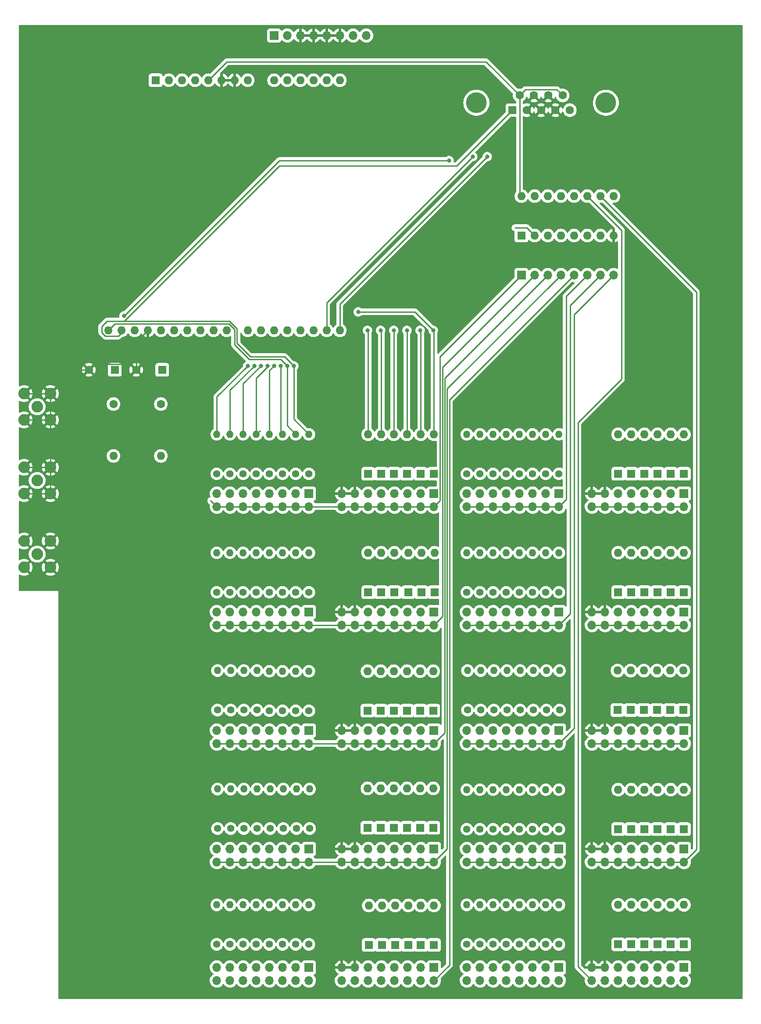
<source format=gbr>
%TF.GenerationSoftware,KiCad,Pcbnew,6.0.2+dfsg-1*%
%TF.CreationDate,2023-03-25T11:12:12-04:00*%
%TF.ProjectId,PCB_LeftPanel,5043425f-4c65-4667-9450-616e656c2e6b,1*%
%TF.SameCoordinates,Original*%
%TF.FileFunction,Copper,L2,Bot*%
%TF.FilePolarity,Positive*%
%FSLAX46Y46*%
G04 Gerber Fmt 4.6, Leading zero omitted, Abs format (unit mm)*
G04 Created by KiCad (PCBNEW 6.0.2+dfsg-1) date 2023-03-25 11:12:12*
%MOMM*%
%LPD*%
G01*
G04 APERTURE LIST*
%TA.AperFunction,ComponentPad*%
%ADD10R,1.700000X1.700000*%
%TD*%
%TA.AperFunction,ComponentPad*%
%ADD11O,1.700000X1.700000*%
%TD*%
%TA.AperFunction,ComponentPad*%
%ADD12C,4.000000*%
%TD*%
%TA.AperFunction,ComponentPad*%
%ADD13C,1.600000*%
%TD*%
%TA.AperFunction,ComponentPad*%
%ADD14R,1.600000X1.600000*%
%TD*%
%TA.AperFunction,ComponentPad*%
%ADD15C,2.250000*%
%TD*%
%TA.AperFunction,ComponentPad*%
%ADD16O,1.600000X1.600000*%
%TD*%
%TA.AperFunction,ComponentPad*%
%ADD17O,1.400000X1.400000*%
%TD*%
%TA.AperFunction,ComponentPad*%
%ADD18C,1.400000*%
%TD*%
%TA.AperFunction,ViaPad*%
%ADD19C,0.800000*%
%TD*%
%TA.AperFunction,ViaPad*%
%ADD20C,4.500000*%
%TD*%
%TA.AperFunction,Conductor*%
%ADD21C,0.250000*%
%TD*%
G04 APERTURE END LIST*
D10*
%TO.P,J36,1,Pin_1*%
%TO.N,/Analog Inputs/PA0*%
X79771000Y-45212000D03*
D11*
%TO.P,J36,2,Pin_2*%
%TO.N,/Analog Inputs/PA1*%
X82311000Y-45212000D03*
%TO.P,J36,3,Pin_3*%
%TO.N,GND*%
X84851000Y-45212000D03*
%TO.P,J36,4,Pin_4*%
X87391000Y-45212000D03*
%TO.P,J36,5,Pin_5*%
X89931000Y-45212000D03*
%TO.P,J36,6,Pin_6*%
X92471000Y-45212000D03*
%TO.P,J36,7,Pin_7*%
%TO.N,RXD*%
X95011000Y-45212000D03*
%TO.P,J36,8,Pin_8*%
%TO.N,TXD*%
X97551000Y-45212000D03*
%TD*%
%TO.P,J11,16,Pin_16*%
%TO.N,Q6*%
X141097000Y-159004000D03*
%TO.P,J11,15,Pin_15*%
%TO.N,GND*%
X141097000Y-156464000D03*
%TO.P,J11,14,Pin_14*%
%TO.N,Q6*%
X143637000Y-159004000D03*
%TO.P,J11,13,Pin_13*%
%TO.N,GND*%
X143637000Y-156464000D03*
%TO.P,J11,12,Pin_12*%
%TO.N,Q6*%
X146177000Y-159004000D03*
%TO.P,J11,11,Pin_11*%
%TO.N,Net-(D36-Pad1)*%
X146177000Y-156464000D03*
%TO.P,J11,10,Pin_10*%
%TO.N,Q6*%
X148717000Y-159004000D03*
%TO.P,J11,9,Pin_9*%
%TO.N,Net-(D35-Pad1)*%
X148717000Y-156464000D03*
%TO.P,J11,8,Pin_8*%
%TO.N,Q6*%
X151257000Y-159004000D03*
%TO.P,J11,7,Pin_7*%
%TO.N,Net-(D34-Pad1)*%
X151257000Y-156464000D03*
%TO.P,J11,6,Pin_6*%
%TO.N,Q6*%
X153797000Y-159004000D03*
%TO.P,J11,5,Pin_5*%
%TO.N,Net-(D33-Pad1)*%
X153797000Y-156464000D03*
%TO.P,J11,4,Pin_4*%
%TO.N,Q6*%
X156337000Y-159004000D03*
%TO.P,J11,3,Pin_3*%
%TO.N,Net-(D32-Pad1)*%
X156337000Y-156464000D03*
%TO.P,J11,2,Pin_2*%
%TO.N,Q6*%
X158877000Y-159004000D03*
D10*
%TO.P,J11,1,Pin_1*%
%TO.N,Net-(D31-Pad1)*%
X158877000Y-156464000D03*
%TD*%
D12*
%TO.P,J32,0*%
%TO.N,N/C*%
X118808000Y-58190331D03*
X143808000Y-58190331D03*
D13*
%TO.P,J32,9,9*%
%TO.N,+5V*%
X135463000Y-56770331D03*
%TO.P,J32,8,8*%
%TO.N,GND*%
X132693000Y-56770331D03*
%TO.P,J32,7,7*%
X129923000Y-56770331D03*
%TO.P,J32,6,6*%
%TO.N,+5V*%
X127153000Y-56770331D03*
%TO.P,J32,5,5*%
%TO.N,/I2C Expansion Connector/SCL*%
X136848000Y-59610331D03*
%TO.P,J32,4,4*%
%TO.N,GND*%
X134078000Y-59610331D03*
%TO.P,J32,3,3*%
X131308000Y-59610331D03*
%TO.P,J32,2,2*%
X128538000Y-59610331D03*
D14*
%TO.P,J32,1,1*%
%TO.N,/I2C Expansion Connector/SDA*%
X125768000Y-59610331D03*
%TD*%
D15*
%TO.P,J3,1,In*%
%TO.N,Net-(J3-Pad1)*%
X34036000Y-145288000D03*
%TO.P,J3,2,Ext*%
%TO.N,GND*%
X36576000Y-142748000D03*
X31496000Y-142748000D03*
X31496000Y-147828000D03*
X36576000Y-147828000D03*
%TD*%
%TO.P,J2,1,In*%
%TO.N,Net-(J2-Pad1)*%
X34036000Y-131064000D03*
%TO.P,J2,2,Ext*%
%TO.N,GND*%
X36576000Y-128524000D03*
X31496000Y-128524000D03*
X31496000Y-133604000D03*
X36576000Y-133604000D03*
%TD*%
%TO.P,J1,1,In*%
%TO.N,+5V*%
X34036000Y-116840000D03*
%TO.P,J1,2,Ext*%
%TO.N,GND*%
X36576000Y-114300000D03*
X31496000Y-114300000D03*
X31496000Y-119380000D03*
X36576000Y-119380000D03*
%TD*%
D16*
%TO.P,A1,16,D1/TX*%
%TO.N,RXD*%
X89916000Y-102108000D03*
%TO.P,A1,15,D0/RX*%
%TO.N,TXD*%
X92456000Y-102108000D03*
%TO.P,A1,30,AREF*%
%TO.N,+5V*%
X52836000Y-102108000D03*
%TO.P,A1,14,A5*%
%TO.N,Net-(A1-Pad14)*%
X92456000Y-53848000D03*
%TO.P,A1,29,GND*%
%TO.N,GND*%
X55376000Y-102108000D03*
%TO.P,A1,13,A4*%
%TO.N,Net-(A1-Pad13)*%
X89916000Y-53848000D03*
%TO.P,A1,28,D13*%
%TO.N,PC5*%
X57916000Y-102108000D03*
%TO.P,A1,12,A3*%
%TO.N,Net-(A1-Pad12)*%
X87376000Y-53848000D03*
%TO.P,A1,27,D12*%
%TO.N,PC4*%
X60456000Y-102108000D03*
%TO.P,A1,11,A2*%
%TO.N,Net-(A1-Pad11)*%
X84836000Y-53848000D03*
%TO.P,A1,26,D11*%
%TO.N,PC3*%
X62996000Y-102108000D03*
%TO.P,A1,10,A1*%
%TO.N,/Analog Inputs/PA1*%
X82296000Y-53848000D03*
%TO.P,A1,25,D10*%
%TO.N,PC2*%
X65536000Y-102108000D03*
%TO.P,A1,9,A0*%
%TO.N,/Analog Inputs/PA0*%
X79756000Y-53848000D03*
%TO.P,A1,24,D9*%
%TO.N,PC1*%
X68076000Y-102108000D03*
%TO.P,A1,8,VIN*%
%TO.N,unconnected-(A1-Pad8)*%
X74676000Y-53848000D03*
%TO.P,A1,23,D8*%
%TO.N,PC0*%
X70616000Y-102108000D03*
%TO.P,A1,7,GND*%
%TO.N,GND*%
X72136000Y-53848000D03*
%TO.P,A1,22,D7*%
%TO.N,PB7*%
X74676000Y-102108000D03*
%TO.P,A1,6,GND*%
%TO.N,GND*%
X69596000Y-53848000D03*
%TO.P,A1,21,D6*%
%TO.N,PB6*%
X77216000Y-102108000D03*
%TO.P,A1,5,+5V*%
%TO.N,+5V*%
X67056000Y-53848000D03*
%TO.P,A1,20,D5*%
%TO.N,PB5*%
X79756000Y-102108000D03*
%TO.P,A1,4,3V3*%
%TO.N,unconnected-(A1-Pad4)*%
X64516000Y-53848000D03*
%TO.P,A1,19,D4*%
%TO.N,PB4*%
X82296000Y-102108000D03*
%TO.P,A1,3,~{RESET}*%
%TO.N,unconnected-(A1-Pad3)*%
X61976000Y-53848000D03*
%TO.P,A1,18,D3/SCL*%
%TO.N,PB3*%
X84836000Y-102108000D03*
%TO.P,A1,2,IOREF*%
%TO.N,unconnected-(A1-Pad2)*%
X59436000Y-53848000D03*
%TO.P,A1,17,D2/SDA*%
%TO.N,PB2*%
X87376000Y-102108000D03*
D14*
%TO.P,A1,1,NC*%
%TO.N,unconnected-(A1-Pad1)*%
X56896000Y-53848000D03*
D16*
%TO.P,A1,31,SDA/D2*%
%TO.N,/I2C Expansion Connector/SDA*%
X50296000Y-102108000D03*
%TO.P,A1,32,SCL/D3*%
%TO.N,/I2C Expansion Connector/SCL*%
X47756000Y-102108000D03*
%TD*%
D11*
%TO.P,J33,8,Pin_8*%
%TO.N,Q7*%
X145288000Y-91440000D03*
%TO.P,J33,7,Pin_7*%
%TO.N,Q6*%
X142748000Y-91440000D03*
%TO.P,J33,6,Pin_6*%
%TO.N,Q5*%
X140208000Y-91440000D03*
%TO.P,J33,5,Pin_5*%
%TO.N,Q4*%
X137668000Y-91440000D03*
%TO.P,J33,4,Pin_4*%
%TO.N,Q3*%
X135128000Y-91440000D03*
%TO.P,J33,3,Pin_3*%
%TO.N,Q2*%
X132588000Y-91440000D03*
%TO.P,J33,2,Pin_2*%
%TO.N,Q1*%
X130048000Y-91440000D03*
D10*
%TO.P,J33,1,Pin_1*%
%TO.N,Q0*%
X127508000Y-91440000D03*
%TD*%
D16*
%TO.P,U2,16,VCC*%
%TO.N,+5V*%
X127508000Y-76200000D03*
%TO.P,U2,8,GND*%
%TO.N,GND*%
X145288000Y-83820000D03*
%TO.P,U2,15,A0*%
%TO.N,Net-(A1-Pad11)*%
X130048000Y-76200000D03*
%TO.P,U2,7,~{Q6}*%
%TO.N,Q6*%
X142748000Y-83820000D03*
%TO.P,U2,14,A1*%
%TO.N,Net-(A1-Pad12)*%
X132588000Y-76200000D03*
%TO.P,U2,6,~{Q5}*%
%TO.N,Q5*%
X140208000Y-83820000D03*
%TO.P,U2,13,A2*%
%TO.N,Net-(A1-Pad13)*%
X135128000Y-76200000D03*
%TO.P,U2,5,~{Q4}*%
%TO.N,Q4*%
X137668000Y-83820000D03*
%TO.P,U2,12,A3*%
%TO.N,Net-(A1-Pad14)*%
X137668000Y-76200000D03*
%TO.P,U2,4,~{Q3}*%
%TO.N,Q3*%
X135128000Y-83820000D03*
%TO.P,U2,11,~{Q9}*%
%TO.N,Q9*%
X140208000Y-76200000D03*
%TO.P,U2,3,~{Q2}*%
%TO.N,Q2*%
X132588000Y-83820000D03*
%TO.P,U2,10,~{Q8}*%
%TO.N,Q8*%
X142748000Y-76200000D03*
%TO.P,U2,2,~{Q1}*%
%TO.N,Q1*%
X130048000Y-83820000D03*
%TO.P,U2,9,~{Q7}*%
%TO.N,Q7*%
X145288000Y-76200000D03*
D14*
%TO.P,U2,1,~{Q0}*%
%TO.N,Q0*%
X127508000Y-83820000D03*
%TD*%
D17*
%TO.P,R86,2*%
%TO.N,PB7*%
X116967000Y-212979000D03*
D18*
%TO.P,R86,1*%
%TO.N,Net-(J22-Pad15)*%
X116967000Y-220599000D03*
%TD*%
D17*
%TO.P,R85,2*%
%TO.N,PB6*%
X119507000Y-212979000D03*
D18*
%TO.P,R85,1*%
%TO.N,Net-(J22-Pad13)*%
X119507000Y-220599000D03*
%TD*%
D17*
%TO.P,R84,2*%
%TO.N,PB5*%
X122047000Y-212979000D03*
D18*
%TO.P,R84,1*%
%TO.N,Net-(J22-Pad11)*%
X122047000Y-220599000D03*
%TD*%
D17*
%TO.P,R83,2*%
%TO.N,PB4*%
X124587000Y-212979000D03*
D18*
%TO.P,R83,1*%
%TO.N,Net-(J22-Pad9)*%
X124587000Y-220599000D03*
%TD*%
D17*
%TO.P,R82,2*%
%TO.N,PB3*%
X127127000Y-212979000D03*
D18*
%TO.P,R82,1*%
%TO.N,Net-(J22-Pad7)*%
X127127000Y-220599000D03*
%TD*%
D17*
%TO.P,R81,2*%
%TO.N,PB2*%
X129667000Y-212979000D03*
D18*
%TO.P,R81,1*%
%TO.N,Net-(J22-Pad5)*%
X129667000Y-220599000D03*
%TD*%
D17*
%TO.P,R80,2*%
%TO.N,/I2C Expansion Connector/SCL*%
X132207000Y-212979000D03*
D18*
%TO.P,R80,1*%
%TO.N,Net-(J22-Pad3)*%
X132207000Y-220599000D03*
%TD*%
D17*
%TO.P,R79,2*%
%TO.N,/I2C Expansion Connector/SDA*%
X134747000Y-212979000D03*
D18*
%TO.P,R79,1*%
%TO.N,Net-(J22-Pad1)*%
X134747000Y-220599000D03*
%TD*%
D17*
%TO.P,R78,2*%
%TO.N,PB7*%
X68707000Y-212979000D03*
D18*
%TO.P,R78,1*%
%TO.N,Net-(J20-Pad15)*%
X68707000Y-220599000D03*
%TD*%
D17*
%TO.P,R77,2*%
%TO.N,PB6*%
X71247000Y-212979000D03*
D18*
%TO.P,R77,1*%
%TO.N,Net-(J20-Pad13)*%
X71247000Y-220599000D03*
%TD*%
D17*
%TO.P,R76,2*%
%TO.N,PB5*%
X73787000Y-212979000D03*
D18*
%TO.P,R76,1*%
%TO.N,Net-(J20-Pad11)*%
X73787000Y-220599000D03*
%TD*%
D17*
%TO.P,R75,2*%
%TO.N,PB4*%
X76327000Y-212979000D03*
D18*
%TO.P,R75,1*%
%TO.N,Net-(J20-Pad9)*%
X76327000Y-220599000D03*
%TD*%
D17*
%TO.P,R74,2*%
%TO.N,PB3*%
X78867000Y-212979000D03*
D18*
%TO.P,R74,1*%
%TO.N,Net-(J20-Pad7)*%
X78867000Y-220599000D03*
%TD*%
D17*
%TO.P,R73,2*%
%TO.N,PB2*%
X81407000Y-212979000D03*
D18*
%TO.P,R73,1*%
%TO.N,Net-(J20-Pad5)*%
X81407000Y-220599000D03*
%TD*%
D17*
%TO.P,R72,2*%
%TO.N,/I2C Expansion Connector/SCL*%
X83947000Y-212979000D03*
D18*
%TO.P,R72,1*%
%TO.N,Net-(J20-Pad3)*%
X83947000Y-220599000D03*
%TD*%
D17*
%TO.P,R71,2*%
%TO.N,/I2C Expansion Connector/SDA*%
X86487000Y-212979000D03*
D18*
%TO.P,R71,1*%
%TO.N,Net-(J20-Pad1)*%
X86487000Y-220599000D03*
%TD*%
D17*
%TO.P,R70,2*%
%TO.N,PB7*%
X116967000Y-190754000D03*
D18*
%TO.P,R70,1*%
%TO.N,Net-(J18-Pad15)*%
X116967000Y-198374000D03*
%TD*%
D17*
%TO.P,R69,2*%
%TO.N,PB6*%
X119507000Y-190754000D03*
D18*
%TO.P,R69,1*%
%TO.N,Net-(J18-Pad13)*%
X119507000Y-198374000D03*
%TD*%
D17*
%TO.P,R68,2*%
%TO.N,PB5*%
X122047000Y-190754000D03*
D18*
%TO.P,R68,1*%
%TO.N,Net-(J18-Pad11)*%
X122047000Y-198374000D03*
%TD*%
D17*
%TO.P,R67,2*%
%TO.N,PB4*%
X124587000Y-190754000D03*
D18*
%TO.P,R67,1*%
%TO.N,Net-(J18-Pad9)*%
X124587000Y-198374000D03*
%TD*%
D17*
%TO.P,R66,2*%
%TO.N,PB3*%
X127127000Y-190754000D03*
D18*
%TO.P,R66,1*%
%TO.N,Net-(J18-Pad7)*%
X127127000Y-198374000D03*
%TD*%
D17*
%TO.P,R65,2*%
%TO.N,PB2*%
X129667000Y-190754000D03*
D18*
%TO.P,R65,1*%
%TO.N,Net-(J18-Pad5)*%
X129667000Y-198374000D03*
%TD*%
D17*
%TO.P,R64,2*%
%TO.N,/I2C Expansion Connector/SCL*%
X132207000Y-190754000D03*
D18*
%TO.P,R64,1*%
%TO.N,Net-(J18-Pad3)*%
X132207000Y-198374000D03*
%TD*%
D17*
%TO.P,R63,2*%
%TO.N,/I2C Expansion Connector/SDA*%
X134747000Y-190754000D03*
D18*
%TO.P,R63,1*%
%TO.N,Net-(J18-Pad1)*%
X134747000Y-198374000D03*
%TD*%
D17*
%TO.P,R62,2*%
%TO.N,PB7*%
X68834000Y-190627000D03*
D18*
%TO.P,R62,1*%
%TO.N,Net-(J16-Pad15)*%
X68834000Y-198247000D03*
%TD*%
D17*
%TO.P,R61,2*%
%TO.N,PB6*%
X71374000Y-190627000D03*
D18*
%TO.P,R61,1*%
%TO.N,Net-(J16-Pad13)*%
X71374000Y-198247000D03*
%TD*%
D17*
%TO.P,R60,2*%
%TO.N,PB5*%
X73914000Y-190627000D03*
D18*
%TO.P,R60,1*%
%TO.N,Net-(J16-Pad11)*%
X73914000Y-198247000D03*
%TD*%
D17*
%TO.P,R59,2*%
%TO.N,PB4*%
X76454000Y-190627000D03*
D18*
%TO.P,R59,1*%
%TO.N,Net-(J16-Pad9)*%
X76454000Y-198247000D03*
%TD*%
D17*
%TO.P,R58,2*%
%TO.N,PB3*%
X78994000Y-190627000D03*
D18*
%TO.P,R58,1*%
%TO.N,Net-(J16-Pad7)*%
X78994000Y-198247000D03*
%TD*%
D17*
%TO.P,R57,2*%
%TO.N,PB2*%
X81534000Y-190627000D03*
D18*
%TO.P,R57,1*%
%TO.N,Net-(J16-Pad5)*%
X81534000Y-198247000D03*
%TD*%
D17*
%TO.P,R56,2*%
%TO.N,/I2C Expansion Connector/SCL*%
X84074000Y-190627000D03*
D18*
%TO.P,R56,1*%
%TO.N,Net-(J16-Pad3)*%
X84074000Y-198247000D03*
%TD*%
D17*
%TO.P,R55,2*%
%TO.N,/I2C Expansion Connector/SDA*%
X86614000Y-190627000D03*
D18*
%TO.P,R55,1*%
%TO.N,Net-(J16-Pad1)*%
X86614000Y-198247000D03*
%TD*%
D17*
%TO.P,R54,2*%
%TO.N,PB7*%
X117094000Y-167767000D03*
D18*
%TO.P,R54,1*%
%TO.N,Net-(J14-Pad15)*%
X117094000Y-175387000D03*
%TD*%
D17*
%TO.P,R53,2*%
%TO.N,PB6*%
X119634000Y-167767000D03*
D18*
%TO.P,R53,1*%
%TO.N,Net-(J14-Pad13)*%
X119634000Y-175387000D03*
%TD*%
D17*
%TO.P,R52,2*%
%TO.N,PB5*%
X122174000Y-167767000D03*
D18*
%TO.P,R52,1*%
%TO.N,Net-(J14-Pad11)*%
X122174000Y-175387000D03*
%TD*%
D17*
%TO.P,R51,2*%
%TO.N,PB4*%
X124714000Y-167767000D03*
D18*
%TO.P,R51,1*%
%TO.N,Net-(J14-Pad9)*%
X124714000Y-175387000D03*
%TD*%
D17*
%TO.P,R50,2*%
%TO.N,PB3*%
X127254000Y-167767000D03*
D18*
%TO.P,R50,1*%
%TO.N,Net-(J14-Pad7)*%
X127254000Y-175387000D03*
%TD*%
D17*
%TO.P,R49,2*%
%TO.N,PB2*%
X129794000Y-167767000D03*
D18*
%TO.P,R49,1*%
%TO.N,Net-(J14-Pad5)*%
X129794000Y-175387000D03*
%TD*%
D17*
%TO.P,R48,2*%
%TO.N,/I2C Expansion Connector/SCL*%
X132334000Y-167767000D03*
D18*
%TO.P,R48,1*%
%TO.N,Net-(J14-Pad3)*%
X132334000Y-175387000D03*
%TD*%
D17*
%TO.P,R47,2*%
%TO.N,/I2C Expansion Connector/SDA*%
X134874000Y-167767000D03*
D18*
%TO.P,R47,1*%
%TO.N,Net-(J14-Pad1)*%
X134874000Y-175387000D03*
%TD*%
D17*
%TO.P,R46,2*%
%TO.N,PB7*%
X68834000Y-167767000D03*
D18*
%TO.P,R46,1*%
%TO.N,Net-(J12-Pad15)*%
X68834000Y-175387000D03*
%TD*%
D17*
%TO.P,R45,2*%
%TO.N,PB6*%
X71374000Y-167767000D03*
D18*
%TO.P,R45,1*%
%TO.N,Net-(J12-Pad13)*%
X71374000Y-175387000D03*
%TD*%
D17*
%TO.P,R44,2*%
%TO.N,PB5*%
X73914000Y-167767000D03*
D18*
%TO.P,R44,1*%
%TO.N,Net-(J12-Pad11)*%
X73914000Y-175387000D03*
%TD*%
D17*
%TO.P,R43,2*%
%TO.N,PB4*%
X76454000Y-167767000D03*
D18*
%TO.P,R43,1*%
%TO.N,Net-(J12-Pad9)*%
X76454000Y-175387000D03*
%TD*%
D17*
%TO.P,R42,2*%
%TO.N,PB3*%
X78867000Y-167894000D03*
D18*
%TO.P,R42,1*%
%TO.N,Net-(J12-Pad7)*%
X78867000Y-175514000D03*
%TD*%
D17*
%TO.P,R41,2*%
%TO.N,PB2*%
X81407000Y-167894000D03*
D18*
%TO.P,R41,1*%
%TO.N,Net-(J12-Pad5)*%
X81407000Y-175514000D03*
%TD*%
D17*
%TO.P,R40,2*%
%TO.N,/I2C Expansion Connector/SCL*%
X83947000Y-167894000D03*
D18*
%TO.P,R40,1*%
%TO.N,Net-(J12-Pad3)*%
X83947000Y-175514000D03*
%TD*%
D17*
%TO.P,R39,2*%
%TO.N,/I2C Expansion Connector/SDA*%
X86487000Y-167894000D03*
D18*
%TO.P,R39,1*%
%TO.N,Net-(J12-Pad1)*%
X86487000Y-175514000D03*
%TD*%
D17*
%TO.P,R38,2*%
%TO.N,PB7*%
X116967000Y-145034000D03*
D18*
%TO.P,R38,1*%
%TO.N,Net-(J10-Pad15)*%
X116967000Y-152654000D03*
%TD*%
D17*
%TO.P,R37,2*%
%TO.N,PB6*%
X119507000Y-145034000D03*
D18*
%TO.P,R37,1*%
%TO.N,Net-(J10-Pad13)*%
X119507000Y-152654000D03*
%TD*%
D17*
%TO.P,R36,2*%
%TO.N,PB5*%
X122047000Y-145034000D03*
D18*
%TO.P,R36,1*%
%TO.N,Net-(J10-Pad11)*%
X122047000Y-152654000D03*
%TD*%
D17*
%TO.P,R35,2*%
%TO.N,PB4*%
X124587000Y-145034000D03*
D18*
%TO.P,R35,1*%
%TO.N,Net-(J10-Pad9)*%
X124587000Y-152654000D03*
%TD*%
D17*
%TO.P,R34,2*%
%TO.N,PB3*%
X127127000Y-145034000D03*
D18*
%TO.P,R34,1*%
%TO.N,Net-(J10-Pad7)*%
X127127000Y-152654000D03*
%TD*%
D17*
%TO.P,R33,2*%
%TO.N,PB2*%
X129667000Y-145034000D03*
D18*
%TO.P,R33,1*%
%TO.N,Net-(J10-Pad5)*%
X129667000Y-152654000D03*
%TD*%
D17*
%TO.P,R32,2*%
%TO.N,/I2C Expansion Connector/SCL*%
X132207000Y-145034000D03*
D18*
%TO.P,R32,1*%
%TO.N,Net-(J10-Pad3)*%
X132207000Y-152654000D03*
%TD*%
D17*
%TO.P,R31,2*%
%TO.N,/I2C Expansion Connector/SDA*%
X134747000Y-145034000D03*
D18*
%TO.P,R31,1*%
%TO.N,Net-(J10-Pad1)*%
X134747000Y-152654000D03*
%TD*%
D17*
%TO.P,R30,2*%
%TO.N,PB7*%
X68707000Y-145034000D03*
D18*
%TO.P,R30,1*%
%TO.N,Net-(J8-Pad15)*%
X68707000Y-152654000D03*
%TD*%
D17*
%TO.P,R29,2*%
%TO.N,PB6*%
X71247000Y-145034000D03*
D18*
%TO.P,R29,1*%
%TO.N,Net-(J8-Pad13)*%
X71247000Y-152654000D03*
%TD*%
D17*
%TO.P,R28,2*%
%TO.N,PB5*%
X73787000Y-145034000D03*
D18*
%TO.P,R28,1*%
%TO.N,Net-(J8-Pad11)*%
X73787000Y-152654000D03*
%TD*%
D17*
%TO.P,R27,2*%
%TO.N,PB4*%
X76327000Y-145034000D03*
D18*
%TO.P,R27,1*%
%TO.N,Net-(J8-Pad9)*%
X76327000Y-152654000D03*
%TD*%
D17*
%TO.P,R26,2*%
%TO.N,PB3*%
X78867000Y-145034000D03*
D18*
%TO.P,R26,1*%
%TO.N,Net-(J8-Pad7)*%
X78867000Y-152654000D03*
%TD*%
D17*
%TO.P,R25,2*%
%TO.N,PB2*%
X81407000Y-145034000D03*
D18*
%TO.P,R25,1*%
%TO.N,Net-(J8-Pad5)*%
X81407000Y-152654000D03*
%TD*%
D17*
%TO.P,R24,2*%
%TO.N,/I2C Expansion Connector/SCL*%
X83947000Y-145034000D03*
D18*
%TO.P,R24,1*%
%TO.N,Net-(J8-Pad3)*%
X83947000Y-152654000D03*
%TD*%
D17*
%TO.P,R23,2*%
%TO.N,/I2C Expansion Connector/SDA*%
X86487000Y-145034000D03*
D18*
%TO.P,R23,1*%
%TO.N,Net-(J8-Pad1)*%
X86487000Y-152654000D03*
%TD*%
D17*
%TO.P,R22,2*%
%TO.N,PB7*%
X116967000Y-122174000D03*
D18*
%TO.P,R22,1*%
%TO.N,Net-(J6-Pad15)*%
X116967000Y-129794000D03*
%TD*%
D17*
%TO.P,R21,2*%
%TO.N,PB6*%
X119507000Y-122174000D03*
D18*
%TO.P,R21,1*%
%TO.N,Net-(J6-Pad13)*%
X119507000Y-129794000D03*
%TD*%
D17*
%TO.P,R20,2*%
%TO.N,PB5*%
X122047000Y-122174000D03*
D18*
%TO.P,R20,1*%
%TO.N,Net-(J6-Pad11)*%
X122047000Y-129794000D03*
%TD*%
D17*
%TO.P,R19,2*%
%TO.N,PB4*%
X124587000Y-122174000D03*
D18*
%TO.P,R19,1*%
%TO.N,Net-(J6-Pad9)*%
X124587000Y-129794000D03*
%TD*%
D17*
%TO.P,R18,2*%
%TO.N,PB3*%
X127127000Y-122174000D03*
D18*
%TO.P,R18,1*%
%TO.N,Net-(J6-Pad7)*%
X127127000Y-129794000D03*
%TD*%
D17*
%TO.P,R17,2*%
%TO.N,PB2*%
X129667000Y-122174000D03*
D18*
%TO.P,R17,1*%
%TO.N,Net-(J6-Pad5)*%
X129667000Y-129794000D03*
%TD*%
D17*
%TO.P,R16,2*%
%TO.N,/I2C Expansion Connector/SCL*%
X132207000Y-122174000D03*
D18*
%TO.P,R16,1*%
%TO.N,Net-(J6-Pad3)*%
X132207000Y-129794000D03*
%TD*%
D17*
%TO.P,R15,2*%
%TO.N,/I2C Expansion Connector/SDA*%
X134747000Y-122174000D03*
D18*
%TO.P,R15,1*%
%TO.N,Net-(J6-Pad1)*%
X134747000Y-129794000D03*
%TD*%
D17*
%TO.P,R14,2*%
%TO.N,PB7*%
X68707000Y-122174000D03*
D18*
%TO.P,R14,1*%
%TO.N,Net-(J4-Pad15)*%
X68707000Y-129794000D03*
%TD*%
D17*
%TO.P,R13,2*%
%TO.N,PB6*%
X71247000Y-122174000D03*
D18*
%TO.P,R13,1*%
%TO.N,Net-(J4-Pad13)*%
X71247000Y-129794000D03*
%TD*%
D17*
%TO.P,R12,2*%
%TO.N,PB5*%
X73787000Y-122174000D03*
D18*
%TO.P,R12,1*%
%TO.N,Net-(J4-Pad11)*%
X73787000Y-129794000D03*
%TD*%
D17*
%TO.P,R11,2*%
%TO.N,PB4*%
X76327000Y-122174000D03*
D18*
%TO.P,R11,1*%
%TO.N,Net-(J4-Pad9)*%
X76327000Y-129794000D03*
%TD*%
D17*
%TO.P,R10,2*%
%TO.N,PB3*%
X78867000Y-122174000D03*
D18*
%TO.P,R10,1*%
%TO.N,Net-(J4-Pad7)*%
X78867000Y-129794000D03*
%TD*%
D17*
%TO.P,R9,2*%
%TO.N,PB2*%
X81407000Y-122174000D03*
D18*
%TO.P,R9,1*%
%TO.N,Net-(J4-Pad5)*%
X81407000Y-129794000D03*
%TD*%
D17*
%TO.P,R8,2*%
%TO.N,/I2C Expansion Connector/SCL*%
X83947000Y-122174000D03*
D18*
%TO.P,R8,1*%
%TO.N,Net-(J4-Pad3)*%
X83947000Y-129794000D03*
%TD*%
D17*
%TO.P,R7,2*%
%TO.N,/I2C Expansion Connector/SDA*%
X86487000Y-122174000D03*
D18*
%TO.P,R7,1*%
%TO.N,Net-(J4-Pad1)*%
X86487000Y-129794000D03*
%TD*%
D16*
%TO.P,L2,2,2*%
%TO.N,Net-(J3-Pad1)*%
X57912000Y-126332000D03*
D13*
%TO.P,L2,1,1*%
%TO.N,/Analog Inputs/PA1*%
X57912000Y-116332000D03*
%TD*%
D16*
%TO.P,L1,2,2*%
%TO.N,Net-(J2-Pad1)*%
X48768000Y-126332000D03*
D13*
%TO.P,L1,1,1*%
%TO.N,/Analog Inputs/PA0*%
X48768000Y-116332000D03*
%TD*%
D11*
%TO.P,J23,16,Pin_16*%
%TO.N,Q9*%
X141097000Y-227584000D03*
%TO.P,J23,15,Pin_15*%
%TO.N,GND*%
X141097000Y-225044000D03*
%TO.P,J23,14,Pin_14*%
%TO.N,Q9*%
X143637000Y-227584000D03*
%TO.P,J23,13,Pin_13*%
%TO.N,GND*%
X143637000Y-225044000D03*
%TO.P,J23,12,Pin_12*%
%TO.N,Q9*%
X146177000Y-227584000D03*
%TO.P,J23,11,Pin_11*%
%TO.N,Net-(D84-Pad1)*%
X146177000Y-225044000D03*
%TO.P,J23,10,Pin_10*%
%TO.N,Q9*%
X148717000Y-227584000D03*
%TO.P,J23,9,Pin_9*%
%TO.N,Net-(D83-Pad1)*%
X148717000Y-225044000D03*
%TO.P,J23,8,Pin_8*%
%TO.N,Q9*%
X151257000Y-227584000D03*
%TO.P,J23,7,Pin_7*%
%TO.N,Net-(D82-Pad1)*%
X151257000Y-225044000D03*
%TO.P,J23,6,Pin_6*%
%TO.N,Q9*%
X153797000Y-227584000D03*
%TO.P,J23,5,Pin_5*%
%TO.N,Net-(D81-Pad1)*%
X153797000Y-225044000D03*
%TO.P,J23,4,Pin_4*%
%TO.N,Q9*%
X156337000Y-227584000D03*
%TO.P,J23,3,Pin_3*%
%TO.N,Net-(D80-Pad1)*%
X156337000Y-225044000D03*
%TO.P,J23,2,Pin_2*%
%TO.N,Q9*%
X158877000Y-227584000D03*
D10*
%TO.P,J23,1,Pin_1*%
%TO.N,Net-(D79-Pad1)*%
X158877000Y-225044000D03*
%TD*%
D11*
%TO.P,J22,16,Pin_16*%
%TO.N,Q9*%
X116967000Y-227584000D03*
%TO.P,J22,15,Pin_15*%
%TO.N,Net-(J22-Pad15)*%
X116967000Y-225044000D03*
%TO.P,J22,14,Pin_14*%
%TO.N,Q9*%
X119507000Y-227584000D03*
%TO.P,J22,13,Pin_13*%
%TO.N,Net-(J22-Pad13)*%
X119507000Y-225044000D03*
%TO.P,J22,12,Pin_12*%
%TO.N,Q9*%
X122047000Y-227584000D03*
%TO.P,J22,11,Pin_11*%
%TO.N,Net-(J22-Pad11)*%
X122047000Y-225044000D03*
%TO.P,J22,10,Pin_10*%
%TO.N,Q9*%
X124587000Y-227584000D03*
%TO.P,J22,9,Pin_9*%
%TO.N,Net-(J22-Pad9)*%
X124587000Y-225044000D03*
%TO.P,J22,8,Pin_8*%
%TO.N,Q9*%
X127127000Y-227584000D03*
%TO.P,J22,7,Pin_7*%
%TO.N,Net-(J22-Pad7)*%
X127127000Y-225044000D03*
%TO.P,J22,6,Pin_6*%
%TO.N,Q9*%
X129667000Y-227584000D03*
%TO.P,J22,5,Pin_5*%
%TO.N,Net-(J22-Pad5)*%
X129667000Y-225044000D03*
%TO.P,J22,4,Pin_4*%
%TO.N,Q9*%
X132207000Y-227584000D03*
%TO.P,J22,3,Pin_3*%
%TO.N,Net-(J22-Pad3)*%
X132207000Y-225044000D03*
%TO.P,J22,2,Pin_2*%
%TO.N,Q9*%
X134747000Y-227584000D03*
D10*
%TO.P,J22,1,Pin_1*%
%TO.N,Net-(J22-Pad1)*%
X134747000Y-225044000D03*
%TD*%
D11*
%TO.P,J21,16,Pin_16*%
%TO.N,Q4*%
X92837000Y-227584000D03*
%TO.P,J21,15,Pin_15*%
%TO.N,GND*%
X92837000Y-225044000D03*
%TO.P,J21,14,Pin_14*%
%TO.N,Q4*%
X95377000Y-227584000D03*
%TO.P,J21,13,Pin_13*%
%TO.N,GND*%
X95377000Y-225044000D03*
%TO.P,J21,12,Pin_12*%
%TO.N,Q4*%
X97917000Y-227584000D03*
%TO.P,J21,11,Pin_11*%
%TO.N,Net-(D76-Pad1)*%
X97917000Y-225044000D03*
%TO.P,J21,10,Pin_10*%
%TO.N,Q4*%
X100457000Y-227584000D03*
%TO.P,J21,9,Pin_9*%
%TO.N,Net-(D75-Pad1)*%
X100457000Y-225044000D03*
%TO.P,J21,8,Pin_8*%
%TO.N,Q4*%
X102997000Y-227584000D03*
%TO.P,J21,7,Pin_7*%
%TO.N,Net-(D74-Pad1)*%
X102997000Y-225044000D03*
%TO.P,J21,6,Pin_6*%
%TO.N,Q4*%
X105537000Y-227584000D03*
%TO.P,J21,5,Pin_5*%
%TO.N,Net-(D73-Pad1)*%
X105537000Y-225044000D03*
%TO.P,J21,4,Pin_4*%
%TO.N,Q4*%
X108077000Y-227584000D03*
%TO.P,J21,3,Pin_3*%
%TO.N,Net-(D72-Pad1)*%
X108077000Y-225044000D03*
%TO.P,J21,2,Pin_2*%
%TO.N,Q4*%
X110617000Y-227584000D03*
D10*
%TO.P,J21,1,Pin_1*%
%TO.N,Net-(D71-Pad1)*%
X110617000Y-225044000D03*
%TD*%
D11*
%TO.P,J20,16,Pin_16*%
%TO.N,Q4*%
X68707000Y-227584000D03*
%TO.P,J20,15,Pin_15*%
%TO.N,Net-(J20-Pad15)*%
X68707000Y-225044000D03*
%TO.P,J20,14,Pin_14*%
%TO.N,Q4*%
X71247000Y-227584000D03*
%TO.P,J20,13,Pin_13*%
%TO.N,Net-(J20-Pad13)*%
X71247000Y-225044000D03*
%TO.P,J20,12,Pin_12*%
%TO.N,Q4*%
X73787000Y-227584000D03*
%TO.P,J20,11,Pin_11*%
%TO.N,Net-(J20-Pad11)*%
X73787000Y-225044000D03*
%TO.P,J20,10,Pin_10*%
%TO.N,Q4*%
X76327000Y-227584000D03*
%TO.P,J20,9,Pin_9*%
%TO.N,Net-(J20-Pad9)*%
X76327000Y-225044000D03*
%TO.P,J20,8,Pin_8*%
%TO.N,Q4*%
X78867000Y-227584000D03*
%TO.P,J20,7,Pin_7*%
%TO.N,Net-(J20-Pad7)*%
X78867000Y-225044000D03*
%TO.P,J20,6,Pin_6*%
%TO.N,Q4*%
X81407000Y-227584000D03*
%TO.P,J20,5,Pin_5*%
%TO.N,Net-(J20-Pad5)*%
X81407000Y-225044000D03*
%TO.P,J20,4,Pin_4*%
%TO.N,Q4*%
X83947000Y-227584000D03*
%TO.P,J20,3,Pin_3*%
%TO.N,Net-(J20-Pad3)*%
X83947000Y-225044000D03*
%TO.P,J20,2,Pin_2*%
%TO.N,Q4*%
X86487000Y-227584000D03*
D10*
%TO.P,J20,1,Pin_1*%
%TO.N,Net-(J20-Pad1)*%
X86487000Y-225044000D03*
%TD*%
D11*
%TO.P,J19,16,Pin_16*%
%TO.N,Q8*%
X141097000Y-204724000D03*
%TO.P,J19,15,Pin_15*%
%TO.N,GND*%
X141097000Y-202184000D03*
%TO.P,J19,14,Pin_14*%
%TO.N,Q8*%
X143637000Y-204724000D03*
%TO.P,J19,13,Pin_13*%
%TO.N,GND*%
X143637000Y-202184000D03*
%TO.P,J19,12,Pin_12*%
%TO.N,Q8*%
X146177000Y-204724000D03*
%TO.P,J19,11,Pin_11*%
%TO.N,Net-(D68-Pad1)*%
X146177000Y-202184000D03*
%TO.P,J19,10,Pin_10*%
%TO.N,Q8*%
X148717000Y-204724000D03*
%TO.P,J19,9,Pin_9*%
%TO.N,Net-(D67-Pad1)*%
X148717000Y-202184000D03*
%TO.P,J19,8,Pin_8*%
%TO.N,Q8*%
X151257000Y-204724000D03*
%TO.P,J19,7,Pin_7*%
%TO.N,Net-(D66-Pad1)*%
X151257000Y-202184000D03*
%TO.P,J19,6,Pin_6*%
%TO.N,Q8*%
X153797000Y-204724000D03*
%TO.P,J19,5,Pin_5*%
%TO.N,Net-(D65-Pad1)*%
X153797000Y-202184000D03*
%TO.P,J19,4,Pin_4*%
%TO.N,Q8*%
X156337000Y-204724000D03*
%TO.P,J19,3,Pin_3*%
%TO.N,Net-(D64-Pad1)*%
X156337000Y-202184000D03*
%TO.P,J19,2,Pin_2*%
%TO.N,Q8*%
X158877000Y-204724000D03*
D10*
%TO.P,J19,1,Pin_1*%
%TO.N,Net-(D63-Pad1)*%
X158877000Y-202184000D03*
%TD*%
D11*
%TO.P,J18,16,Pin_16*%
%TO.N,Q8*%
X116967000Y-204724000D03*
%TO.P,J18,15,Pin_15*%
%TO.N,Net-(J18-Pad15)*%
X116967000Y-202184000D03*
%TO.P,J18,14,Pin_14*%
%TO.N,Q8*%
X119507000Y-204724000D03*
%TO.P,J18,13,Pin_13*%
%TO.N,Net-(J18-Pad13)*%
X119507000Y-202184000D03*
%TO.P,J18,12,Pin_12*%
%TO.N,Q8*%
X122047000Y-204724000D03*
%TO.P,J18,11,Pin_11*%
%TO.N,Net-(J18-Pad11)*%
X122047000Y-202184000D03*
%TO.P,J18,10,Pin_10*%
%TO.N,Q8*%
X124587000Y-204724000D03*
%TO.P,J18,9,Pin_9*%
%TO.N,Net-(J18-Pad9)*%
X124587000Y-202184000D03*
%TO.P,J18,8,Pin_8*%
%TO.N,Q8*%
X127127000Y-204724000D03*
%TO.P,J18,7,Pin_7*%
%TO.N,Net-(J18-Pad7)*%
X127127000Y-202184000D03*
%TO.P,J18,6,Pin_6*%
%TO.N,Q8*%
X129667000Y-204724000D03*
%TO.P,J18,5,Pin_5*%
%TO.N,Net-(J18-Pad5)*%
X129667000Y-202184000D03*
%TO.P,J18,4,Pin_4*%
%TO.N,Q8*%
X132207000Y-204724000D03*
%TO.P,J18,3,Pin_3*%
%TO.N,Net-(J18-Pad3)*%
X132207000Y-202184000D03*
%TO.P,J18,2,Pin_2*%
%TO.N,Q8*%
X134747000Y-204724000D03*
D10*
%TO.P,J18,1,Pin_1*%
%TO.N,Net-(J18-Pad1)*%
X134747000Y-202184000D03*
%TD*%
D11*
%TO.P,J17,16,Pin_16*%
%TO.N,Q3*%
X92837000Y-204724000D03*
%TO.P,J17,15,Pin_15*%
%TO.N,GND*%
X92837000Y-202184000D03*
%TO.P,J17,14,Pin_14*%
%TO.N,Q3*%
X95377000Y-204724000D03*
%TO.P,J17,13,Pin_13*%
%TO.N,GND*%
X95377000Y-202184000D03*
%TO.P,J17,12,Pin_12*%
%TO.N,Q3*%
X97917000Y-204724000D03*
%TO.P,J17,11,Pin_11*%
%TO.N,Net-(D60-Pad1)*%
X97917000Y-202184000D03*
%TO.P,J17,10,Pin_10*%
%TO.N,Q3*%
X100457000Y-204724000D03*
%TO.P,J17,9,Pin_9*%
%TO.N,Net-(D59-Pad1)*%
X100457000Y-202184000D03*
%TO.P,J17,8,Pin_8*%
%TO.N,Q3*%
X102997000Y-204724000D03*
%TO.P,J17,7,Pin_7*%
%TO.N,Net-(D58-Pad1)*%
X102997000Y-202184000D03*
%TO.P,J17,6,Pin_6*%
%TO.N,Q3*%
X105537000Y-204724000D03*
%TO.P,J17,5,Pin_5*%
%TO.N,Net-(D57-Pad1)*%
X105537000Y-202184000D03*
%TO.P,J17,4,Pin_4*%
%TO.N,Q3*%
X108077000Y-204724000D03*
%TO.P,J17,3,Pin_3*%
%TO.N,Net-(D56-Pad1)*%
X108077000Y-202184000D03*
%TO.P,J17,2,Pin_2*%
%TO.N,Q3*%
X110617000Y-204724000D03*
D10*
%TO.P,J17,1,Pin_1*%
%TO.N,Net-(D55-Pad1)*%
X110617000Y-202184000D03*
%TD*%
D11*
%TO.P,J16,16,Pin_16*%
%TO.N,Q3*%
X68707000Y-204724000D03*
%TO.P,J16,15,Pin_15*%
%TO.N,Net-(J16-Pad15)*%
X68707000Y-202184000D03*
%TO.P,J16,14,Pin_14*%
%TO.N,Q3*%
X71247000Y-204724000D03*
%TO.P,J16,13,Pin_13*%
%TO.N,Net-(J16-Pad13)*%
X71247000Y-202184000D03*
%TO.P,J16,12,Pin_12*%
%TO.N,Q3*%
X73787000Y-204724000D03*
%TO.P,J16,11,Pin_11*%
%TO.N,Net-(J16-Pad11)*%
X73787000Y-202184000D03*
%TO.P,J16,10,Pin_10*%
%TO.N,Q3*%
X76327000Y-204724000D03*
%TO.P,J16,9,Pin_9*%
%TO.N,Net-(J16-Pad9)*%
X76327000Y-202184000D03*
%TO.P,J16,8,Pin_8*%
%TO.N,Q3*%
X78867000Y-204724000D03*
%TO.P,J16,7,Pin_7*%
%TO.N,Net-(J16-Pad7)*%
X78867000Y-202184000D03*
%TO.P,J16,6,Pin_6*%
%TO.N,Q3*%
X81407000Y-204724000D03*
%TO.P,J16,5,Pin_5*%
%TO.N,Net-(J16-Pad5)*%
X81407000Y-202184000D03*
%TO.P,J16,4,Pin_4*%
%TO.N,Q3*%
X83947000Y-204724000D03*
%TO.P,J16,3,Pin_3*%
%TO.N,Net-(J16-Pad3)*%
X83947000Y-202184000D03*
%TO.P,J16,2,Pin_2*%
%TO.N,Q3*%
X86487000Y-204724000D03*
D10*
%TO.P,J16,1,Pin_1*%
%TO.N,Net-(J16-Pad1)*%
X86487000Y-202184000D03*
%TD*%
D11*
%TO.P,J15,16,Pin_16*%
%TO.N,Q7*%
X141097000Y-181864000D03*
%TO.P,J15,15,Pin_15*%
%TO.N,GND*%
X141097000Y-179324000D03*
%TO.P,J15,14,Pin_14*%
%TO.N,Q7*%
X143637000Y-181864000D03*
%TO.P,J15,13,Pin_13*%
%TO.N,GND*%
X143637000Y-179324000D03*
%TO.P,J15,12,Pin_12*%
%TO.N,Q7*%
X146177000Y-181864000D03*
%TO.P,J15,11,Pin_11*%
%TO.N,Net-(D52-Pad1)*%
X146177000Y-179324000D03*
%TO.P,J15,10,Pin_10*%
%TO.N,Q7*%
X148717000Y-181864000D03*
%TO.P,J15,9,Pin_9*%
%TO.N,Net-(D51-Pad1)*%
X148717000Y-179324000D03*
%TO.P,J15,8,Pin_8*%
%TO.N,Q7*%
X151257000Y-181864000D03*
%TO.P,J15,7,Pin_7*%
%TO.N,Net-(D50-Pad1)*%
X151257000Y-179324000D03*
%TO.P,J15,6,Pin_6*%
%TO.N,Q7*%
X153797000Y-181864000D03*
%TO.P,J15,5,Pin_5*%
%TO.N,Net-(D49-Pad1)*%
X153797000Y-179324000D03*
%TO.P,J15,4,Pin_4*%
%TO.N,Q7*%
X156337000Y-181864000D03*
%TO.P,J15,3,Pin_3*%
%TO.N,Net-(D48-Pad1)*%
X156337000Y-179324000D03*
%TO.P,J15,2,Pin_2*%
%TO.N,Q7*%
X158877000Y-181864000D03*
D10*
%TO.P,J15,1,Pin_1*%
%TO.N,Net-(D47-Pad1)*%
X158877000Y-179324000D03*
%TD*%
D11*
%TO.P,J14,16,Pin_16*%
%TO.N,Q7*%
X116967000Y-181864000D03*
%TO.P,J14,15,Pin_15*%
%TO.N,Net-(J14-Pad15)*%
X116967000Y-179324000D03*
%TO.P,J14,14,Pin_14*%
%TO.N,Q7*%
X119507000Y-181864000D03*
%TO.P,J14,13,Pin_13*%
%TO.N,Net-(J14-Pad13)*%
X119507000Y-179324000D03*
%TO.P,J14,12,Pin_12*%
%TO.N,Q7*%
X122047000Y-181864000D03*
%TO.P,J14,11,Pin_11*%
%TO.N,Net-(J14-Pad11)*%
X122047000Y-179324000D03*
%TO.P,J14,10,Pin_10*%
%TO.N,Q7*%
X124587000Y-181864000D03*
%TO.P,J14,9,Pin_9*%
%TO.N,Net-(J14-Pad9)*%
X124587000Y-179324000D03*
%TO.P,J14,8,Pin_8*%
%TO.N,Q7*%
X127127000Y-181864000D03*
%TO.P,J14,7,Pin_7*%
%TO.N,Net-(J14-Pad7)*%
X127127000Y-179324000D03*
%TO.P,J14,6,Pin_6*%
%TO.N,Q7*%
X129667000Y-181864000D03*
%TO.P,J14,5,Pin_5*%
%TO.N,Net-(J14-Pad5)*%
X129667000Y-179324000D03*
%TO.P,J14,4,Pin_4*%
%TO.N,Q7*%
X132207000Y-181864000D03*
%TO.P,J14,3,Pin_3*%
%TO.N,Net-(J14-Pad3)*%
X132207000Y-179324000D03*
%TO.P,J14,2,Pin_2*%
%TO.N,Q7*%
X134747000Y-181864000D03*
D10*
%TO.P,J14,1,Pin_1*%
%TO.N,Net-(J14-Pad1)*%
X134747000Y-179324000D03*
%TD*%
D11*
%TO.P,J13,16,Pin_16*%
%TO.N,Q2*%
X92837000Y-181864000D03*
%TO.P,J13,15,Pin_15*%
%TO.N,GND*%
X92837000Y-179324000D03*
%TO.P,J13,14,Pin_14*%
%TO.N,Q2*%
X95377000Y-181864000D03*
%TO.P,J13,13,Pin_13*%
%TO.N,GND*%
X95377000Y-179324000D03*
%TO.P,J13,12,Pin_12*%
%TO.N,Q2*%
X97917000Y-181864000D03*
%TO.P,J13,11,Pin_11*%
%TO.N,Net-(D44-Pad1)*%
X97917000Y-179324000D03*
%TO.P,J13,10,Pin_10*%
%TO.N,Q2*%
X100457000Y-181864000D03*
%TO.P,J13,9,Pin_9*%
%TO.N,Net-(D43-Pad1)*%
X100457000Y-179324000D03*
%TO.P,J13,8,Pin_8*%
%TO.N,Q2*%
X102997000Y-181864000D03*
%TO.P,J13,7,Pin_7*%
%TO.N,Net-(D42-Pad1)*%
X102997000Y-179324000D03*
%TO.P,J13,6,Pin_6*%
%TO.N,Q2*%
X105537000Y-181864000D03*
%TO.P,J13,5,Pin_5*%
%TO.N,Net-(D41-Pad1)*%
X105537000Y-179324000D03*
%TO.P,J13,4,Pin_4*%
%TO.N,Q2*%
X108077000Y-181864000D03*
%TO.P,J13,3,Pin_3*%
%TO.N,Net-(D40-Pad1)*%
X108077000Y-179324000D03*
%TO.P,J13,2,Pin_2*%
%TO.N,Q2*%
X110617000Y-181864000D03*
D10*
%TO.P,J13,1,Pin_1*%
%TO.N,Net-(D39-Pad1)*%
X110617000Y-179324000D03*
%TD*%
D11*
%TO.P,J12,16,Pin_16*%
%TO.N,Q2*%
X68707000Y-181864000D03*
%TO.P,J12,15,Pin_15*%
%TO.N,Net-(J12-Pad15)*%
X68707000Y-179324000D03*
%TO.P,J12,14,Pin_14*%
%TO.N,Q2*%
X71247000Y-181864000D03*
%TO.P,J12,13,Pin_13*%
%TO.N,Net-(J12-Pad13)*%
X71247000Y-179324000D03*
%TO.P,J12,12,Pin_12*%
%TO.N,Q2*%
X73787000Y-181864000D03*
%TO.P,J12,11,Pin_11*%
%TO.N,Net-(J12-Pad11)*%
X73787000Y-179324000D03*
%TO.P,J12,10,Pin_10*%
%TO.N,Q2*%
X76327000Y-181864000D03*
%TO.P,J12,9,Pin_9*%
%TO.N,Net-(J12-Pad9)*%
X76327000Y-179324000D03*
%TO.P,J12,8,Pin_8*%
%TO.N,Q2*%
X78867000Y-181864000D03*
%TO.P,J12,7,Pin_7*%
%TO.N,Net-(J12-Pad7)*%
X78867000Y-179324000D03*
%TO.P,J12,6,Pin_6*%
%TO.N,Q2*%
X81407000Y-181864000D03*
%TO.P,J12,5,Pin_5*%
%TO.N,Net-(J12-Pad5)*%
X81407000Y-179324000D03*
%TO.P,J12,4,Pin_4*%
%TO.N,Q2*%
X83947000Y-181864000D03*
%TO.P,J12,3,Pin_3*%
%TO.N,Net-(J12-Pad3)*%
X83947000Y-179324000D03*
%TO.P,J12,2,Pin_2*%
%TO.N,Q2*%
X86487000Y-181864000D03*
D10*
%TO.P,J12,1,Pin_1*%
%TO.N,Net-(J12-Pad1)*%
X86487000Y-179324000D03*
%TD*%
D11*
%TO.P,J10,16,Pin_16*%
%TO.N,Q6*%
X116967000Y-159004000D03*
%TO.P,J10,15,Pin_15*%
%TO.N,Net-(J10-Pad15)*%
X116967000Y-156464000D03*
%TO.P,J10,14,Pin_14*%
%TO.N,Q6*%
X119507000Y-159004000D03*
%TO.P,J10,13,Pin_13*%
%TO.N,Net-(J10-Pad13)*%
X119507000Y-156464000D03*
%TO.P,J10,12,Pin_12*%
%TO.N,Q6*%
X122047000Y-159004000D03*
%TO.P,J10,11,Pin_11*%
%TO.N,Net-(J10-Pad11)*%
X122047000Y-156464000D03*
%TO.P,J10,10,Pin_10*%
%TO.N,Q6*%
X124587000Y-159004000D03*
%TO.P,J10,9,Pin_9*%
%TO.N,Net-(J10-Pad9)*%
X124587000Y-156464000D03*
%TO.P,J10,8,Pin_8*%
%TO.N,Q6*%
X127127000Y-159004000D03*
%TO.P,J10,7,Pin_7*%
%TO.N,Net-(J10-Pad7)*%
X127127000Y-156464000D03*
%TO.P,J10,6,Pin_6*%
%TO.N,Q6*%
X129667000Y-159004000D03*
%TO.P,J10,5,Pin_5*%
%TO.N,Net-(J10-Pad5)*%
X129667000Y-156464000D03*
%TO.P,J10,4,Pin_4*%
%TO.N,Q6*%
X132207000Y-159004000D03*
%TO.P,J10,3,Pin_3*%
%TO.N,Net-(J10-Pad3)*%
X132207000Y-156464000D03*
%TO.P,J10,2,Pin_2*%
%TO.N,Q6*%
X134747000Y-159004000D03*
D10*
%TO.P,J10,1,Pin_1*%
%TO.N,Net-(J10-Pad1)*%
X134747000Y-156464000D03*
%TD*%
D11*
%TO.P,J9,16,Pin_16*%
%TO.N,Q1*%
X92837000Y-159004000D03*
%TO.P,J9,15,Pin_15*%
%TO.N,GND*%
X92837000Y-156464000D03*
%TO.P,J9,14,Pin_14*%
%TO.N,Q1*%
X95377000Y-159004000D03*
%TO.P,J9,13,Pin_13*%
%TO.N,GND*%
X95377000Y-156464000D03*
%TO.P,J9,12,Pin_12*%
%TO.N,Q1*%
X97917000Y-159004000D03*
%TO.P,J9,11,Pin_11*%
%TO.N,Net-(D28-Pad1)*%
X97917000Y-156464000D03*
%TO.P,J9,10,Pin_10*%
%TO.N,Q1*%
X100457000Y-159004000D03*
%TO.P,J9,9,Pin_9*%
%TO.N,Net-(D27-Pad1)*%
X100457000Y-156464000D03*
%TO.P,J9,8,Pin_8*%
%TO.N,Q1*%
X102997000Y-159004000D03*
%TO.P,J9,7,Pin_7*%
%TO.N,Net-(D26-Pad1)*%
X102997000Y-156464000D03*
%TO.P,J9,6,Pin_6*%
%TO.N,Q1*%
X105537000Y-159004000D03*
%TO.P,J9,5,Pin_5*%
%TO.N,Net-(D25-Pad1)*%
X105537000Y-156464000D03*
%TO.P,J9,4,Pin_4*%
%TO.N,Q1*%
X108077000Y-159004000D03*
%TO.P,J9,3,Pin_3*%
%TO.N,Net-(D24-Pad1)*%
X108077000Y-156464000D03*
%TO.P,J9,2,Pin_2*%
%TO.N,Q1*%
X110617000Y-159004000D03*
D10*
%TO.P,J9,1,Pin_1*%
%TO.N,Net-(D23-Pad1)*%
X110617000Y-156464000D03*
%TD*%
D11*
%TO.P,J8,16,Pin_16*%
%TO.N,Q1*%
X68707000Y-159004000D03*
%TO.P,J8,15,Pin_15*%
%TO.N,Net-(J8-Pad15)*%
X68707000Y-156464000D03*
%TO.P,J8,14,Pin_14*%
%TO.N,Q1*%
X71247000Y-159004000D03*
%TO.P,J8,13,Pin_13*%
%TO.N,Net-(J8-Pad13)*%
X71247000Y-156464000D03*
%TO.P,J8,12,Pin_12*%
%TO.N,Q1*%
X73787000Y-159004000D03*
%TO.P,J8,11,Pin_11*%
%TO.N,Net-(J8-Pad11)*%
X73787000Y-156464000D03*
%TO.P,J8,10,Pin_10*%
%TO.N,Q1*%
X76327000Y-159004000D03*
%TO.P,J8,9,Pin_9*%
%TO.N,Net-(J8-Pad9)*%
X76327000Y-156464000D03*
%TO.P,J8,8,Pin_8*%
%TO.N,Q1*%
X78867000Y-159004000D03*
%TO.P,J8,7,Pin_7*%
%TO.N,Net-(J8-Pad7)*%
X78867000Y-156464000D03*
%TO.P,J8,6,Pin_6*%
%TO.N,Q1*%
X81407000Y-159004000D03*
%TO.P,J8,5,Pin_5*%
%TO.N,Net-(J8-Pad5)*%
X81407000Y-156464000D03*
%TO.P,J8,4,Pin_4*%
%TO.N,Q1*%
X83947000Y-159004000D03*
%TO.P,J8,3,Pin_3*%
%TO.N,Net-(J8-Pad3)*%
X83947000Y-156464000D03*
%TO.P,J8,2,Pin_2*%
%TO.N,Q1*%
X86487000Y-159004000D03*
D10*
%TO.P,J8,1,Pin_1*%
%TO.N,Net-(J8-Pad1)*%
X86487000Y-156464000D03*
%TD*%
D11*
%TO.P,J7,16,Pin_16*%
%TO.N,Q5*%
X141097000Y-136144000D03*
%TO.P,J7,15,Pin_15*%
%TO.N,GND*%
X141097000Y-133604000D03*
%TO.P,J7,14,Pin_14*%
%TO.N,Q5*%
X143637000Y-136144000D03*
%TO.P,J7,13,Pin_13*%
%TO.N,GND*%
X143637000Y-133604000D03*
%TO.P,J7,12,Pin_12*%
%TO.N,Q5*%
X146177000Y-136144000D03*
%TO.P,J7,11,Pin_11*%
%TO.N,Net-(D20-Pad1)*%
X146177000Y-133604000D03*
%TO.P,J7,10,Pin_10*%
%TO.N,Q5*%
X148717000Y-136144000D03*
%TO.P,J7,9,Pin_9*%
%TO.N,Net-(D19-Pad1)*%
X148717000Y-133604000D03*
%TO.P,J7,8,Pin_8*%
%TO.N,Q5*%
X151257000Y-136144000D03*
%TO.P,J7,7,Pin_7*%
%TO.N,Net-(D18-Pad1)*%
X151257000Y-133604000D03*
%TO.P,J7,6,Pin_6*%
%TO.N,Q5*%
X153797000Y-136144000D03*
%TO.P,J7,5,Pin_5*%
%TO.N,Net-(D17-Pad1)*%
X153797000Y-133604000D03*
%TO.P,J7,4,Pin_4*%
%TO.N,Q5*%
X156337000Y-136144000D03*
%TO.P,J7,3,Pin_3*%
%TO.N,Net-(D16-Pad1)*%
X156337000Y-133604000D03*
%TO.P,J7,2,Pin_2*%
%TO.N,Q5*%
X158877000Y-136144000D03*
D10*
%TO.P,J7,1,Pin_1*%
%TO.N,Net-(D15-Pad1)*%
X158877000Y-133604000D03*
%TD*%
D11*
%TO.P,J6,16,Pin_16*%
%TO.N,Q5*%
X116967000Y-136144000D03*
%TO.P,J6,15,Pin_15*%
%TO.N,Net-(J6-Pad15)*%
X116967000Y-133604000D03*
%TO.P,J6,14,Pin_14*%
%TO.N,Q5*%
X119507000Y-136144000D03*
%TO.P,J6,13,Pin_13*%
%TO.N,Net-(J6-Pad13)*%
X119507000Y-133604000D03*
%TO.P,J6,12,Pin_12*%
%TO.N,Q5*%
X122047000Y-136144000D03*
%TO.P,J6,11,Pin_11*%
%TO.N,Net-(J6-Pad11)*%
X122047000Y-133604000D03*
%TO.P,J6,10,Pin_10*%
%TO.N,Q5*%
X124587000Y-136144000D03*
%TO.P,J6,9,Pin_9*%
%TO.N,Net-(J6-Pad9)*%
X124587000Y-133604000D03*
%TO.P,J6,8,Pin_8*%
%TO.N,Q5*%
X127127000Y-136144000D03*
%TO.P,J6,7,Pin_7*%
%TO.N,Net-(J6-Pad7)*%
X127127000Y-133604000D03*
%TO.P,J6,6,Pin_6*%
%TO.N,Q5*%
X129667000Y-136144000D03*
%TO.P,J6,5,Pin_5*%
%TO.N,Net-(J6-Pad5)*%
X129667000Y-133604000D03*
%TO.P,J6,4,Pin_4*%
%TO.N,Q5*%
X132207000Y-136144000D03*
%TO.P,J6,3,Pin_3*%
%TO.N,Net-(J6-Pad3)*%
X132207000Y-133604000D03*
%TO.P,J6,2,Pin_2*%
%TO.N,Q5*%
X134747000Y-136144000D03*
D10*
%TO.P,J6,1,Pin_1*%
%TO.N,Net-(J6-Pad1)*%
X134747000Y-133604000D03*
%TD*%
D11*
%TO.P,J5,16,Pin_16*%
%TO.N,Q0*%
X92837000Y-136144000D03*
%TO.P,J5,15,Pin_15*%
%TO.N,GND*%
X92837000Y-133604000D03*
%TO.P,J5,14,Pin_14*%
%TO.N,Q0*%
X95377000Y-136144000D03*
%TO.P,J5,13,Pin_13*%
%TO.N,GND*%
X95377000Y-133604000D03*
%TO.P,J5,12,Pin_12*%
%TO.N,Q0*%
X97917000Y-136144000D03*
%TO.P,J5,11,Pin_11*%
%TO.N,Net-(D12-Pad1)*%
X97917000Y-133604000D03*
%TO.P,J5,10,Pin_10*%
%TO.N,Q0*%
X100457000Y-136144000D03*
%TO.P,J5,9,Pin_9*%
%TO.N,Net-(D11-Pad1)*%
X100457000Y-133604000D03*
%TO.P,J5,8,Pin_8*%
%TO.N,Q0*%
X102997000Y-136144000D03*
%TO.P,J5,7,Pin_7*%
%TO.N,Net-(D10-Pad1)*%
X102997000Y-133604000D03*
%TO.P,J5,6,Pin_6*%
%TO.N,Q0*%
X105537000Y-136144000D03*
%TO.P,J5,5,Pin_5*%
%TO.N,Net-(D9-Pad1)*%
X105537000Y-133604000D03*
%TO.P,J5,4,Pin_4*%
%TO.N,Q0*%
X108077000Y-136144000D03*
%TO.P,J5,3,Pin_3*%
%TO.N,Net-(D8-Pad1)*%
X108077000Y-133604000D03*
%TO.P,J5,2,Pin_2*%
%TO.N,Q0*%
X110617000Y-136144000D03*
D10*
%TO.P,J5,1,Pin_1*%
%TO.N,Net-(D7-Pad1)*%
X110617000Y-133604000D03*
%TD*%
D11*
%TO.P,J4,16,Pin_16*%
%TO.N,Q0*%
X68707000Y-136144000D03*
%TO.P,J4,15,Pin_15*%
%TO.N,Net-(J4-Pad15)*%
X68707000Y-133604000D03*
%TO.P,J4,14,Pin_14*%
%TO.N,Q0*%
X71247000Y-136144000D03*
%TO.P,J4,13,Pin_13*%
%TO.N,Net-(J4-Pad13)*%
X71247000Y-133604000D03*
%TO.P,J4,12,Pin_12*%
%TO.N,Q0*%
X73787000Y-136144000D03*
%TO.P,J4,11,Pin_11*%
%TO.N,Net-(J4-Pad11)*%
X73787000Y-133604000D03*
%TO.P,J4,10,Pin_10*%
%TO.N,Q0*%
X76327000Y-136144000D03*
%TO.P,J4,9,Pin_9*%
%TO.N,Net-(J4-Pad9)*%
X76327000Y-133604000D03*
%TO.P,J4,8,Pin_8*%
%TO.N,Q0*%
X78867000Y-136144000D03*
%TO.P,J4,7,Pin_7*%
%TO.N,Net-(J4-Pad7)*%
X78867000Y-133604000D03*
%TO.P,J4,6,Pin_6*%
%TO.N,Q0*%
X81407000Y-136144000D03*
%TO.P,J4,5,Pin_5*%
%TO.N,Net-(J4-Pad5)*%
X81407000Y-133604000D03*
%TO.P,J4,4,Pin_4*%
%TO.N,Q0*%
X83947000Y-136144000D03*
%TO.P,J4,3,Pin_3*%
%TO.N,Net-(J4-Pad3)*%
X83947000Y-133604000D03*
%TO.P,J4,2,Pin_2*%
%TO.N,Q0*%
X86487000Y-136144000D03*
D10*
%TO.P,J4,1,Pin_1*%
%TO.N,Net-(J4-Pad1)*%
X86487000Y-133604000D03*
%TD*%
D16*
%TO.P,D84,2,A*%
%TO.N,PC5*%
X146177000Y-212979000D03*
D14*
%TO.P,D84,1,K*%
%TO.N,Net-(D84-Pad1)*%
X146177000Y-220599000D03*
%TD*%
D16*
%TO.P,D83,2,A*%
%TO.N,PC4*%
X148717000Y-212979000D03*
D14*
%TO.P,D83,1,K*%
%TO.N,Net-(D83-Pad1)*%
X148717000Y-220599000D03*
%TD*%
D16*
%TO.P,D82,2,A*%
%TO.N,PC3*%
X151257000Y-212979000D03*
D14*
%TO.P,D82,1,K*%
%TO.N,Net-(D82-Pad1)*%
X151257000Y-220599000D03*
%TD*%
D16*
%TO.P,D81,2,A*%
%TO.N,PC2*%
X153797000Y-212979000D03*
D14*
%TO.P,D81,1,K*%
%TO.N,Net-(D81-Pad1)*%
X153797000Y-220599000D03*
%TD*%
D16*
%TO.P,D80,2,A*%
%TO.N,PC1*%
X156337000Y-212979000D03*
D14*
%TO.P,D80,1,K*%
%TO.N,Net-(D80-Pad1)*%
X156337000Y-220599000D03*
%TD*%
D16*
%TO.P,D79,2,A*%
%TO.N,PC0*%
X158877000Y-212979000D03*
D14*
%TO.P,D79,1,K*%
%TO.N,Net-(D79-Pad1)*%
X158877000Y-220599000D03*
%TD*%
D16*
%TO.P,D76,2,A*%
%TO.N,PC5*%
X98044000Y-213106000D03*
D14*
%TO.P,D76,1,K*%
%TO.N,Net-(D76-Pad1)*%
X98044000Y-220726000D03*
%TD*%
D16*
%TO.P,D75,2,A*%
%TO.N,PC4*%
X100584000Y-213106000D03*
D14*
%TO.P,D75,1,K*%
%TO.N,Net-(D75-Pad1)*%
X100584000Y-220726000D03*
%TD*%
D16*
%TO.P,D74,2,A*%
%TO.N,PC3*%
X103124000Y-213106000D03*
D14*
%TO.P,D74,1,K*%
%TO.N,Net-(D74-Pad1)*%
X103124000Y-220726000D03*
%TD*%
D16*
%TO.P,D73,2,A*%
%TO.N,PC2*%
X105664000Y-213106000D03*
D14*
%TO.P,D73,1,K*%
%TO.N,Net-(D73-Pad1)*%
X105664000Y-220726000D03*
%TD*%
D16*
%TO.P,D72,2,A*%
%TO.N,PC1*%
X108077000Y-213106000D03*
D14*
%TO.P,D72,1,K*%
%TO.N,Net-(D72-Pad1)*%
X108077000Y-220726000D03*
%TD*%
D16*
%TO.P,D71,2,A*%
%TO.N,PC0*%
X110617000Y-213106000D03*
D14*
%TO.P,D71,1,K*%
%TO.N,Net-(D71-Pad1)*%
X110617000Y-220726000D03*
%TD*%
D16*
%TO.P,D68,2,A*%
%TO.N,PC5*%
X146177000Y-190754000D03*
D14*
%TO.P,D68,1,K*%
%TO.N,Net-(D68-Pad1)*%
X146177000Y-198374000D03*
%TD*%
D16*
%TO.P,D67,2,A*%
%TO.N,PC4*%
X148717000Y-190754000D03*
D14*
%TO.P,D67,1,K*%
%TO.N,Net-(D67-Pad1)*%
X148717000Y-198374000D03*
%TD*%
D16*
%TO.P,D66,2,A*%
%TO.N,PC3*%
X151257000Y-190754000D03*
D14*
%TO.P,D66,1,K*%
%TO.N,Net-(D66-Pad1)*%
X151257000Y-198374000D03*
%TD*%
%TO.P,D65,1,K*%
%TO.N,Net-(D65-Pad1)*%
X153797000Y-198374000D03*
D16*
%TO.P,D65,2,A*%
%TO.N,PC2*%
X153797000Y-190754000D03*
%TD*%
%TO.P,D64,2,A*%
%TO.N,PC1*%
X156337000Y-190754000D03*
D14*
%TO.P,D64,1,K*%
%TO.N,Net-(D64-Pad1)*%
X156337000Y-198374000D03*
%TD*%
D16*
%TO.P,D63,2,A*%
%TO.N,PC0*%
X158877000Y-190754000D03*
D14*
%TO.P,D63,1,K*%
%TO.N,Net-(D63-Pad1)*%
X158877000Y-198374000D03*
%TD*%
D16*
%TO.P,D60,2,A*%
%TO.N,PC5*%
X97790000Y-190500000D03*
D14*
%TO.P,D60,1,K*%
%TO.N,Net-(D60-Pad1)*%
X97790000Y-198120000D03*
%TD*%
D16*
%TO.P,D59,2,A*%
%TO.N,PC4*%
X100330000Y-190500000D03*
D14*
%TO.P,D59,1,K*%
%TO.N,Net-(D59-Pad1)*%
X100330000Y-198120000D03*
%TD*%
D16*
%TO.P,D58,2,A*%
%TO.N,PC3*%
X102870000Y-190500000D03*
D14*
%TO.P,D58,1,K*%
%TO.N,Net-(D58-Pad1)*%
X102870000Y-198120000D03*
%TD*%
D16*
%TO.P,D57,2,A*%
%TO.N,PC2*%
X105410000Y-190500000D03*
D14*
%TO.P,D57,1,K*%
%TO.N,Net-(D57-Pad1)*%
X105410000Y-198120000D03*
%TD*%
D16*
%TO.P,D56,2,A*%
%TO.N,PC1*%
X107950000Y-190500000D03*
D14*
%TO.P,D56,1,K*%
%TO.N,Net-(D56-Pad1)*%
X107950000Y-198120000D03*
%TD*%
D16*
%TO.P,D55,2,A*%
%TO.N,PC0*%
X110490000Y-190500000D03*
D14*
%TO.P,D55,1,K*%
%TO.N,Net-(D55-Pad1)*%
X110490000Y-198120000D03*
%TD*%
D16*
%TO.P,D52,2,A*%
%TO.N,PC5*%
X146050000Y-167767000D03*
D14*
%TO.P,D52,1,K*%
%TO.N,Net-(D52-Pad1)*%
X146050000Y-175387000D03*
%TD*%
D16*
%TO.P,D51,2,A*%
%TO.N,PC4*%
X148590000Y-167767000D03*
D14*
%TO.P,D51,1,K*%
%TO.N,Net-(D51-Pad1)*%
X148590000Y-175387000D03*
%TD*%
D16*
%TO.P,D50,2,A*%
%TO.N,PC3*%
X151130000Y-167767000D03*
D14*
%TO.P,D50,1,K*%
%TO.N,Net-(D50-Pad1)*%
X151130000Y-175387000D03*
%TD*%
D16*
%TO.P,D49,2,A*%
%TO.N,PC2*%
X153670000Y-167767000D03*
D14*
%TO.P,D49,1,K*%
%TO.N,Net-(D49-Pad1)*%
X153670000Y-175387000D03*
%TD*%
D16*
%TO.P,D48,2,A*%
%TO.N,PC1*%
X156210000Y-167767000D03*
D14*
%TO.P,D48,1,K*%
%TO.N,Net-(D48-Pad1)*%
X156210000Y-175387000D03*
%TD*%
D16*
%TO.P,D47,2,A*%
%TO.N,PC0*%
X158750000Y-167767000D03*
D14*
%TO.P,D47,1,K*%
%TO.N,Net-(D47-Pad1)*%
X158750000Y-175387000D03*
%TD*%
%TO.P,D44,1,K*%
%TO.N,Net-(D44-Pad1)*%
X97790000Y-175514000D03*
D16*
%TO.P,D44,2,A*%
%TO.N,PC5*%
X97790000Y-167894000D03*
%TD*%
D14*
%TO.P,D43,1,K*%
%TO.N,Net-(D43-Pad1)*%
X100330000Y-175514000D03*
D16*
%TO.P,D43,2,A*%
%TO.N,PC4*%
X100330000Y-167894000D03*
%TD*%
D14*
%TO.P,D42,1,K*%
%TO.N,Net-(D42-Pad1)*%
X102870000Y-175514000D03*
D16*
%TO.P,D42,2,A*%
%TO.N,PC3*%
X102870000Y-167894000D03*
%TD*%
D14*
%TO.P,D41,1,K*%
%TO.N,Net-(D41-Pad1)*%
X105410000Y-175514000D03*
D16*
%TO.P,D41,2,A*%
%TO.N,PC2*%
X105410000Y-167894000D03*
%TD*%
%TO.P,D40,2,A*%
%TO.N,PC1*%
X107950000Y-167894000D03*
D14*
%TO.P,D40,1,K*%
%TO.N,Net-(D40-Pad1)*%
X107950000Y-175514000D03*
%TD*%
D16*
%TO.P,D39,2,A*%
%TO.N,PC0*%
X110490000Y-167894000D03*
D14*
%TO.P,D39,1,K*%
%TO.N,Net-(D39-Pad1)*%
X110490000Y-175514000D03*
%TD*%
D16*
%TO.P,D36,2,A*%
%TO.N,PC5*%
X146177000Y-145034000D03*
D14*
%TO.P,D36,1,K*%
%TO.N,Net-(D36-Pad1)*%
X146177000Y-152654000D03*
%TD*%
D16*
%TO.P,D35,2,A*%
%TO.N,PC4*%
X148717000Y-145034000D03*
D14*
%TO.P,D35,1,K*%
%TO.N,Net-(D35-Pad1)*%
X148717000Y-152654000D03*
%TD*%
D16*
%TO.P,D34,2,A*%
%TO.N,PC3*%
X151257000Y-145034000D03*
D14*
%TO.P,D34,1,K*%
%TO.N,Net-(D34-Pad1)*%
X151257000Y-152654000D03*
%TD*%
D16*
%TO.P,D33,2,A*%
%TO.N,PC2*%
X153797000Y-145034000D03*
D14*
%TO.P,D33,1,K*%
%TO.N,Net-(D33-Pad1)*%
X153797000Y-152654000D03*
%TD*%
D16*
%TO.P,D32,2,A*%
%TO.N,PC1*%
X156337000Y-145034000D03*
D14*
%TO.P,D32,1,K*%
%TO.N,Net-(D32-Pad1)*%
X156337000Y-152654000D03*
%TD*%
D16*
%TO.P,D31,2,A*%
%TO.N,PC0*%
X158877000Y-145034000D03*
D14*
%TO.P,D31,1,K*%
%TO.N,Net-(D31-Pad1)*%
X158877000Y-152654000D03*
%TD*%
D16*
%TO.P,D28,2,A*%
%TO.N,PC5*%
X97917000Y-145034000D03*
D14*
%TO.P,D28,1,K*%
%TO.N,Net-(D28-Pad1)*%
X97917000Y-152654000D03*
%TD*%
D16*
%TO.P,D27,2,A*%
%TO.N,PC4*%
X100457000Y-145034000D03*
D14*
%TO.P,D27,1,K*%
%TO.N,Net-(D27-Pad1)*%
X100457000Y-152654000D03*
%TD*%
D16*
%TO.P,D26,2,A*%
%TO.N,PC3*%
X102997000Y-145034000D03*
D14*
%TO.P,D26,1,K*%
%TO.N,Net-(D26-Pad1)*%
X102997000Y-152654000D03*
%TD*%
D16*
%TO.P,D25,2,A*%
%TO.N,PC2*%
X105664000Y-145034000D03*
D14*
%TO.P,D25,1,K*%
%TO.N,Net-(D25-Pad1)*%
X105664000Y-152654000D03*
%TD*%
D16*
%TO.P,D24,2,A*%
%TO.N,PC1*%
X108204000Y-145034000D03*
D14*
%TO.P,D24,1,K*%
%TO.N,Net-(D24-Pad1)*%
X108204000Y-152654000D03*
%TD*%
D16*
%TO.P,D23,2,A*%
%TO.N,PC0*%
X110744000Y-145034000D03*
D14*
%TO.P,D23,1,K*%
%TO.N,Net-(D23-Pad1)*%
X110744000Y-152654000D03*
%TD*%
D16*
%TO.P,D20,2,A*%
%TO.N,PC5*%
X146177000Y-122174000D03*
D14*
%TO.P,D20,1,K*%
%TO.N,Net-(D20-Pad1)*%
X146177000Y-129794000D03*
%TD*%
D16*
%TO.P,D19,2,A*%
%TO.N,PC4*%
X148717000Y-122174000D03*
D14*
%TO.P,D19,1,K*%
%TO.N,Net-(D19-Pad1)*%
X148717000Y-129794000D03*
%TD*%
D16*
%TO.P,D18,2,A*%
%TO.N,PC3*%
X151257000Y-122174000D03*
D14*
%TO.P,D18,1,K*%
%TO.N,Net-(D18-Pad1)*%
X151257000Y-129794000D03*
%TD*%
D16*
%TO.P,D17,2,A*%
%TO.N,PC2*%
X153797000Y-122174000D03*
D14*
%TO.P,D17,1,K*%
%TO.N,Net-(D17-Pad1)*%
X153797000Y-129794000D03*
%TD*%
D16*
%TO.P,D16,2,A*%
%TO.N,PC1*%
X156337000Y-122174000D03*
D14*
%TO.P,D16,1,K*%
%TO.N,Net-(D16-Pad1)*%
X156337000Y-129794000D03*
%TD*%
D16*
%TO.P,D15,2,A*%
%TO.N,PC0*%
X158877000Y-122174000D03*
D14*
%TO.P,D15,1,K*%
%TO.N,Net-(D15-Pad1)*%
X158877000Y-129794000D03*
%TD*%
D16*
%TO.P,D12,2,A*%
%TO.N,PC5*%
X97917000Y-122174000D03*
D14*
%TO.P,D12,1,K*%
%TO.N,Net-(D12-Pad1)*%
X97917000Y-129794000D03*
%TD*%
D16*
%TO.P,D11,2,A*%
%TO.N,PC4*%
X100457000Y-122174000D03*
D14*
%TO.P,D11,1,K*%
%TO.N,Net-(D11-Pad1)*%
X100457000Y-129794000D03*
%TD*%
D16*
%TO.P,D10,2,A*%
%TO.N,PC3*%
X102870000Y-122174000D03*
D14*
%TO.P,D10,1,K*%
%TO.N,Net-(D10-Pad1)*%
X102870000Y-129794000D03*
%TD*%
D16*
%TO.P,D9,2,A*%
%TO.N,PC2*%
X105410000Y-122174000D03*
D14*
%TO.P,D9,1,K*%
%TO.N,Net-(D9-Pad1)*%
X105410000Y-129794000D03*
%TD*%
D16*
%TO.P,D8,2,A*%
%TO.N,PC1*%
X108077000Y-122174000D03*
D14*
%TO.P,D8,1,K*%
%TO.N,Net-(D8-Pad1)*%
X108077000Y-129794000D03*
%TD*%
D16*
%TO.P,D7,2,A*%
%TO.N,PC0*%
X110617000Y-122174000D03*
D14*
%TO.P,D7,1,K*%
%TO.N,Net-(D7-Pad1)*%
X110617000Y-129794000D03*
%TD*%
D13*
%TO.P,C10,2*%
%TO.N,GND*%
X53166000Y-109728000D03*
D14*
%TO.P,C10,1*%
%TO.N,/Analog Inputs/PA1*%
X58166000Y-109728000D03*
%TD*%
D13*
%TO.P,C3,2*%
%TO.N,GND*%
X44022000Y-109728000D03*
D14*
%TO.P,C3,1*%
%TO.N,/Analog Inputs/PA0*%
X49022000Y-109728000D03*
%TD*%
D19*
%TO.N,TXD*%
X120904000Y-68580000D03*
%TO.N,RXD*%
X118110000Y-68580000D03*
%TO.N,PC0*%
X96012000Y-98552000D03*
%TO.N,/I2C Expansion Connector/SCL*%
X50800000Y-99314000D03*
X113538000Y-69342000D03*
%TO.N,PC0*%
X110490000Y-102108000D03*
%TO.N,PC1*%
X107950000Y-102108000D03*
%TO.N,PC2*%
X105410000Y-102108000D03*
%TO.N,PC3*%
X102870000Y-102108000D03*
%TO.N,PC4*%
X100330000Y-102108000D03*
%TO.N,PC5*%
X97790000Y-102108000D03*
D20*
%TO.N,GND*%
X160020000Y-45720000D03*
X167640000Y-226060000D03*
X40640000Y-226060000D03*
X167640000Y-116840000D03*
X40640000Y-45720000D03*
D19*
%TO.N,PB5*%
X77216000Y-108966000D03*
%TO.N,PB7*%
X74676000Y-108966000D03*
%TO.N,PB6*%
X75946000Y-108966000D03*
%TO.N,/I2C Expansion Connector/SDA*%
X83566000Y-108966000D03*
%TO.N,/I2C Expansion Connector/SCL*%
X82296000Y-108966000D03*
%TO.N,PB2*%
X81026000Y-108966000D03*
%TO.N,PB3*%
X79756000Y-108966000D03*
%TO.N,PB4*%
X78486000Y-108966000D03*
%TD*%
D21*
%TO.N,TXD*%
X120904000Y-68580000D02*
X92456000Y-97028000D01*
X92456000Y-97028000D02*
X92456000Y-102108000D01*
%TO.N,RXD*%
X118110000Y-68580000D02*
X89916000Y-96774000D01*
X89916000Y-96774000D02*
X89916000Y-102108000D01*
%TO.N,/I2C Expansion Connector/SDA*%
X50546000Y-100330000D02*
X50808614Y-100330000D01*
X50808614Y-100330000D02*
X80780614Y-70358000D01*
X80780614Y-70358000D02*
X115020331Y-70358000D01*
X115020331Y-70358000D02*
X125768000Y-59610331D01*
X71139412Y-100330000D02*
X50546000Y-100330000D01*
X50546000Y-100330000D02*
X47498000Y-100330000D01*
%TO.N,/I2C Expansion Connector/SCL*%
X113538000Y-69342000D02*
X80772000Y-69342000D01*
X80772000Y-69342000D02*
X50800000Y-99314000D01*
%TO.N,PC0*%
X110490000Y-102108000D02*
X106934000Y-98552000D01*
X106934000Y-98552000D02*
X96012000Y-98552000D01*
%TO.N,Q4*%
X137668000Y-91440000D02*
X113616560Y-115491440D01*
X113616560Y-224584440D02*
X110617000Y-227584000D01*
X113616560Y-115491440D02*
X113616560Y-224584440D01*
%TO.N,Q3*%
X110617000Y-204724000D02*
X113167040Y-202173960D01*
X113167040Y-202173960D02*
X113167040Y-113400960D01*
X113167040Y-113400960D02*
X135128000Y-91440000D01*
%TO.N,Q2*%
X132588000Y-91440000D02*
X112717520Y-111310480D01*
X112717520Y-111310480D02*
X112717520Y-179763480D01*
X112717520Y-179763480D02*
X110617000Y-181864000D01*
%TO.N,Q1*%
X112268000Y-109220000D02*
X112776000Y-108712000D01*
X112268000Y-128778000D02*
X112268000Y-109220000D01*
X110617000Y-159004000D02*
X112268000Y-157353000D01*
X112268000Y-157353000D02*
X112268000Y-128778000D01*
%TO.N,Q9*%
X140208000Y-76200000D02*
X146812000Y-82804000D01*
X146812000Y-82804000D02*
X146812000Y-111506000D01*
X146812000Y-111506000D02*
X138430000Y-119888000D01*
X138430000Y-119888000D02*
X138430000Y-224917000D01*
X138430000Y-224917000D02*
X141097000Y-227584000D01*
%TO.N,Q8*%
X142748000Y-76200000D02*
X161290000Y-94742000D01*
X161290000Y-94742000D02*
X161290000Y-202311000D01*
X161290000Y-202311000D02*
X158877000Y-204724000D01*
%TO.N,Q7*%
X145288000Y-91440000D02*
X137668000Y-99060000D01*
X137668000Y-99060000D02*
X137668000Y-178943000D01*
X137668000Y-178943000D02*
X134747000Y-181864000D01*
%TO.N,Q6*%
X142748000Y-91440000D02*
X136906000Y-97282000D01*
X136906000Y-97282000D02*
X136906000Y-156845000D01*
X136906000Y-156845000D02*
X134747000Y-159004000D01*
%TO.N,Q5*%
X140208000Y-91440000D02*
X136144000Y-95504000D01*
X136144000Y-95504000D02*
X136144000Y-134747000D01*
X136144000Y-134747000D02*
X134747000Y-136144000D01*
%TO.N,Q1*%
X130048000Y-91440000D02*
X112776000Y-108712000D01*
%TO.N,Q0*%
X110617000Y-136144000D02*
X111791511Y-134969489D01*
X111791511Y-134969489D02*
X111791511Y-107156489D01*
X111791511Y-107156489D02*
X127508000Y-91440000D01*
%TO.N,Q8*%
X116967000Y-204724000D02*
X134747000Y-204724000D01*
%TO.N,Q7*%
X134747000Y-181864000D02*
X116967000Y-181864000D01*
X158877000Y-181864000D02*
X141097000Y-181864000D01*
%TO.N,Q6*%
X141097000Y-159004000D02*
X158877000Y-159004000D01*
X116967000Y-159004000D02*
X134747000Y-159004000D01*
%TO.N,Q5*%
X116967000Y-136144000D02*
X134747000Y-136144000D01*
%TO.N,+5V*%
X127153000Y-56770331D02*
X127153000Y-75845000D01*
X127153000Y-75845000D02*
X127508000Y-76200000D01*
X127153000Y-56770331D02*
X128277511Y-55645820D01*
X134338489Y-55645820D02*
X135463000Y-56770331D01*
X128277511Y-55645820D02*
X134338489Y-55645820D01*
X67056000Y-53848000D02*
X70612000Y-50292000D01*
X70612000Y-50292000D02*
X120674669Y-50292000D01*
X120674669Y-50292000D02*
X127153000Y-56770331D01*
%TO.N,Q1*%
X130048000Y-83820000D02*
X128524000Y-82296000D01*
X128524000Y-82296000D02*
X126238000Y-82296000D01*
%TO.N,PC0*%
X110617000Y-122174000D02*
X110617000Y-102235000D01*
X110617000Y-102235000D02*
X110490000Y-102108000D01*
%TO.N,PC1*%
X107950000Y-102108000D02*
X108077000Y-102235000D01*
X108077000Y-102235000D02*
X108077000Y-122174000D01*
%TO.N,PC2*%
X105410000Y-102108000D02*
X105410000Y-122174000D01*
%TO.N,PC3*%
X102870000Y-122174000D02*
X102870000Y-102108000D01*
%TO.N,PC4*%
X100330000Y-102108000D02*
X100457000Y-102235000D01*
X100457000Y-102235000D02*
X100457000Y-122174000D01*
%TO.N,PC5*%
X97917000Y-122174000D02*
X97917000Y-102235000D01*
X97917000Y-102235000D02*
X97790000Y-102108000D01*
%TO.N,GND*%
X53166000Y-104318000D02*
X55376000Y-102108000D01*
X53166000Y-109728000D02*
X53166000Y-104318000D01*
X45147001Y-108602999D02*
X44022000Y-109728000D01*
X52040999Y-108602999D02*
X45147001Y-108602999D01*
X53166000Y-109728000D02*
X52040999Y-108602999D01*
X41148000Y-109728000D02*
X36576000Y-114300000D01*
X44022000Y-109728000D02*
X41148000Y-109728000D01*
X36576000Y-114300000D02*
X36576000Y-119380000D01*
X36576000Y-119380000D02*
X36576000Y-128524000D01*
X36576000Y-128524000D02*
X36576000Y-133604000D01*
X31496000Y-128524000D02*
X36576000Y-128524000D01*
X31496000Y-133604000D02*
X36576000Y-133604000D01*
X31496000Y-119380000D02*
X36576000Y-119380000D01*
X31496000Y-114300000D02*
X36576000Y-114300000D01*
%TO.N,/I2C Expansion Connector/SDA*%
X83566000Y-119253000D02*
X86487000Y-122174000D01*
X83566000Y-108966000D02*
X83566000Y-119253000D01*
X83566000Y-108966000D02*
X81788000Y-107188000D01*
X81788000Y-107188000D02*
X75184000Y-107188000D01*
X75184000Y-107188000D02*
X72586010Y-104590010D01*
X72586009Y-101776597D02*
X71139412Y-100330000D01*
X72586010Y-104590010D02*
X72586009Y-101776597D01*
X47498000Y-100330000D02*
X46482000Y-101346000D01*
X47215999Y-103233001D02*
X49674999Y-103233001D01*
X46482000Y-102499002D02*
X47215999Y-103233001D01*
X46482000Y-101346000D02*
X46482000Y-102499002D01*
X50296000Y-102612000D02*
X50296000Y-102108000D01*
X49674999Y-103233001D02*
X50296000Y-102612000D01*
%TO.N,/I2C Expansion Connector/SCL*%
X82296000Y-120523000D02*
X83947000Y-122174000D01*
X82296000Y-108966000D02*
X82296000Y-120523000D01*
X82296000Y-108966000D02*
X81026000Y-107696000D01*
X74930000Y-107696000D02*
X72136000Y-104902000D01*
X81026000Y-107696000D02*
X74930000Y-107696000D01*
X72136000Y-101962998D02*
X71011002Y-100838000D01*
X72136000Y-104902000D02*
X72136000Y-101962998D01*
X49026000Y-100838000D02*
X47756000Y-102108000D01*
X71011002Y-100838000D02*
X49026000Y-100838000D01*
%TO.N,PB4*%
X77026999Y-121474001D02*
X76327000Y-122174000D01*
%TO.N,Q0*%
X110617000Y-136144000D02*
X68707000Y-136144000D01*
X68707000Y-136144000D02*
X67531999Y-134968999D01*
%TO.N,Q5*%
X158877000Y-136144000D02*
X141097000Y-136144000D01*
%TO.N,Q1*%
X68707000Y-159004000D02*
X110617000Y-159004000D01*
%TO.N,Q2*%
X68707000Y-181864000D02*
X110617000Y-181864000D01*
%TO.N,Q3*%
X110617000Y-204724000D02*
X68707000Y-204724000D01*
%TO.N,Q8*%
X158877000Y-204724000D02*
X141097000Y-204724000D01*
%TO.N,PB7*%
X68707000Y-114935000D02*
X74676000Y-108966000D01*
X68707000Y-122174000D02*
X68707000Y-114935000D01*
%TO.N,PB6*%
X71247000Y-113665000D02*
X75946000Y-108966000D01*
X71247000Y-122174000D02*
X71247000Y-113665000D01*
%TO.N,PB5*%
X73787000Y-112395000D02*
X77216000Y-108966000D01*
X73787000Y-122174000D02*
X73787000Y-112395000D01*
%TO.N,PB4*%
X78486000Y-109162998D02*
X78486000Y-108966000D01*
X76327000Y-111321998D02*
X78486000Y-109162998D01*
X76327000Y-122174000D02*
X76327000Y-111321998D01*
%TO.N,PB3*%
X78867000Y-109855000D02*
X79756000Y-108966000D01*
X78867000Y-122174000D02*
X78867000Y-109855000D01*
%TO.N,PB2*%
X81026000Y-121793000D02*
X81407000Y-122174000D01*
X81026000Y-108966000D02*
X81026000Y-121793000D01*
%TD*%
%TA.AperFunction,Conductor*%
%TO.N,GND*%
G36*
X170122121Y-43200002D02*
G01*
X170168614Y-43253658D01*
X170180000Y-43306000D01*
X170180000Y-231014000D01*
X170159998Y-231082121D01*
X170106342Y-231128614D01*
X170054000Y-231140000D01*
X38226000Y-231140000D01*
X38157879Y-231119998D01*
X38111386Y-231066342D01*
X38100000Y-231014000D01*
X38100000Y-227550695D01*
X67344251Y-227550695D01*
X67344548Y-227555848D01*
X67344548Y-227555851D01*
X67350011Y-227650590D01*
X67357110Y-227773715D01*
X67358247Y-227778761D01*
X67358248Y-227778767D01*
X67378119Y-227866939D01*
X67406222Y-227991639D01*
X67490266Y-228198616D01*
X67541019Y-228281438D01*
X67604291Y-228384688D01*
X67606987Y-228389088D01*
X67753250Y-228557938D01*
X67925126Y-228700632D01*
X68118000Y-228813338D01*
X68326692Y-228893030D01*
X68331760Y-228894061D01*
X68331763Y-228894062D01*
X68439017Y-228915883D01*
X68545597Y-228937567D01*
X68550772Y-228937757D01*
X68550774Y-228937757D01*
X68763673Y-228945564D01*
X68763677Y-228945564D01*
X68768837Y-228945753D01*
X68773957Y-228945097D01*
X68773959Y-228945097D01*
X68985288Y-228918025D01*
X68985289Y-228918025D01*
X68990416Y-228917368D01*
X68995366Y-228915883D01*
X69199429Y-228854661D01*
X69199434Y-228854659D01*
X69204384Y-228853174D01*
X69404994Y-228754896D01*
X69586860Y-228625173D01*
X69745096Y-228467489D01*
X69804594Y-228384689D01*
X69875453Y-228286077D01*
X69876776Y-228287028D01*
X69923645Y-228243857D01*
X69993580Y-228231625D01*
X70059026Y-228259144D01*
X70086875Y-228290994D01*
X70146987Y-228389088D01*
X70293250Y-228557938D01*
X70465126Y-228700632D01*
X70658000Y-228813338D01*
X70866692Y-228893030D01*
X70871760Y-228894061D01*
X70871763Y-228894062D01*
X70979017Y-228915883D01*
X71085597Y-228937567D01*
X71090772Y-228937757D01*
X71090774Y-228937757D01*
X71303673Y-228945564D01*
X71303677Y-228945564D01*
X71308837Y-228945753D01*
X71313957Y-228945097D01*
X71313959Y-228945097D01*
X71525288Y-228918025D01*
X71525289Y-228918025D01*
X71530416Y-228917368D01*
X71535366Y-228915883D01*
X71739429Y-228854661D01*
X71739434Y-228854659D01*
X71744384Y-228853174D01*
X71944994Y-228754896D01*
X72126860Y-228625173D01*
X72285096Y-228467489D01*
X72344594Y-228384689D01*
X72415453Y-228286077D01*
X72416776Y-228287028D01*
X72463645Y-228243857D01*
X72533580Y-228231625D01*
X72599026Y-228259144D01*
X72626875Y-228290994D01*
X72686987Y-228389088D01*
X72833250Y-228557938D01*
X73005126Y-228700632D01*
X73198000Y-228813338D01*
X73406692Y-228893030D01*
X73411760Y-228894061D01*
X73411763Y-228894062D01*
X73519017Y-228915883D01*
X73625597Y-228937567D01*
X73630772Y-228937757D01*
X73630774Y-228937757D01*
X73843673Y-228945564D01*
X73843677Y-228945564D01*
X73848837Y-228945753D01*
X73853957Y-228945097D01*
X73853959Y-228945097D01*
X74065288Y-228918025D01*
X74065289Y-228918025D01*
X74070416Y-228917368D01*
X74075366Y-228915883D01*
X74279429Y-228854661D01*
X74279434Y-228854659D01*
X74284384Y-228853174D01*
X74484994Y-228754896D01*
X74666860Y-228625173D01*
X74825096Y-228467489D01*
X74884594Y-228384689D01*
X74955453Y-228286077D01*
X74956776Y-228287028D01*
X75003645Y-228243857D01*
X75073580Y-228231625D01*
X75139026Y-228259144D01*
X75166875Y-228290994D01*
X75226987Y-228389088D01*
X75373250Y-228557938D01*
X75545126Y-228700632D01*
X75738000Y-228813338D01*
X75946692Y-228893030D01*
X75951760Y-228894061D01*
X75951763Y-228894062D01*
X76059017Y-228915883D01*
X76165597Y-228937567D01*
X76170772Y-228937757D01*
X76170774Y-228937757D01*
X76383673Y-228945564D01*
X76383677Y-228945564D01*
X76388837Y-228945753D01*
X76393957Y-228945097D01*
X76393959Y-228945097D01*
X76605288Y-228918025D01*
X76605289Y-228918025D01*
X76610416Y-228917368D01*
X76615366Y-228915883D01*
X76819429Y-228854661D01*
X76819434Y-228854659D01*
X76824384Y-228853174D01*
X77024994Y-228754896D01*
X77206860Y-228625173D01*
X77365096Y-228467489D01*
X77424594Y-228384689D01*
X77495453Y-228286077D01*
X77496776Y-228287028D01*
X77543645Y-228243857D01*
X77613580Y-228231625D01*
X77679026Y-228259144D01*
X77706875Y-228290994D01*
X77766987Y-228389088D01*
X77913250Y-228557938D01*
X78085126Y-228700632D01*
X78278000Y-228813338D01*
X78486692Y-228893030D01*
X78491760Y-228894061D01*
X78491763Y-228894062D01*
X78599017Y-228915883D01*
X78705597Y-228937567D01*
X78710772Y-228937757D01*
X78710774Y-228937757D01*
X78923673Y-228945564D01*
X78923677Y-228945564D01*
X78928837Y-228945753D01*
X78933957Y-228945097D01*
X78933959Y-228945097D01*
X79145288Y-228918025D01*
X79145289Y-228918025D01*
X79150416Y-228917368D01*
X79155366Y-228915883D01*
X79359429Y-228854661D01*
X79359434Y-228854659D01*
X79364384Y-228853174D01*
X79564994Y-228754896D01*
X79746860Y-228625173D01*
X79905096Y-228467489D01*
X79964594Y-228384689D01*
X80035453Y-228286077D01*
X80036776Y-228287028D01*
X80083645Y-228243857D01*
X80153580Y-228231625D01*
X80219026Y-228259144D01*
X80246875Y-228290994D01*
X80306987Y-228389088D01*
X80453250Y-228557938D01*
X80625126Y-228700632D01*
X80818000Y-228813338D01*
X81026692Y-228893030D01*
X81031760Y-228894061D01*
X81031763Y-228894062D01*
X81139017Y-228915883D01*
X81245597Y-228937567D01*
X81250772Y-228937757D01*
X81250774Y-228937757D01*
X81463673Y-228945564D01*
X81463677Y-228945564D01*
X81468837Y-228945753D01*
X81473957Y-228945097D01*
X81473959Y-228945097D01*
X81685288Y-228918025D01*
X81685289Y-228918025D01*
X81690416Y-228917368D01*
X81695366Y-228915883D01*
X81899429Y-228854661D01*
X81899434Y-228854659D01*
X81904384Y-228853174D01*
X82104994Y-228754896D01*
X82286860Y-228625173D01*
X82445096Y-228467489D01*
X82504594Y-228384689D01*
X82575453Y-228286077D01*
X82576776Y-228287028D01*
X82623645Y-228243857D01*
X82693580Y-228231625D01*
X82759026Y-228259144D01*
X82786875Y-228290994D01*
X82846987Y-228389088D01*
X82993250Y-228557938D01*
X83165126Y-228700632D01*
X83358000Y-228813338D01*
X83566692Y-228893030D01*
X83571760Y-228894061D01*
X83571763Y-228894062D01*
X83679017Y-228915883D01*
X83785597Y-228937567D01*
X83790772Y-228937757D01*
X83790774Y-228937757D01*
X84003673Y-228945564D01*
X84003677Y-228945564D01*
X84008837Y-228945753D01*
X84013957Y-228945097D01*
X84013959Y-228945097D01*
X84225288Y-228918025D01*
X84225289Y-228918025D01*
X84230416Y-228917368D01*
X84235366Y-228915883D01*
X84439429Y-228854661D01*
X84439434Y-228854659D01*
X84444384Y-228853174D01*
X84644994Y-228754896D01*
X84826860Y-228625173D01*
X84985096Y-228467489D01*
X85044594Y-228384689D01*
X85115453Y-228286077D01*
X85116776Y-228287028D01*
X85163645Y-228243857D01*
X85233580Y-228231625D01*
X85299026Y-228259144D01*
X85326875Y-228290994D01*
X85386987Y-228389088D01*
X85533250Y-228557938D01*
X85705126Y-228700632D01*
X85898000Y-228813338D01*
X86106692Y-228893030D01*
X86111760Y-228894061D01*
X86111763Y-228894062D01*
X86219017Y-228915883D01*
X86325597Y-228937567D01*
X86330772Y-228937757D01*
X86330774Y-228937757D01*
X86543673Y-228945564D01*
X86543677Y-228945564D01*
X86548837Y-228945753D01*
X86553957Y-228945097D01*
X86553959Y-228945097D01*
X86765288Y-228918025D01*
X86765289Y-228918025D01*
X86770416Y-228917368D01*
X86775366Y-228915883D01*
X86979429Y-228854661D01*
X86979434Y-228854659D01*
X86984384Y-228853174D01*
X87184994Y-228754896D01*
X87366860Y-228625173D01*
X87525096Y-228467489D01*
X87584594Y-228384689D01*
X87652435Y-228290277D01*
X87655453Y-228286077D01*
X87676320Y-228243857D01*
X87752136Y-228090453D01*
X87752137Y-228090451D01*
X87754430Y-228085811D01*
X87819370Y-227872069D01*
X87848529Y-227650590D01*
X87850156Y-227584000D01*
X87831852Y-227361361D01*
X87777431Y-227144702D01*
X87688354Y-226939840D01*
X87567014Y-226752277D01*
X87563532Y-226748450D01*
X87419798Y-226590488D01*
X87388746Y-226526642D01*
X87397141Y-226456143D01*
X87442317Y-226401375D01*
X87468761Y-226387706D01*
X87575297Y-226347767D01*
X87583705Y-226344615D01*
X87700261Y-226257261D01*
X87787615Y-226140705D01*
X87838745Y-226004316D01*
X87845500Y-225942134D01*
X87845500Y-224778183D01*
X91501389Y-224778183D01*
X91502912Y-224786607D01*
X91515292Y-224790000D01*
X92564885Y-224790000D01*
X92580124Y-224785525D01*
X92581329Y-224784135D01*
X92583000Y-224776452D01*
X92583000Y-224771885D01*
X93091000Y-224771885D01*
X93095475Y-224787124D01*
X93096865Y-224788329D01*
X93104548Y-224790000D01*
X95104885Y-224790000D01*
X95120124Y-224785525D01*
X95121329Y-224784135D01*
X95123000Y-224776452D01*
X95123000Y-223727102D01*
X95119082Y-223713758D01*
X95104806Y-223711771D01*
X95066324Y-223717660D01*
X95056288Y-223720051D01*
X94853868Y-223786212D01*
X94844359Y-223790209D01*
X94655463Y-223888542D01*
X94646738Y-223894036D01*
X94476433Y-224021905D01*
X94468726Y-224028748D01*
X94321590Y-224182717D01*
X94315104Y-224190727D01*
X94210193Y-224344521D01*
X94155282Y-224389524D01*
X94084757Y-224397695D01*
X94021010Y-224366441D01*
X94000313Y-224341957D01*
X93919427Y-224216926D01*
X93913136Y-224208757D01*
X93769806Y-224051240D01*
X93762273Y-224044215D01*
X93595139Y-223912222D01*
X93586552Y-223906517D01*
X93400117Y-223803599D01*
X93390705Y-223799369D01*
X93189959Y-223728280D01*
X93179988Y-223725646D01*
X93108837Y-223712972D01*
X93095540Y-223714432D01*
X93091000Y-223728989D01*
X93091000Y-224771885D01*
X92583000Y-224771885D01*
X92583000Y-223727102D01*
X92579082Y-223713758D01*
X92564806Y-223711771D01*
X92526324Y-223717660D01*
X92516288Y-223720051D01*
X92313868Y-223786212D01*
X92304359Y-223790209D01*
X92115463Y-223888542D01*
X92106738Y-223894036D01*
X91936433Y-224021905D01*
X91928726Y-224028748D01*
X91781590Y-224182717D01*
X91775104Y-224190727D01*
X91655098Y-224366649D01*
X91650000Y-224375623D01*
X91560338Y-224568783D01*
X91556775Y-224578470D01*
X91501389Y-224778183D01*
X87845500Y-224778183D01*
X87845500Y-224145866D01*
X87838745Y-224083684D01*
X87787615Y-223947295D01*
X87700261Y-223830739D01*
X87583705Y-223743385D01*
X87447316Y-223692255D01*
X87385134Y-223685500D01*
X85588866Y-223685500D01*
X85526684Y-223692255D01*
X85390295Y-223743385D01*
X85273739Y-223830739D01*
X85186385Y-223947295D01*
X85183233Y-223955703D01*
X85141919Y-224065907D01*
X85099277Y-224122671D01*
X85032716Y-224147371D01*
X84963367Y-224132163D01*
X84930743Y-224106476D01*
X84880151Y-224050875D01*
X84880142Y-224050866D01*
X84876670Y-224047051D01*
X84872619Y-224043852D01*
X84872615Y-224043848D01*
X84705414Y-223911800D01*
X84705410Y-223911798D01*
X84701359Y-223908598D01*
X84665028Y-223888542D01*
X84649136Y-223879769D01*
X84505789Y-223800638D01*
X84500920Y-223798914D01*
X84500916Y-223798912D01*
X84300087Y-223727795D01*
X84300083Y-223727794D01*
X84295212Y-223726069D01*
X84290119Y-223725162D01*
X84290116Y-223725161D01*
X84080373Y-223687800D01*
X84080367Y-223687799D01*
X84075284Y-223686894D01*
X84001452Y-223685992D01*
X83857081Y-223684228D01*
X83857079Y-223684228D01*
X83851911Y-223684165D01*
X83631091Y-223717955D01*
X83418756Y-223787357D01*
X83220607Y-223890507D01*
X83216474Y-223893610D01*
X83216471Y-223893612D01*
X83046100Y-224021530D01*
X83041965Y-224024635D01*
X83016541Y-224051240D01*
X82948280Y-224122671D01*
X82887629Y-224186138D01*
X82780201Y-224343621D01*
X82725293Y-224388621D01*
X82654768Y-224396792D01*
X82591021Y-224365538D01*
X82570324Y-224341054D01*
X82489822Y-224216617D01*
X82489820Y-224216614D01*
X82487014Y-224212277D01*
X82336670Y-224047051D01*
X82332619Y-224043852D01*
X82332615Y-224043848D01*
X82165414Y-223911800D01*
X82165410Y-223911798D01*
X82161359Y-223908598D01*
X82125028Y-223888542D01*
X82109136Y-223879769D01*
X81965789Y-223800638D01*
X81960920Y-223798914D01*
X81960916Y-223798912D01*
X81760087Y-223727795D01*
X81760083Y-223727794D01*
X81755212Y-223726069D01*
X81750119Y-223725162D01*
X81750116Y-223725161D01*
X81540373Y-223687800D01*
X81540367Y-223687799D01*
X81535284Y-223686894D01*
X81461452Y-223685992D01*
X81317081Y-223684228D01*
X81317079Y-223684228D01*
X81311911Y-223684165D01*
X81091091Y-223717955D01*
X80878756Y-223787357D01*
X80680607Y-223890507D01*
X80676474Y-223893610D01*
X80676471Y-223893612D01*
X80506100Y-224021530D01*
X80501965Y-224024635D01*
X80476541Y-224051240D01*
X80408280Y-224122671D01*
X80347629Y-224186138D01*
X80240201Y-224343621D01*
X80185293Y-224388621D01*
X80114768Y-224396792D01*
X80051021Y-224365538D01*
X80030324Y-224341054D01*
X79949822Y-224216617D01*
X79949820Y-224216614D01*
X79947014Y-224212277D01*
X79796670Y-224047051D01*
X79792619Y-224043852D01*
X79792615Y-224043848D01*
X79625414Y-223911800D01*
X79625410Y-223911798D01*
X79621359Y-223908598D01*
X79585028Y-223888542D01*
X79569136Y-223879769D01*
X79425789Y-223800638D01*
X79420920Y-223798914D01*
X79420916Y-223798912D01*
X79220087Y-223727795D01*
X79220083Y-223727794D01*
X79215212Y-223726069D01*
X79210119Y-223725162D01*
X79210116Y-223725161D01*
X79000373Y-223687800D01*
X79000367Y-223687799D01*
X78995284Y-223686894D01*
X78921452Y-223685992D01*
X78777081Y-223684228D01*
X78777079Y-223684228D01*
X78771911Y-223684165D01*
X78551091Y-223717955D01*
X78338756Y-223787357D01*
X78140607Y-223890507D01*
X78136474Y-223893610D01*
X78136471Y-223893612D01*
X77966100Y-224021530D01*
X77961965Y-224024635D01*
X77936541Y-224051240D01*
X77868280Y-224122671D01*
X77807629Y-224186138D01*
X77700201Y-224343621D01*
X77645293Y-224388621D01*
X77574768Y-224396792D01*
X77511021Y-224365538D01*
X77490324Y-224341054D01*
X77409822Y-224216617D01*
X77409820Y-224216614D01*
X77407014Y-224212277D01*
X77256670Y-224047051D01*
X77252619Y-224043852D01*
X77252615Y-224043848D01*
X77085414Y-223911800D01*
X77085410Y-223911798D01*
X77081359Y-223908598D01*
X77045028Y-223888542D01*
X77029136Y-223879769D01*
X76885789Y-223800638D01*
X76880920Y-223798914D01*
X76880916Y-223798912D01*
X76680087Y-223727795D01*
X76680083Y-223727794D01*
X76675212Y-223726069D01*
X76670119Y-223725162D01*
X76670116Y-223725161D01*
X76460373Y-223687800D01*
X76460367Y-223687799D01*
X76455284Y-223686894D01*
X76381452Y-223685992D01*
X76237081Y-223684228D01*
X76237079Y-223684228D01*
X76231911Y-223684165D01*
X76011091Y-223717955D01*
X75798756Y-223787357D01*
X75600607Y-223890507D01*
X75596474Y-223893610D01*
X75596471Y-223893612D01*
X75426100Y-224021530D01*
X75421965Y-224024635D01*
X75396541Y-224051240D01*
X75328280Y-224122671D01*
X75267629Y-224186138D01*
X75160201Y-224343621D01*
X75105293Y-224388621D01*
X75034768Y-224396792D01*
X74971021Y-224365538D01*
X74950324Y-224341054D01*
X74869822Y-224216617D01*
X74869820Y-224216614D01*
X74867014Y-224212277D01*
X74716670Y-224047051D01*
X74712619Y-224043852D01*
X74712615Y-224043848D01*
X74545414Y-223911800D01*
X74545410Y-223911798D01*
X74541359Y-223908598D01*
X74505028Y-223888542D01*
X74489136Y-223879769D01*
X74345789Y-223800638D01*
X74340920Y-223798914D01*
X74340916Y-223798912D01*
X74140087Y-223727795D01*
X74140083Y-223727794D01*
X74135212Y-223726069D01*
X74130119Y-223725162D01*
X74130116Y-223725161D01*
X73920373Y-223687800D01*
X73920367Y-223687799D01*
X73915284Y-223686894D01*
X73841452Y-223685992D01*
X73697081Y-223684228D01*
X73697079Y-223684228D01*
X73691911Y-223684165D01*
X73471091Y-223717955D01*
X73258756Y-223787357D01*
X73060607Y-223890507D01*
X73056474Y-223893610D01*
X73056471Y-223893612D01*
X72886100Y-224021530D01*
X72881965Y-224024635D01*
X72856541Y-224051240D01*
X72788280Y-224122671D01*
X72727629Y-224186138D01*
X72620201Y-224343621D01*
X72565293Y-224388621D01*
X72494768Y-224396792D01*
X72431021Y-224365538D01*
X72410324Y-224341054D01*
X72329822Y-224216617D01*
X72329820Y-224216614D01*
X72327014Y-224212277D01*
X72176670Y-224047051D01*
X72172619Y-224043852D01*
X72172615Y-224043848D01*
X72005414Y-223911800D01*
X72005410Y-223911798D01*
X72001359Y-223908598D01*
X71965028Y-223888542D01*
X71949136Y-223879769D01*
X71805789Y-223800638D01*
X71800920Y-223798914D01*
X71800916Y-223798912D01*
X71600087Y-223727795D01*
X71600083Y-223727794D01*
X71595212Y-223726069D01*
X71590119Y-223725162D01*
X71590116Y-223725161D01*
X71380373Y-223687800D01*
X71380367Y-223687799D01*
X71375284Y-223686894D01*
X71301452Y-223685992D01*
X71157081Y-223684228D01*
X71157079Y-223684228D01*
X71151911Y-223684165D01*
X70931091Y-223717955D01*
X70718756Y-223787357D01*
X70520607Y-223890507D01*
X70516474Y-223893610D01*
X70516471Y-223893612D01*
X70346100Y-224021530D01*
X70341965Y-224024635D01*
X70316541Y-224051240D01*
X70248280Y-224122671D01*
X70187629Y-224186138D01*
X70080201Y-224343621D01*
X70025293Y-224388621D01*
X69954768Y-224396792D01*
X69891021Y-224365538D01*
X69870324Y-224341054D01*
X69789822Y-224216617D01*
X69789820Y-224216614D01*
X69787014Y-224212277D01*
X69636670Y-224047051D01*
X69632619Y-224043852D01*
X69632615Y-224043848D01*
X69465414Y-223911800D01*
X69465410Y-223911798D01*
X69461359Y-223908598D01*
X69425028Y-223888542D01*
X69409136Y-223879769D01*
X69265789Y-223800638D01*
X69260920Y-223798914D01*
X69260916Y-223798912D01*
X69060087Y-223727795D01*
X69060083Y-223727794D01*
X69055212Y-223726069D01*
X69050119Y-223725162D01*
X69050116Y-223725161D01*
X68840373Y-223687800D01*
X68840367Y-223687799D01*
X68835284Y-223686894D01*
X68761452Y-223685992D01*
X68617081Y-223684228D01*
X68617079Y-223684228D01*
X68611911Y-223684165D01*
X68391091Y-223717955D01*
X68178756Y-223787357D01*
X67980607Y-223890507D01*
X67976474Y-223893610D01*
X67976471Y-223893612D01*
X67806100Y-224021530D01*
X67801965Y-224024635D01*
X67776541Y-224051240D01*
X67708280Y-224122671D01*
X67647629Y-224186138D01*
X67644720Y-224190403D01*
X67644714Y-224190411D01*
X67632404Y-224208457D01*
X67521743Y-224370680D01*
X67474715Y-224471993D01*
X67436384Y-224554572D01*
X67427688Y-224573305D01*
X67367989Y-224788570D01*
X67344251Y-225010695D01*
X67344548Y-225015848D01*
X67344548Y-225015851D01*
X67351023Y-225128142D01*
X67357110Y-225233715D01*
X67358247Y-225238761D01*
X67358248Y-225238767D01*
X67374745Y-225311966D01*
X67406222Y-225451639D01*
X67490266Y-225658616D01*
X67527685Y-225719678D01*
X67604291Y-225844688D01*
X67606987Y-225849088D01*
X67753250Y-226017938D01*
X67925126Y-226160632D01*
X67995595Y-226201811D01*
X67998445Y-226203476D01*
X68047169Y-226255114D01*
X68060240Y-226324897D01*
X68033509Y-226390669D01*
X67993055Y-226424027D01*
X67980607Y-226430507D01*
X67976474Y-226433610D01*
X67976471Y-226433612D01*
X67852567Y-226526642D01*
X67801965Y-226564635D01*
X67647629Y-226726138D01*
X67521743Y-226910680D01*
X67427688Y-227113305D01*
X67367989Y-227328570D01*
X67344251Y-227550695D01*
X38100000Y-227550695D01*
X38100000Y-220599000D01*
X67493884Y-220599000D01*
X67512314Y-220809655D01*
X67567044Y-221013910D01*
X67656411Y-221205558D01*
X67777699Y-221378776D01*
X67927224Y-221528301D01*
X68100442Y-221649589D01*
X68105420Y-221651910D01*
X68105423Y-221651912D01*
X68287108Y-221736633D01*
X68292090Y-221738956D01*
X68297398Y-221740378D01*
X68297400Y-221740379D01*
X68491030Y-221792262D01*
X68491032Y-221792262D01*
X68496345Y-221793686D01*
X68707000Y-221812116D01*
X68917655Y-221793686D01*
X68922968Y-221792262D01*
X68922970Y-221792262D01*
X69116600Y-221740379D01*
X69116602Y-221740378D01*
X69121910Y-221738956D01*
X69126892Y-221736633D01*
X69308577Y-221651912D01*
X69308580Y-221651910D01*
X69313558Y-221649589D01*
X69486776Y-221528301D01*
X69636301Y-221378776D01*
X69757589Y-221205558D01*
X69846956Y-221013910D01*
X69855293Y-220982796D01*
X69892245Y-220922173D01*
X69956106Y-220891152D01*
X70026600Y-220899580D01*
X70081347Y-220944783D01*
X70098707Y-220982796D01*
X70107044Y-221013910D01*
X70196411Y-221205558D01*
X70317699Y-221378776D01*
X70467224Y-221528301D01*
X70640442Y-221649589D01*
X70645420Y-221651910D01*
X70645423Y-221651912D01*
X70827108Y-221736633D01*
X70832090Y-221738956D01*
X70837398Y-221740378D01*
X70837400Y-221740379D01*
X71031030Y-221792262D01*
X71031032Y-221792262D01*
X71036345Y-221793686D01*
X71247000Y-221812116D01*
X71457655Y-221793686D01*
X71462968Y-221792262D01*
X71462970Y-221792262D01*
X71656600Y-221740379D01*
X71656602Y-221740378D01*
X71661910Y-221738956D01*
X71666892Y-221736633D01*
X71848577Y-221651912D01*
X71848580Y-221651910D01*
X71853558Y-221649589D01*
X72026776Y-221528301D01*
X72176301Y-221378776D01*
X72297589Y-221205558D01*
X72386956Y-221013910D01*
X72395293Y-220982796D01*
X72432245Y-220922173D01*
X72496106Y-220891152D01*
X72566600Y-220899580D01*
X72621347Y-220944783D01*
X72638707Y-220982796D01*
X72647044Y-221013910D01*
X72736411Y-221205558D01*
X72857699Y-221378776D01*
X73007224Y-221528301D01*
X73180442Y-221649589D01*
X73185420Y-221651910D01*
X73185423Y-221651912D01*
X73367108Y-221736633D01*
X73372090Y-221738956D01*
X73377398Y-221740378D01*
X73377400Y-221740379D01*
X73571030Y-221792262D01*
X73571032Y-221792262D01*
X73576345Y-221793686D01*
X73787000Y-221812116D01*
X73997655Y-221793686D01*
X74002968Y-221792262D01*
X74002970Y-221792262D01*
X74196600Y-221740379D01*
X74196602Y-221740378D01*
X74201910Y-221738956D01*
X74206892Y-221736633D01*
X74388577Y-221651912D01*
X74388580Y-221651910D01*
X74393558Y-221649589D01*
X74566776Y-221528301D01*
X74716301Y-221378776D01*
X74837589Y-221205558D01*
X74926956Y-221013910D01*
X74935293Y-220982796D01*
X74972245Y-220922173D01*
X75036106Y-220891152D01*
X75106600Y-220899580D01*
X75161347Y-220944783D01*
X75178707Y-220982796D01*
X75187044Y-221013910D01*
X75276411Y-221205558D01*
X75397699Y-221378776D01*
X75547224Y-221528301D01*
X75720442Y-221649589D01*
X75725420Y-221651910D01*
X75725423Y-221651912D01*
X75907108Y-221736633D01*
X75912090Y-221738956D01*
X75917398Y-221740378D01*
X75917400Y-221740379D01*
X76111030Y-221792262D01*
X76111032Y-221792262D01*
X76116345Y-221793686D01*
X76327000Y-221812116D01*
X76537655Y-221793686D01*
X76542968Y-221792262D01*
X76542970Y-221792262D01*
X76736600Y-221740379D01*
X76736602Y-221740378D01*
X76741910Y-221738956D01*
X76746892Y-221736633D01*
X76928577Y-221651912D01*
X76928580Y-221651910D01*
X76933558Y-221649589D01*
X77106776Y-221528301D01*
X77256301Y-221378776D01*
X77377589Y-221205558D01*
X77466956Y-221013910D01*
X77475293Y-220982796D01*
X77512245Y-220922173D01*
X77576106Y-220891152D01*
X77646600Y-220899580D01*
X77701347Y-220944783D01*
X77718707Y-220982796D01*
X77727044Y-221013910D01*
X77816411Y-221205558D01*
X77937699Y-221378776D01*
X78087224Y-221528301D01*
X78260442Y-221649589D01*
X78265420Y-221651910D01*
X78265423Y-221651912D01*
X78447108Y-221736633D01*
X78452090Y-221738956D01*
X78457398Y-221740378D01*
X78457400Y-221740379D01*
X78651030Y-221792262D01*
X78651032Y-221792262D01*
X78656345Y-221793686D01*
X78867000Y-221812116D01*
X79077655Y-221793686D01*
X79082968Y-221792262D01*
X79082970Y-221792262D01*
X79276600Y-221740379D01*
X79276602Y-221740378D01*
X79281910Y-221738956D01*
X79286892Y-221736633D01*
X79468577Y-221651912D01*
X79468580Y-221651910D01*
X79473558Y-221649589D01*
X79646776Y-221528301D01*
X79796301Y-221378776D01*
X79917589Y-221205558D01*
X80006956Y-221013910D01*
X80015293Y-220982796D01*
X80052245Y-220922173D01*
X80116106Y-220891152D01*
X80186600Y-220899580D01*
X80241347Y-220944783D01*
X80258707Y-220982796D01*
X80267044Y-221013910D01*
X80356411Y-221205558D01*
X80477699Y-221378776D01*
X80627224Y-221528301D01*
X80800442Y-221649589D01*
X80805420Y-221651910D01*
X80805423Y-221651912D01*
X80987108Y-221736633D01*
X80992090Y-221738956D01*
X80997398Y-221740378D01*
X80997400Y-221740379D01*
X81191030Y-221792262D01*
X81191032Y-221792262D01*
X81196345Y-221793686D01*
X81407000Y-221812116D01*
X81617655Y-221793686D01*
X81622968Y-221792262D01*
X81622970Y-221792262D01*
X81816600Y-221740379D01*
X81816602Y-221740378D01*
X81821910Y-221738956D01*
X81826892Y-221736633D01*
X82008577Y-221651912D01*
X82008580Y-221651910D01*
X82013558Y-221649589D01*
X82186776Y-221528301D01*
X82336301Y-221378776D01*
X82457589Y-221205558D01*
X82546956Y-221013910D01*
X82555293Y-220982796D01*
X82592245Y-220922173D01*
X82656106Y-220891152D01*
X82726600Y-220899580D01*
X82781347Y-220944783D01*
X82798707Y-220982796D01*
X82807044Y-221013910D01*
X82896411Y-221205558D01*
X83017699Y-221378776D01*
X83167224Y-221528301D01*
X83340442Y-221649589D01*
X83345420Y-221651910D01*
X83345423Y-221651912D01*
X83527108Y-221736633D01*
X83532090Y-221738956D01*
X83537398Y-221740378D01*
X83537400Y-221740379D01*
X83731030Y-221792262D01*
X83731032Y-221792262D01*
X83736345Y-221793686D01*
X83947000Y-221812116D01*
X84157655Y-221793686D01*
X84162968Y-221792262D01*
X84162970Y-221792262D01*
X84356600Y-221740379D01*
X84356602Y-221740378D01*
X84361910Y-221738956D01*
X84366892Y-221736633D01*
X84548577Y-221651912D01*
X84548580Y-221651910D01*
X84553558Y-221649589D01*
X84726776Y-221528301D01*
X84876301Y-221378776D01*
X84997589Y-221205558D01*
X85086956Y-221013910D01*
X85095293Y-220982796D01*
X85132245Y-220922173D01*
X85196106Y-220891152D01*
X85266600Y-220899580D01*
X85321347Y-220944783D01*
X85338707Y-220982796D01*
X85347044Y-221013910D01*
X85436411Y-221205558D01*
X85557699Y-221378776D01*
X85707224Y-221528301D01*
X85880442Y-221649589D01*
X85885420Y-221651910D01*
X85885423Y-221651912D01*
X86067108Y-221736633D01*
X86072090Y-221738956D01*
X86077398Y-221740378D01*
X86077400Y-221740379D01*
X86271030Y-221792262D01*
X86271032Y-221792262D01*
X86276345Y-221793686D01*
X86487000Y-221812116D01*
X86697655Y-221793686D01*
X86702968Y-221792262D01*
X86702970Y-221792262D01*
X86896600Y-221740379D01*
X86896602Y-221740378D01*
X86901910Y-221738956D01*
X86906892Y-221736633D01*
X87088577Y-221651912D01*
X87088580Y-221651910D01*
X87093558Y-221649589D01*
X87201319Y-221574134D01*
X96735500Y-221574134D01*
X96742255Y-221636316D01*
X96793385Y-221772705D01*
X96880739Y-221889261D01*
X96997295Y-221976615D01*
X97133684Y-222027745D01*
X97195866Y-222034500D01*
X98892134Y-222034500D01*
X98954316Y-222027745D01*
X99090705Y-221976615D01*
X99207261Y-221889261D01*
X99213174Y-221881372D01*
X99213878Y-221880845D01*
X99218992Y-221875731D01*
X99219730Y-221876469D01*
X99270031Y-221838857D01*
X99340849Y-221833830D01*
X99403143Y-221867888D01*
X99414823Y-221881367D01*
X99420739Y-221889261D01*
X99537295Y-221976615D01*
X99673684Y-222027745D01*
X99735866Y-222034500D01*
X101432134Y-222034500D01*
X101494316Y-222027745D01*
X101630705Y-221976615D01*
X101747261Y-221889261D01*
X101753174Y-221881372D01*
X101753878Y-221880845D01*
X101758992Y-221875731D01*
X101759730Y-221876469D01*
X101810031Y-221838857D01*
X101880849Y-221833830D01*
X101943143Y-221867888D01*
X101954823Y-221881367D01*
X101960739Y-221889261D01*
X102077295Y-221976615D01*
X102213684Y-222027745D01*
X102275866Y-222034500D01*
X103972134Y-222034500D01*
X104034316Y-222027745D01*
X104170705Y-221976615D01*
X104287261Y-221889261D01*
X104293174Y-221881372D01*
X104293878Y-221880845D01*
X104298992Y-221875731D01*
X104299730Y-221876469D01*
X104350031Y-221838857D01*
X104420849Y-221833830D01*
X104483143Y-221867888D01*
X104494823Y-221881367D01*
X104500739Y-221889261D01*
X104617295Y-221976615D01*
X104753684Y-222027745D01*
X104815866Y-222034500D01*
X106512134Y-222034500D01*
X106574316Y-222027745D01*
X106710705Y-221976615D01*
X106794935Y-221913488D01*
X106861441Y-221888640D01*
X106930824Y-221903693D01*
X106946065Y-221913488D01*
X107030295Y-221976615D01*
X107166684Y-222027745D01*
X107228866Y-222034500D01*
X108925134Y-222034500D01*
X108987316Y-222027745D01*
X109123705Y-221976615D01*
X109240261Y-221889261D01*
X109246174Y-221881372D01*
X109246878Y-221880845D01*
X109251992Y-221875731D01*
X109252730Y-221876469D01*
X109303031Y-221838857D01*
X109373849Y-221833830D01*
X109436143Y-221867888D01*
X109447823Y-221881367D01*
X109453739Y-221889261D01*
X109570295Y-221976615D01*
X109706684Y-222027745D01*
X109768866Y-222034500D01*
X111465134Y-222034500D01*
X111527316Y-222027745D01*
X111663705Y-221976615D01*
X111780261Y-221889261D01*
X111867615Y-221772705D01*
X111918745Y-221636316D01*
X111925500Y-221574134D01*
X111925500Y-219877866D01*
X111918745Y-219815684D01*
X111867615Y-219679295D01*
X111780261Y-219562739D01*
X111663705Y-219475385D01*
X111527316Y-219424255D01*
X111465134Y-219417500D01*
X109768866Y-219417500D01*
X109706684Y-219424255D01*
X109570295Y-219475385D01*
X109453739Y-219562739D01*
X109447826Y-219570628D01*
X109447122Y-219571155D01*
X109442008Y-219576269D01*
X109441270Y-219575531D01*
X109390969Y-219613143D01*
X109320151Y-219618170D01*
X109257857Y-219584112D01*
X109246177Y-219570633D01*
X109240261Y-219562739D01*
X109123705Y-219475385D01*
X108987316Y-219424255D01*
X108925134Y-219417500D01*
X107228866Y-219417500D01*
X107166684Y-219424255D01*
X107030295Y-219475385D01*
X106946065Y-219538512D01*
X106879559Y-219563360D01*
X106810176Y-219548307D01*
X106794935Y-219538512D01*
X106710705Y-219475385D01*
X106574316Y-219424255D01*
X106512134Y-219417500D01*
X104815866Y-219417500D01*
X104753684Y-219424255D01*
X104617295Y-219475385D01*
X104500739Y-219562739D01*
X104494826Y-219570628D01*
X104494122Y-219571155D01*
X104489008Y-219576269D01*
X104488270Y-219575531D01*
X104437969Y-219613143D01*
X104367151Y-219618170D01*
X104304857Y-219584112D01*
X104293177Y-219570633D01*
X104287261Y-219562739D01*
X104170705Y-219475385D01*
X104034316Y-219424255D01*
X103972134Y-219417500D01*
X102275866Y-219417500D01*
X102213684Y-219424255D01*
X102077295Y-219475385D01*
X101960739Y-219562739D01*
X101954826Y-219570628D01*
X101954122Y-219571155D01*
X101949008Y-219576269D01*
X101948270Y-219575531D01*
X101897969Y-219613143D01*
X101827151Y-219618170D01*
X101764857Y-219584112D01*
X101753177Y-219570633D01*
X101747261Y-219562739D01*
X101630705Y-219475385D01*
X101494316Y-219424255D01*
X101432134Y-219417500D01*
X99735866Y-219417500D01*
X99673684Y-219424255D01*
X99537295Y-219475385D01*
X99420739Y-219562739D01*
X99414826Y-219570628D01*
X99414122Y-219571155D01*
X99409008Y-219576269D01*
X99408270Y-219575531D01*
X99357969Y-219613143D01*
X99287151Y-219618170D01*
X99224857Y-219584112D01*
X99213177Y-219570633D01*
X99207261Y-219562739D01*
X99090705Y-219475385D01*
X98954316Y-219424255D01*
X98892134Y-219417500D01*
X97195866Y-219417500D01*
X97133684Y-219424255D01*
X96997295Y-219475385D01*
X96880739Y-219562739D01*
X96793385Y-219679295D01*
X96742255Y-219815684D01*
X96735500Y-219877866D01*
X96735500Y-221574134D01*
X87201319Y-221574134D01*
X87266776Y-221528301D01*
X87416301Y-221378776D01*
X87537589Y-221205558D01*
X87626956Y-221013910D01*
X87681686Y-220809655D01*
X87700116Y-220599000D01*
X87681686Y-220388345D01*
X87626956Y-220184090D01*
X87537589Y-219992442D01*
X87416301Y-219819224D01*
X87266776Y-219669699D01*
X87093558Y-219548411D01*
X87088580Y-219546090D01*
X87088577Y-219546088D01*
X86906892Y-219461367D01*
X86906891Y-219461366D01*
X86901910Y-219459044D01*
X86896602Y-219457622D01*
X86896600Y-219457621D01*
X86702970Y-219405738D01*
X86702968Y-219405738D01*
X86697655Y-219404314D01*
X86487000Y-219385884D01*
X86276345Y-219404314D01*
X86271032Y-219405738D01*
X86271030Y-219405738D01*
X86077400Y-219457621D01*
X86077398Y-219457622D01*
X86072090Y-219459044D01*
X86067109Y-219461366D01*
X86067108Y-219461367D01*
X85885423Y-219546088D01*
X85885420Y-219546090D01*
X85880442Y-219548411D01*
X85707224Y-219669699D01*
X85557699Y-219819224D01*
X85436411Y-219992442D01*
X85347044Y-220184090D01*
X85345622Y-220189398D01*
X85345621Y-220189400D01*
X85338707Y-220215204D01*
X85301755Y-220275827D01*
X85237894Y-220306848D01*
X85167400Y-220298420D01*
X85112653Y-220253217D01*
X85095293Y-220215204D01*
X85088379Y-220189400D01*
X85088378Y-220189398D01*
X85086956Y-220184090D01*
X84997589Y-219992442D01*
X84876301Y-219819224D01*
X84726776Y-219669699D01*
X84553558Y-219548411D01*
X84548580Y-219546090D01*
X84548577Y-219546088D01*
X84366892Y-219461367D01*
X84366891Y-219461366D01*
X84361910Y-219459044D01*
X84356602Y-219457622D01*
X84356600Y-219457621D01*
X84162970Y-219405738D01*
X84162968Y-219405738D01*
X84157655Y-219404314D01*
X83947000Y-219385884D01*
X83736345Y-219404314D01*
X83731032Y-219405738D01*
X83731030Y-219405738D01*
X83537400Y-219457621D01*
X83537398Y-219457622D01*
X83532090Y-219459044D01*
X83527109Y-219461366D01*
X83527108Y-219461367D01*
X83345423Y-219546088D01*
X83345420Y-219546090D01*
X83340442Y-219548411D01*
X83167224Y-219669699D01*
X83017699Y-219819224D01*
X82896411Y-219992442D01*
X82807044Y-220184090D01*
X82805622Y-220189398D01*
X82805621Y-220189400D01*
X82798707Y-220215204D01*
X82761755Y-220275827D01*
X82697894Y-220306848D01*
X82627400Y-220298420D01*
X82572653Y-220253217D01*
X82555293Y-220215204D01*
X82548379Y-220189400D01*
X82548378Y-220189398D01*
X82546956Y-220184090D01*
X82457589Y-219992442D01*
X82336301Y-219819224D01*
X82186776Y-219669699D01*
X82013558Y-219548411D01*
X82008580Y-219546090D01*
X82008577Y-219546088D01*
X81826892Y-219461367D01*
X81826891Y-219461366D01*
X81821910Y-219459044D01*
X81816602Y-219457622D01*
X81816600Y-219457621D01*
X81622970Y-219405738D01*
X81622968Y-219405738D01*
X81617655Y-219404314D01*
X81407000Y-219385884D01*
X81196345Y-219404314D01*
X81191032Y-219405738D01*
X81191030Y-219405738D01*
X80997400Y-219457621D01*
X80997398Y-219457622D01*
X80992090Y-219459044D01*
X80987109Y-219461366D01*
X80987108Y-219461367D01*
X80805423Y-219546088D01*
X80805420Y-219546090D01*
X80800442Y-219548411D01*
X80627224Y-219669699D01*
X80477699Y-219819224D01*
X80356411Y-219992442D01*
X80267044Y-220184090D01*
X80265622Y-220189398D01*
X80265621Y-220189400D01*
X80258707Y-220215204D01*
X80221755Y-220275827D01*
X80157894Y-220306848D01*
X80087400Y-220298420D01*
X80032653Y-220253217D01*
X80015293Y-220215204D01*
X80008379Y-220189400D01*
X80008378Y-220189398D01*
X80006956Y-220184090D01*
X79917589Y-219992442D01*
X79796301Y-219819224D01*
X79646776Y-219669699D01*
X79473558Y-219548411D01*
X79468580Y-219546090D01*
X79468577Y-219546088D01*
X79286892Y-219461367D01*
X79286891Y-219461366D01*
X79281910Y-219459044D01*
X79276602Y-219457622D01*
X79276600Y-219457621D01*
X79082970Y-219405738D01*
X79082968Y-219405738D01*
X79077655Y-219404314D01*
X78867000Y-219385884D01*
X78656345Y-219404314D01*
X78651032Y-219405738D01*
X78651030Y-219405738D01*
X78457400Y-219457621D01*
X78457398Y-219457622D01*
X78452090Y-219459044D01*
X78447109Y-219461366D01*
X78447108Y-219461367D01*
X78265423Y-219546088D01*
X78265420Y-219546090D01*
X78260442Y-219548411D01*
X78087224Y-219669699D01*
X77937699Y-219819224D01*
X77816411Y-219992442D01*
X77727044Y-220184090D01*
X77725622Y-220189398D01*
X77725621Y-220189400D01*
X77718707Y-220215204D01*
X77681755Y-220275827D01*
X77617894Y-220306848D01*
X77547400Y-220298420D01*
X77492653Y-220253217D01*
X77475293Y-220215204D01*
X77468379Y-220189400D01*
X77468378Y-220189398D01*
X77466956Y-220184090D01*
X77377589Y-219992442D01*
X77256301Y-219819224D01*
X77106776Y-219669699D01*
X76933558Y-219548411D01*
X76928580Y-219546090D01*
X76928577Y-219546088D01*
X76746892Y-219461367D01*
X76746891Y-219461366D01*
X76741910Y-219459044D01*
X76736602Y-219457622D01*
X76736600Y-219457621D01*
X76542970Y-219405738D01*
X76542968Y-219405738D01*
X76537655Y-219404314D01*
X76327000Y-219385884D01*
X76116345Y-219404314D01*
X76111032Y-219405738D01*
X76111030Y-219405738D01*
X75917400Y-219457621D01*
X75917398Y-219457622D01*
X75912090Y-219459044D01*
X75907109Y-219461366D01*
X75907108Y-219461367D01*
X75725423Y-219546088D01*
X75725420Y-219546090D01*
X75720442Y-219548411D01*
X75547224Y-219669699D01*
X75397699Y-219819224D01*
X75276411Y-219992442D01*
X75187044Y-220184090D01*
X75185622Y-220189398D01*
X75185621Y-220189400D01*
X75178707Y-220215204D01*
X75141755Y-220275827D01*
X75077894Y-220306848D01*
X75007400Y-220298420D01*
X74952653Y-220253217D01*
X74935293Y-220215204D01*
X74928379Y-220189400D01*
X74928378Y-220189398D01*
X74926956Y-220184090D01*
X74837589Y-219992442D01*
X74716301Y-219819224D01*
X74566776Y-219669699D01*
X74393558Y-219548411D01*
X74388580Y-219546090D01*
X74388577Y-219546088D01*
X74206892Y-219461367D01*
X74206891Y-219461366D01*
X74201910Y-219459044D01*
X74196602Y-219457622D01*
X74196600Y-219457621D01*
X74002970Y-219405738D01*
X74002968Y-219405738D01*
X73997655Y-219404314D01*
X73787000Y-219385884D01*
X73576345Y-219404314D01*
X73571032Y-219405738D01*
X73571030Y-219405738D01*
X73377400Y-219457621D01*
X73377398Y-219457622D01*
X73372090Y-219459044D01*
X73367109Y-219461366D01*
X73367108Y-219461367D01*
X73185423Y-219546088D01*
X73185420Y-219546090D01*
X73180442Y-219548411D01*
X73007224Y-219669699D01*
X72857699Y-219819224D01*
X72736411Y-219992442D01*
X72647044Y-220184090D01*
X72645622Y-220189398D01*
X72645621Y-220189400D01*
X72638707Y-220215204D01*
X72601755Y-220275827D01*
X72537894Y-220306848D01*
X72467400Y-220298420D01*
X72412653Y-220253217D01*
X72395293Y-220215204D01*
X72388379Y-220189400D01*
X72388378Y-220189398D01*
X72386956Y-220184090D01*
X72297589Y-219992442D01*
X72176301Y-219819224D01*
X72026776Y-219669699D01*
X71853558Y-219548411D01*
X71848580Y-219546090D01*
X71848577Y-219546088D01*
X71666892Y-219461367D01*
X71666891Y-219461366D01*
X71661910Y-219459044D01*
X71656602Y-219457622D01*
X71656600Y-219457621D01*
X71462970Y-219405738D01*
X71462968Y-219405738D01*
X71457655Y-219404314D01*
X71247000Y-219385884D01*
X71036345Y-219404314D01*
X71031032Y-219405738D01*
X71031030Y-219405738D01*
X70837400Y-219457621D01*
X70837398Y-219457622D01*
X70832090Y-219459044D01*
X70827109Y-219461366D01*
X70827108Y-219461367D01*
X70645423Y-219546088D01*
X70645420Y-219546090D01*
X70640442Y-219548411D01*
X70467224Y-219669699D01*
X70317699Y-219819224D01*
X70196411Y-219992442D01*
X70107044Y-220184090D01*
X70105622Y-220189398D01*
X70105621Y-220189400D01*
X70098707Y-220215204D01*
X70061755Y-220275827D01*
X69997894Y-220306848D01*
X69927400Y-220298420D01*
X69872653Y-220253217D01*
X69855293Y-220215204D01*
X69848379Y-220189400D01*
X69848378Y-220189398D01*
X69846956Y-220184090D01*
X69757589Y-219992442D01*
X69636301Y-219819224D01*
X69486776Y-219669699D01*
X69313558Y-219548411D01*
X69308580Y-219546090D01*
X69308577Y-219546088D01*
X69126892Y-219461367D01*
X69126891Y-219461366D01*
X69121910Y-219459044D01*
X69116602Y-219457622D01*
X69116600Y-219457621D01*
X68922970Y-219405738D01*
X68922968Y-219405738D01*
X68917655Y-219404314D01*
X68707000Y-219385884D01*
X68496345Y-219404314D01*
X68491032Y-219405738D01*
X68491030Y-219405738D01*
X68297400Y-219457621D01*
X68297398Y-219457622D01*
X68292090Y-219459044D01*
X68287109Y-219461366D01*
X68287108Y-219461367D01*
X68105423Y-219546088D01*
X68105420Y-219546090D01*
X68100442Y-219548411D01*
X67927224Y-219669699D01*
X67777699Y-219819224D01*
X67656411Y-219992442D01*
X67567044Y-220184090D01*
X67512314Y-220388345D01*
X67493884Y-220599000D01*
X38100000Y-220599000D01*
X38100000Y-212979000D01*
X67493884Y-212979000D01*
X67512314Y-213189655D01*
X67513738Y-213194968D01*
X67513738Y-213194970D01*
X67552439Y-213339402D01*
X67567044Y-213393910D01*
X67569366Y-213398891D01*
X67569367Y-213398892D01*
X67639799Y-213549933D01*
X67656411Y-213585558D01*
X67777699Y-213758776D01*
X67927224Y-213908301D01*
X68100442Y-214029589D01*
X68105420Y-214031910D01*
X68105423Y-214031912D01*
X68269240Y-214108301D01*
X68292090Y-214118956D01*
X68297398Y-214120378D01*
X68297400Y-214120379D01*
X68491030Y-214172262D01*
X68491032Y-214172262D01*
X68496345Y-214173686D01*
X68707000Y-214192116D01*
X68917655Y-214173686D01*
X68922968Y-214172262D01*
X68922970Y-214172262D01*
X69116600Y-214120379D01*
X69116602Y-214120378D01*
X69121910Y-214118956D01*
X69144760Y-214108301D01*
X69308577Y-214031912D01*
X69308580Y-214031910D01*
X69313558Y-214029589D01*
X69486776Y-213908301D01*
X69636301Y-213758776D01*
X69757589Y-213585558D01*
X69774202Y-213549933D01*
X69844633Y-213398892D01*
X69844634Y-213398891D01*
X69846956Y-213393910D01*
X69855293Y-213362796D01*
X69892245Y-213302173D01*
X69956106Y-213271152D01*
X70026600Y-213279580D01*
X70081347Y-213324783D01*
X70098707Y-213362796D01*
X70107044Y-213393910D01*
X70109366Y-213398891D01*
X70109367Y-213398892D01*
X70179799Y-213549933D01*
X70196411Y-213585558D01*
X70317699Y-213758776D01*
X70467224Y-213908301D01*
X70640442Y-214029589D01*
X70645420Y-214031910D01*
X70645423Y-214031912D01*
X70809240Y-214108301D01*
X70832090Y-214118956D01*
X70837398Y-214120378D01*
X70837400Y-214120379D01*
X71031030Y-214172262D01*
X71031032Y-214172262D01*
X71036345Y-214173686D01*
X71247000Y-214192116D01*
X71457655Y-214173686D01*
X71462968Y-214172262D01*
X71462970Y-214172262D01*
X71656600Y-214120379D01*
X71656602Y-214120378D01*
X71661910Y-214118956D01*
X71684760Y-214108301D01*
X71848577Y-214031912D01*
X71848580Y-214031910D01*
X71853558Y-214029589D01*
X72026776Y-213908301D01*
X72176301Y-213758776D01*
X72297589Y-213585558D01*
X72314202Y-213549933D01*
X72384633Y-213398892D01*
X72384634Y-213398891D01*
X72386956Y-213393910D01*
X72395293Y-213362796D01*
X72432245Y-213302173D01*
X72496106Y-213271152D01*
X72566600Y-213279580D01*
X72621347Y-213324783D01*
X72638707Y-213362796D01*
X72647044Y-213393910D01*
X72649366Y-213398891D01*
X72649367Y-213398892D01*
X72719799Y-213549933D01*
X72736411Y-213585558D01*
X72857699Y-213758776D01*
X73007224Y-213908301D01*
X73180442Y-214029589D01*
X73185420Y-214031910D01*
X73185423Y-214031912D01*
X73349240Y-214108301D01*
X73372090Y-214118956D01*
X73377398Y-214120378D01*
X73377400Y-214120379D01*
X73571030Y-214172262D01*
X73571032Y-214172262D01*
X73576345Y-214173686D01*
X73787000Y-214192116D01*
X73997655Y-214173686D01*
X74002968Y-214172262D01*
X74002970Y-214172262D01*
X74196600Y-214120379D01*
X74196602Y-214120378D01*
X74201910Y-214118956D01*
X74224760Y-214108301D01*
X74388577Y-214031912D01*
X74388580Y-214031910D01*
X74393558Y-214029589D01*
X74566776Y-213908301D01*
X74716301Y-213758776D01*
X74837589Y-213585558D01*
X74854202Y-213549933D01*
X74924633Y-213398892D01*
X74924634Y-213398891D01*
X74926956Y-213393910D01*
X74935293Y-213362796D01*
X74972245Y-213302173D01*
X75036106Y-213271152D01*
X75106600Y-213279580D01*
X75161347Y-213324783D01*
X75178707Y-213362796D01*
X75187044Y-213393910D01*
X75189366Y-213398891D01*
X75189367Y-213398892D01*
X75259799Y-213549933D01*
X75276411Y-213585558D01*
X75397699Y-213758776D01*
X75547224Y-213908301D01*
X75720442Y-214029589D01*
X75725420Y-214031910D01*
X75725423Y-214031912D01*
X75889240Y-214108301D01*
X75912090Y-214118956D01*
X75917398Y-214120378D01*
X75917400Y-214120379D01*
X76111030Y-214172262D01*
X76111032Y-214172262D01*
X76116345Y-214173686D01*
X76327000Y-214192116D01*
X76537655Y-214173686D01*
X76542968Y-214172262D01*
X76542970Y-214172262D01*
X76736600Y-214120379D01*
X76736602Y-214120378D01*
X76741910Y-214118956D01*
X76764760Y-214108301D01*
X76928577Y-214031912D01*
X76928580Y-214031910D01*
X76933558Y-214029589D01*
X77106776Y-213908301D01*
X77256301Y-213758776D01*
X77377589Y-213585558D01*
X77394202Y-213549933D01*
X77464633Y-213398892D01*
X77464634Y-213398891D01*
X77466956Y-213393910D01*
X77475293Y-213362796D01*
X77512245Y-213302173D01*
X77576106Y-213271152D01*
X77646600Y-213279580D01*
X77701347Y-213324783D01*
X77718707Y-213362796D01*
X77727044Y-213393910D01*
X77729366Y-213398891D01*
X77729367Y-213398892D01*
X77799799Y-213549933D01*
X77816411Y-213585558D01*
X77937699Y-213758776D01*
X78087224Y-213908301D01*
X78260442Y-214029589D01*
X78265420Y-214031910D01*
X78265423Y-214031912D01*
X78429240Y-214108301D01*
X78452090Y-214118956D01*
X78457398Y-214120378D01*
X78457400Y-214120379D01*
X78651030Y-214172262D01*
X78651032Y-214172262D01*
X78656345Y-214173686D01*
X78867000Y-214192116D01*
X79077655Y-214173686D01*
X79082968Y-214172262D01*
X79082970Y-214172262D01*
X79276600Y-214120379D01*
X79276602Y-214120378D01*
X79281910Y-214118956D01*
X79304760Y-214108301D01*
X79468577Y-214031912D01*
X79468580Y-214031910D01*
X79473558Y-214029589D01*
X79646776Y-213908301D01*
X79796301Y-213758776D01*
X79917589Y-213585558D01*
X79934202Y-213549933D01*
X80004633Y-213398892D01*
X80004634Y-213398891D01*
X80006956Y-213393910D01*
X80015293Y-213362796D01*
X80052245Y-213302173D01*
X80116106Y-213271152D01*
X80186600Y-213279580D01*
X80241347Y-213324783D01*
X80258707Y-213362796D01*
X80267044Y-213393910D01*
X80269366Y-213398891D01*
X80269367Y-213398892D01*
X80339799Y-213549933D01*
X80356411Y-213585558D01*
X80477699Y-213758776D01*
X80627224Y-213908301D01*
X80800442Y-214029589D01*
X80805420Y-214031910D01*
X80805423Y-214031912D01*
X80969240Y-214108301D01*
X80992090Y-214118956D01*
X80997398Y-214120378D01*
X80997400Y-214120379D01*
X81191030Y-214172262D01*
X81191032Y-214172262D01*
X81196345Y-214173686D01*
X81407000Y-214192116D01*
X81617655Y-214173686D01*
X81622968Y-214172262D01*
X81622970Y-214172262D01*
X81816600Y-214120379D01*
X81816602Y-214120378D01*
X81821910Y-214118956D01*
X81844760Y-214108301D01*
X82008577Y-214031912D01*
X82008580Y-214031910D01*
X82013558Y-214029589D01*
X82186776Y-213908301D01*
X82336301Y-213758776D01*
X82457589Y-213585558D01*
X82474202Y-213549933D01*
X82544633Y-213398892D01*
X82544634Y-213398891D01*
X82546956Y-213393910D01*
X82555293Y-213362796D01*
X82592245Y-213302173D01*
X82656106Y-213271152D01*
X82726600Y-213279580D01*
X82781347Y-213324783D01*
X82798707Y-213362796D01*
X82807044Y-213393910D01*
X82809366Y-213398891D01*
X82809367Y-213398892D01*
X82879799Y-213549933D01*
X82896411Y-213585558D01*
X83017699Y-213758776D01*
X83167224Y-213908301D01*
X83340442Y-214029589D01*
X83345420Y-214031910D01*
X83345423Y-214031912D01*
X83509240Y-214108301D01*
X83532090Y-214118956D01*
X83537398Y-214120378D01*
X83537400Y-214120379D01*
X83731030Y-214172262D01*
X83731032Y-214172262D01*
X83736345Y-214173686D01*
X83947000Y-214192116D01*
X84157655Y-214173686D01*
X84162968Y-214172262D01*
X84162970Y-214172262D01*
X84356600Y-214120379D01*
X84356602Y-214120378D01*
X84361910Y-214118956D01*
X84384760Y-214108301D01*
X84548577Y-214031912D01*
X84548580Y-214031910D01*
X84553558Y-214029589D01*
X84726776Y-213908301D01*
X84876301Y-213758776D01*
X84997589Y-213585558D01*
X85014202Y-213549933D01*
X85084633Y-213398892D01*
X85084634Y-213398891D01*
X85086956Y-213393910D01*
X85095293Y-213362796D01*
X85132245Y-213302173D01*
X85196106Y-213271152D01*
X85266600Y-213279580D01*
X85321347Y-213324783D01*
X85338707Y-213362796D01*
X85347044Y-213393910D01*
X85349366Y-213398891D01*
X85349367Y-213398892D01*
X85419799Y-213549933D01*
X85436411Y-213585558D01*
X85557699Y-213758776D01*
X85707224Y-213908301D01*
X85880442Y-214029589D01*
X85885420Y-214031910D01*
X85885423Y-214031912D01*
X86049240Y-214108301D01*
X86072090Y-214118956D01*
X86077398Y-214120378D01*
X86077400Y-214120379D01*
X86271030Y-214172262D01*
X86271032Y-214172262D01*
X86276345Y-214173686D01*
X86487000Y-214192116D01*
X86697655Y-214173686D01*
X86702968Y-214172262D01*
X86702970Y-214172262D01*
X86896600Y-214120379D01*
X86896602Y-214120378D01*
X86901910Y-214118956D01*
X86924760Y-214108301D01*
X87088577Y-214031912D01*
X87088580Y-214031910D01*
X87093558Y-214029589D01*
X87266776Y-213908301D01*
X87416301Y-213758776D01*
X87537589Y-213585558D01*
X87554202Y-213549933D01*
X87624633Y-213398892D01*
X87624634Y-213398891D01*
X87626956Y-213393910D01*
X87641562Y-213339402D01*
X87680262Y-213194970D01*
X87680262Y-213194968D01*
X87681686Y-213189655D01*
X87689005Y-213106000D01*
X96730502Y-213106000D01*
X96750457Y-213334087D01*
X96751881Y-213339400D01*
X96751881Y-213339402D01*
X96806505Y-213543258D01*
X96809716Y-213555243D01*
X96812039Y-213560224D01*
X96812039Y-213560225D01*
X96904151Y-213757762D01*
X96904154Y-213757767D01*
X96906477Y-213762749D01*
X96951604Y-213827197D01*
X97005667Y-213904406D01*
X97037802Y-213950300D01*
X97199700Y-214112198D01*
X97204208Y-214115355D01*
X97204211Y-214115357D01*
X97282389Y-214170098D01*
X97387251Y-214243523D01*
X97392233Y-214245846D01*
X97392238Y-214245849D01*
X97589775Y-214337961D01*
X97594757Y-214340284D01*
X97600065Y-214341706D01*
X97600067Y-214341707D01*
X97810598Y-214398119D01*
X97810600Y-214398119D01*
X97815913Y-214399543D01*
X98044000Y-214419498D01*
X98272087Y-214399543D01*
X98277400Y-214398119D01*
X98277402Y-214398119D01*
X98487933Y-214341707D01*
X98487935Y-214341706D01*
X98493243Y-214340284D01*
X98498225Y-214337961D01*
X98695762Y-214245849D01*
X98695767Y-214245846D01*
X98700749Y-214243523D01*
X98805611Y-214170098D01*
X98883789Y-214115357D01*
X98883792Y-214115355D01*
X98888300Y-214112198D01*
X99050198Y-213950300D01*
X99082334Y-213904406D01*
X99136396Y-213827197D01*
X99181523Y-213762749D01*
X99183846Y-213757767D01*
X99183849Y-213757762D01*
X99199805Y-213723543D01*
X99246722Y-213670258D01*
X99314999Y-213650797D01*
X99382959Y-213671339D01*
X99428195Y-213723543D01*
X99444151Y-213757762D01*
X99444154Y-213757767D01*
X99446477Y-213762749D01*
X99491604Y-213827197D01*
X99545667Y-213904406D01*
X99577802Y-213950300D01*
X99739700Y-214112198D01*
X99744208Y-214115355D01*
X99744211Y-214115357D01*
X99822389Y-214170098D01*
X99927251Y-214243523D01*
X99932233Y-214245846D01*
X99932238Y-214245849D01*
X100129775Y-214337961D01*
X100134757Y-214340284D01*
X100140065Y-214341706D01*
X100140067Y-214341707D01*
X100350598Y-214398119D01*
X100350600Y-214398119D01*
X100355913Y-214399543D01*
X100584000Y-214419498D01*
X100812087Y-214399543D01*
X100817400Y-214398119D01*
X100817402Y-214398119D01*
X101027933Y-214341707D01*
X101027935Y-214341706D01*
X101033243Y-214340284D01*
X101038225Y-214337961D01*
X101235762Y-214245849D01*
X101235767Y-214245846D01*
X101240749Y-214243523D01*
X101345611Y-214170098D01*
X101423789Y-214115357D01*
X101423792Y-214115355D01*
X101428300Y-214112198D01*
X101590198Y-213950300D01*
X101622334Y-213904406D01*
X101676396Y-213827197D01*
X101721523Y-213762749D01*
X101723846Y-213757767D01*
X101723849Y-213757762D01*
X101739805Y-213723543D01*
X101786722Y-213670258D01*
X101854999Y-213650797D01*
X101922959Y-213671339D01*
X101968195Y-213723543D01*
X101984151Y-213757762D01*
X101984154Y-213757767D01*
X101986477Y-213762749D01*
X102031604Y-213827197D01*
X102085667Y-213904406D01*
X102117802Y-213950300D01*
X102279700Y-214112198D01*
X102284208Y-214115355D01*
X102284211Y-214115357D01*
X102362389Y-214170098D01*
X102467251Y-214243523D01*
X102472233Y-214245846D01*
X102472238Y-214245849D01*
X102669775Y-214337961D01*
X102674757Y-214340284D01*
X102680065Y-214341706D01*
X102680067Y-214341707D01*
X102890598Y-214398119D01*
X102890600Y-214398119D01*
X102895913Y-214399543D01*
X103124000Y-214419498D01*
X103352087Y-214399543D01*
X103357400Y-214398119D01*
X103357402Y-214398119D01*
X103567933Y-214341707D01*
X103567935Y-214341706D01*
X103573243Y-214340284D01*
X103578225Y-214337961D01*
X103775762Y-214245849D01*
X103775767Y-214245846D01*
X103780749Y-214243523D01*
X103885611Y-214170098D01*
X103963789Y-214115357D01*
X103963792Y-214115355D01*
X103968300Y-214112198D01*
X104130198Y-213950300D01*
X104162334Y-213904406D01*
X104216396Y-213827197D01*
X104261523Y-213762749D01*
X104263846Y-213757767D01*
X104263849Y-213757762D01*
X104279805Y-213723543D01*
X104326722Y-213670258D01*
X104394999Y-213650797D01*
X104462959Y-213671339D01*
X104508195Y-213723543D01*
X104524151Y-213757762D01*
X104524154Y-213757767D01*
X104526477Y-213762749D01*
X104571604Y-213827197D01*
X104625667Y-213904406D01*
X104657802Y-213950300D01*
X104819700Y-214112198D01*
X104824208Y-214115355D01*
X104824211Y-214115357D01*
X104902389Y-214170098D01*
X105007251Y-214243523D01*
X105012233Y-214245846D01*
X105012238Y-214245849D01*
X105209775Y-214337961D01*
X105214757Y-214340284D01*
X105220065Y-214341706D01*
X105220067Y-214341707D01*
X105430598Y-214398119D01*
X105430600Y-214398119D01*
X105435913Y-214399543D01*
X105664000Y-214419498D01*
X105892087Y-214399543D01*
X105897400Y-214398119D01*
X105897402Y-214398119D01*
X106107933Y-214341707D01*
X106107935Y-214341706D01*
X106113243Y-214340284D01*
X106118225Y-214337961D01*
X106315762Y-214245849D01*
X106315767Y-214245846D01*
X106320749Y-214243523D01*
X106425611Y-214170098D01*
X106503789Y-214115357D01*
X106503792Y-214115355D01*
X106508300Y-214112198D01*
X106670198Y-213950300D01*
X106702334Y-213904406D01*
X106767287Y-213811643D01*
X106822744Y-213767315D01*
X106893364Y-213760006D01*
X106956724Y-213792037D01*
X106973713Y-213811643D01*
X107038667Y-213904406D01*
X107070802Y-213950300D01*
X107232700Y-214112198D01*
X107237208Y-214115355D01*
X107237211Y-214115357D01*
X107315389Y-214170098D01*
X107420251Y-214243523D01*
X107425233Y-214245846D01*
X107425238Y-214245849D01*
X107622775Y-214337961D01*
X107627757Y-214340284D01*
X107633065Y-214341706D01*
X107633067Y-214341707D01*
X107843598Y-214398119D01*
X107843600Y-214398119D01*
X107848913Y-214399543D01*
X108077000Y-214419498D01*
X108305087Y-214399543D01*
X108310400Y-214398119D01*
X108310402Y-214398119D01*
X108520933Y-214341707D01*
X108520935Y-214341706D01*
X108526243Y-214340284D01*
X108531225Y-214337961D01*
X108728762Y-214245849D01*
X108728767Y-214245846D01*
X108733749Y-214243523D01*
X108838611Y-214170098D01*
X108916789Y-214115357D01*
X108916792Y-214115355D01*
X108921300Y-214112198D01*
X109083198Y-213950300D01*
X109115334Y-213904406D01*
X109169396Y-213827197D01*
X109214523Y-213762749D01*
X109216846Y-213757767D01*
X109216849Y-213757762D01*
X109232805Y-213723543D01*
X109279722Y-213670258D01*
X109347999Y-213650797D01*
X109415959Y-213671339D01*
X109461195Y-213723543D01*
X109477151Y-213757762D01*
X109477154Y-213757767D01*
X109479477Y-213762749D01*
X109524604Y-213827197D01*
X109578667Y-213904406D01*
X109610802Y-213950300D01*
X109772700Y-214112198D01*
X109777208Y-214115355D01*
X109777211Y-214115357D01*
X109855389Y-214170098D01*
X109960251Y-214243523D01*
X109965233Y-214245846D01*
X109965238Y-214245849D01*
X110162775Y-214337961D01*
X110167757Y-214340284D01*
X110173065Y-214341706D01*
X110173067Y-214341707D01*
X110383598Y-214398119D01*
X110383600Y-214398119D01*
X110388913Y-214399543D01*
X110617000Y-214419498D01*
X110845087Y-214399543D01*
X110850400Y-214398119D01*
X110850402Y-214398119D01*
X111060933Y-214341707D01*
X111060935Y-214341706D01*
X111066243Y-214340284D01*
X111071225Y-214337961D01*
X111268762Y-214245849D01*
X111268767Y-214245846D01*
X111273749Y-214243523D01*
X111378611Y-214170098D01*
X111456789Y-214115357D01*
X111456792Y-214115355D01*
X111461300Y-214112198D01*
X111623198Y-213950300D01*
X111655334Y-213904406D01*
X111709396Y-213827197D01*
X111754523Y-213762749D01*
X111756846Y-213757767D01*
X111756849Y-213757762D01*
X111848961Y-213560225D01*
X111848961Y-213560224D01*
X111851284Y-213555243D01*
X111854496Y-213543258D01*
X111909119Y-213339402D01*
X111909119Y-213339400D01*
X111910543Y-213334087D01*
X111930498Y-213106000D01*
X111910543Y-212877913D01*
X111851284Y-212656757D01*
X111797148Y-212540661D01*
X111756849Y-212454238D01*
X111756846Y-212454233D01*
X111754523Y-212449251D01*
X111623198Y-212261700D01*
X111461300Y-212099802D01*
X111456792Y-212096645D01*
X111456789Y-212096643D01*
X111285491Y-211976699D01*
X111273749Y-211968477D01*
X111268767Y-211966154D01*
X111268762Y-211966151D01*
X111071225Y-211874039D01*
X111071224Y-211874039D01*
X111066243Y-211871716D01*
X111060935Y-211870294D01*
X111060933Y-211870293D01*
X110850402Y-211813881D01*
X110850400Y-211813881D01*
X110845087Y-211812457D01*
X110617000Y-211792502D01*
X110388913Y-211812457D01*
X110383600Y-211813881D01*
X110383598Y-211813881D01*
X110173067Y-211870293D01*
X110173065Y-211870294D01*
X110167757Y-211871716D01*
X110162776Y-211874039D01*
X110162775Y-211874039D01*
X109965238Y-211966151D01*
X109965233Y-211966154D01*
X109960251Y-211968477D01*
X109948509Y-211976699D01*
X109777211Y-212096643D01*
X109777208Y-212096645D01*
X109772700Y-212099802D01*
X109610802Y-212261700D01*
X109479477Y-212449251D01*
X109477154Y-212454233D01*
X109477151Y-212454238D01*
X109461195Y-212488457D01*
X109414278Y-212541742D01*
X109346001Y-212561203D01*
X109278041Y-212540661D01*
X109232805Y-212488457D01*
X109216849Y-212454238D01*
X109216846Y-212454233D01*
X109214523Y-212449251D01*
X109083198Y-212261700D01*
X108921300Y-212099802D01*
X108916792Y-212096645D01*
X108916789Y-212096643D01*
X108745491Y-211976699D01*
X108733749Y-211968477D01*
X108728767Y-211966154D01*
X108728762Y-211966151D01*
X108531225Y-211874039D01*
X108531224Y-211874039D01*
X108526243Y-211871716D01*
X108520935Y-211870294D01*
X108520933Y-211870293D01*
X108310402Y-211813881D01*
X108310400Y-211813881D01*
X108305087Y-211812457D01*
X108077000Y-211792502D01*
X107848913Y-211812457D01*
X107843600Y-211813881D01*
X107843598Y-211813881D01*
X107633067Y-211870293D01*
X107633065Y-211870294D01*
X107627757Y-211871716D01*
X107622776Y-211874039D01*
X107622775Y-211874039D01*
X107425238Y-211966151D01*
X107425233Y-211966154D01*
X107420251Y-211968477D01*
X107408509Y-211976699D01*
X107237211Y-212096643D01*
X107237208Y-212096645D01*
X107232700Y-212099802D01*
X107070802Y-212261700D01*
X107067645Y-212266208D01*
X107067643Y-212266211D01*
X106973713Y-212400357D01*
X106918256Y-212444685D01*
X106847636Y-212451994D01*
X106784276Y-212419963D01*
X106767287Y-212400357D01*
X106673357Y-212266211D01*
X106673355Y-212266208D01*
X106670198Y-212261700D01*
X106508300Y-212099802D01*
X106503792Y-212096645D01*
X106503789Y-212096643D01*
X106332491Y-211976699D01*
X106320749Y-211968477D01*
X106315767Y-211966154D01*
X106315762Y-211966151D01*
X106118225Y-211874039D01*
X106118224Y-211874039D01*
X106113243Y-211871716D01*
X106107935Y-211870294D01*
X106107933Y-211870293D01*
X105897402Y-211813881D01*
X105897400Y-211813881D01*
X105892087Y-211812457D01*
X105664000Y-211792502D01*
X105435913Y-211812457D01*
X105430600Y-211813881D01*
X105430598Y-211813881D01*
X105220067Y-211870293D01*
X105220065Y-211870294D01*
X105214757Y-211871716D01*
X105209776Y-211874039D01*
X105209775Y-211874039D01*
X105012238Y-211966151D01*
X105012233Y-211966154D01*
X105007251Y-211968477D01*
X104995509Y-211976699D01*
X104824211Y-212096643D01*
X104824208Y-212096645D01*
X104819700Y-212099802D01*
X104657802Y-212261700D01*
X104526477Y-212449251D01*
X104524154Y-212454233D01*
X104524151Y-212454238D01*
X104508195Y-212488457D01*
X104461278Y-212541742D01*
X104393001Y-212561203D01*
X104325041Y-212540661D01*
X104279805Y-212488457D01*
X104263849Y-212454238D01*
X104263846Y-212454233D01*
X104261523Y-212449251D01*
X104130198Y-212261700D01*
X103968300Y-212099802D01*
X103963792Y-212096645D01*
X103963789Y-212096643D01*
X103792491Y-211976699D01*
X103780749Y-211968477D01*
X103775767Y-211966154D01*
X103775762Y-211966151D01*
X103578225Y-211874039D01*
X103578224Y-211874039D01*
X103573243Y-211871716D01*
X103567935Y-211870294D01*
X103567933Y-211870293D01*
X103357402Y-211813881D01*
X103357400Y-211813881D01*
X103352087Y-211812457D01*
X103124000Y-211792502D01*
X102895913Y-211812457D01*
X102890600Y-211813881D01*
X102890598Y-211813881D01*
X102680067Y-211870293D01*
X102680065Y-211870294D01*
X102674757Y-211871716D01*
X102669776Y-211874039D01*
X102669775Y-211874039D01*
X102472238Y-211966151D01*
X102472233Y-211966154D01*
X102467251Y-211968477D01*
X102455509Y-211976699D01*
X102284211Y-212096643D01*
X102284208Y-212096645D01*
X102279700Y-212099802D01*
X102117802Y-212261700D01*
X101986477Y-212449251D01*
X101984154Y-212454233D01*
X101984151Y-212454238D01*
X101968195Y-212488457D01*
X101921278Y-212541742D01*
X101853001Y-212561203D01*
X101785041Y-212540661D01*
X101739805Y-212488457D01*
X101723849Y-212454238D01*
X101723846Y-212454233D01*
X101721523Y-212449251D01*
X101590198Y-212261700D01*
X101428300Y-212099802D01*
X101423792Y-212096645D01*
X101423789Y-212096643D01*
X101252491Y-211976699D01*
X101240749Y-211968477D01*
X101235767Y-211966154D01*
X101235762Y-211966151D01*
X101038225Y-211874039D01*
X101038224Y-211874039D01*
X101033243Y-211871716D01*
X101027935Y-211870294D01*
X101027933Y-211870293D01*
X100817402Y-211813881D01*
X100817400Y-211813881D01*
X100812087Y-211812457D01*
X100584000Y-211792502D01*
X100355913Y-211812457D01*
X100350600Y-211813881D01*
X100350598Y-211813881D01*
X100140067Y-211870293D01*
X100140065Y-211870294D01*
X100134757Y-211871716D01*
X100129776Y-211874039D01*
X100129775Y-211874039D01*
X99932238Y-211966151D01*
X99932233Y-211966154D01*
X99927251Y-211968477D01*
X99915509Y-211976699D01*
X99744211Y-212096643D01*
X99744208Y-212096645D01*
X99739700Y-212099802D01*
X99577802Y-212261700D01*
X99446477Y-212449251D01*
X99444154Y-212454233D01*
X99444151Y-212454238D01*
X99428195Y-212488457D01*
X99381278Y-212541742D01*
X99313001Y-212561203D01*
X99245041Y-212540661D01*
X99199805Y-212488457D01*
X99183849Y-212454238D01*
X99183846Y-212454233D01*
X99181523Y-212449251D01*
X99050198Y-212261700D01*
X98888300Y-212099802D01*
X98883792Y-212096645D01*
X98883789Y-212096643D01*
X98712491Y-211976699D01*
X98700749Y-211968477D01*
X98695767Y-211966154D01*
X98695762Y-211966151D01*
X98498225Y-211874039D01*
X98498224Y-211874039D01*
X98493243Y-211871716D01*
X98487935Y-211870294D01*
X98487933Y-211870293D01*
X98277402Y-211813881D01*
X98277400Y-211813881D01*
X98272087Y-211812457D01*
X98044000Y-211792502D01*
X97815913Y-211812457D01*
X97810600Y-211813881D01*
X97810598Y-211813881D01*
X97600067Y-211870293D01*
X97600065Y-211870294D01*
X97594757Y-211871716D01*
X97589776Y-211874039D01*
X97589775Y-211874039D01*
X97392238Y-211966151D01*
X97392233Y-211966154D01*
X97387251Y-211968477D01*
X97375509Y-211976699D01*
X97204211Y-212096643D01*
X97204208Y-212096645D01*
X97199700Y-212099802D01*
X97037802Y-212261700D01*
X96906477Y-212449251D01*
X96904154Y-212454233D01*
X96904151Y-212454238D01*
X96863852Y-212540661D01*
X96809716Y-212656757D01*
X96750457Y-212877913D01*
X96730502Y-213106000D01*
X87689005Y-213106000D01*
X87700116Y-212979000D01*
X87681686Y-212768345D01*
X87680262Y-212763030D01*
X87628379Y-212569400D01*
X87628378Y-212569398D01*
X87626956Y-212564090D01*
X87616031Y-212540661D01*
X87539912Y-212377423D01*
X87539910Y-212377420D01*
X87537589Y-212372442D01*
X87416301Y-212199224D01*
X87266776Y-212049699D01*
X87093558Y-211928411D01*
X87088580Y-211926090D01*
X87088577Y-211926088D01*
X86906892Y-211841367D01*
X86906891Y-211841366D01*
X86901910Y-211839044D01*
X86896602Y-211837622D01*
X86896600Y-211837621D01*
X86702970Y-211785738D01*
X86702968Y-211785738D01*
X86697655Y-211784314D01*
X86487000Y-211765884D01*
X86276345Y-211784314D01*
X86271032Y-211785738D01*
X86271030Y-211785738D01*
X86077400Y-211837621D01*
X86077398Y-211837622D01*
X86072090Y-211839044D01*
X86067109Y-211841366D01*
X86067108Y-211841367D01*
X85885423Y-211926088D01*
X85885420Y-211926090D01*
X85880442Y-211928411D01*
X85707224Y-212049699D01*
X85557699Y-212199224D01*
X85436411Y-212372442D01*
X85434090Y-212377420D01*
X85434088Y-212377423D01*
X85357969Y-212540661D01*
X85347044Y-212564090D01*
X85345622Y-212569398D01*
X85345621Y-212569400D01*
X85338707Y-212595204D01*
X85301755Y-212655827D01*
X85237894Y-212686848D01*
X85167400Y-212678420D01*
X85112653Y-212633217D01*
X85095293Y-212595204D01*
X85088379Y-212569400D01*
X85088378Y-212569398D01*
X85086956Y-212564090D01*
X85076031Y-212540661D01*
X84999912Y-212377423D01*
X84999910Y-212377420D01*
X84997589Y-212372442D01*
X84876301Y-212199224D01*
X84726776Y-212049699D01*
X84553558Y-211928411D01*
X84548580Y-211926090D01*
X84548577Y-211926088D01*
X84366892Y-211841367D01*
X84366891Y-211841366D01*
X84361910Y-211839044D01*
X84356602Y-211837622D01*
X84356600Y-211837621D01*
X84162970Y-211785738D01*
X84162968Y-211785738D01*
X84157655Y-211784314D01*
X83947000Y-211765884D01*
X83736345Y-211784314D01*
X83731032Y-211785738D01*
X83731030Y-211785738D01*
X83537400Y-211837621D01*
X83537398Y-211837622D01*
X83532090Y-211839044D01*
X83527109Y-211841366D01*
X83527108Y-211841367D01*
X83345423Y-211926088D01*
X83345420Y-211926090D01*
X83340442Y-211928411D01*
X83167224Y-212049699D01*
X83017699Y-212199224D01*
X82896411Y-212372442D01*
X82894090Y-212377420D01*
X82894088Y-212377423D01*
X82817969Y-212540661D01*
X82807044Y-212564090D01*
X82805622Y-212569398D01*
X82805621Y-212569400D01*
X82798707Y-212595204D01*
X82761755Y-212655827D01*
X82697894Y-212686848D01*
X82627400Y-212678420D01*
X82572653Y-212633217D01*
X82555293Y-212595204D01*
X82548379Y-212569400D01*
X82548378Y-212569398D01*
X82546956Y-212564090D01*
X82536031Y-212540661D01*
X82459912Y-212377423D01*
X82459910Y-212377420D01*
X82457589Y-212372442D01*
X82336301Y-212199224D01*
X82186776Y-212049699D01*
X82013558Y-211928411D01*
X82008580Y-211926090D01*
X82008577Y-211926088D01*
X81826892Y-211841367D01*
X81826891Y-211841366D01*
X81821910Y-211839044D01*
X81816602Y-211837622D01*
X81816600Y-211837621D01*
X81622970Y-211785738D01*
X81622968Y-211785738D01*
X81617655Y-211784314D01*
X81407000Y-211765884D01*
X81196345Y-211784314D01*
X81191032Y-211785738D01*
X81191030Y-211785738D01*
X80997400Y-211837621D01*
X80997398Y-211837622D01*
X80992090Y-211839044D01*
X80987109Y-211841366D01*
X80987108Y-211841367D01*
X80805423Y-211926088D01*
X80805420Y-211926090D01*
X80800442Y-211928411D01*
X80627224Y-212049699D01*
X80477699Y-212199224D01*
X80356411Y-212372442D01*
X80354090Y-212377420D01*
X80354088Y-212377423D01*
X80277969Y-212540661D01*
X80267044Y-212564090D01*
X80265622Y-212569398D01*
X80265621Y-212569400D01*
X80258707Y-212595204D01*
X80221755Y-212655827D01*
X80157894Y-212686848D01*
X80087400Y-212678420D01*
X80032653Y-212633217D01*
X80015293Y-212595204D01*
X80008379Y-212569400D01*
X80008378Y-212569398D01*
X80006956Y-212564090D01*
X79996031Y-212540661D01*
X79919912Y-212377423D01*
X79919910Y-212377420D01*
X79917589Y-212372442D01*
X79796301Y-212199224D01*
X79646776Y-212049699D01*
X79473558Y-211928411D01*
X79468580Y-211926090D01*
X79468577Y-211926088D01*
X79286892Y-211841367D01*
X79286891Y-211841366D01*
X79281910Y-211839044D01*
X79276602Y-211837622D01*
X79276600Y-211837621D01*
X79082970Y-211785738D01*
X79082968Y-211785738D01*
X79077655Y-211784314D01*
X78867000Y-211765884D01*
X78656345Y-211784314D01*
X78651032Y-211785738D01*
X78651030Y-211785738D01*
X78457400Y-211837621D01*
X78457398Y-211837622D01*
X78452090Y-211839044D01*
X78447109Y-211841366D01*
X78447108Y-211841367D01*
X78265423Y-211926088D01*
X78265420Y-211926090D01*
X78260442Y-211928411D01*
X78087224Y-212049699D01*
X77937699Y-212199224D01*
X77816411Y-212372442D01*
X77814090Y-212377420D01*
X77814088Y-212377423D01*
X77737969Y-212540661D01*
X77727044Y-212564090D01*
X77725622Y-212569398D01*
X77725621Y-212569400D01*
X77718707Y-212595204D01*
X77681755Y-212655827D01*
X77617894Y-212686848D01*
X77547400Y-212678420D01*
X77492653Y-212633217D01*
X77475293Y-212595204D01*
X77468379Y-212569400D01*
X77468378Y-212569398D01*
X77466956Y-212564090D01*
X77456031Y-212540661D01*
X77379912Y-212377423D01*
X77379910Y-212377420D01*
X77377589Y-212372442D01*
X77256301Y-212199224D01*
X77106776Y-212049699D01*
X76933558Y-211928411D01*
X76928580Y-211926090D01*
X76928577Y-211926088D01*
X76746892Y-211841367D01*
X76746891Y-211841366D01*
X76741910Y-211839044D01*
X76736602Y-211837622D01*
X76736600Y-211837621D01*
X76542970Y-211785738D01*
X76542968Y-211785738D01*
X76537655Y-211784314D01*
X76327000Y-211765884D01*
X76116345Y-211784314D01*
X76111032Y-211785738D01*
X76111030Y-211785738D01*
X75917400Y-211837621D01*
X75917398Y-211837622D01*
X75912090Y-211839044D01*
X75907109Y-211841366D01*
X75907108Y-211841367D01*
X75725423Y-211926088D01*
X75725420Y-211926090D01*
X75720442Y-211928411D01*
X75547224Y-212049699D01*
X75397699Y-212199224D01*
X75276411Y-212372442D01*
X75274090Y-212377420D01*
X75274088Y-212377423D01*
X75197969Y-212540661D01*
X75187044Y-212564090D01*
X75185622Y-212569398D01*
X75185621Y-212569400D01*
X75178707Y-212595204D01*
X75141755Y-212655827D01*
X75077894Y-212686848D01*
X75007400Y-212678420D01*
X74952653Y-212633217D01*
X74935293Y-212595204D01*
X74928379Y-212569400D01*
X74928378Y-212569398D01*
X74926956Y-212564090D01*
X74916031Y-212540661D01*
X74839912Y-212377423D01*
X74839910Y-212377420D01*
X74837589Y-212372442D01*
X74716301Y-212199224D01*
X74566776Y-212049699D01*
X74393558Y-211928411D01*
X74388580Y-211926090D01*
X74388577Y-211926088D01*
X74206892Y-211841367D01*
X74206891Y-211841366D01*
X74201910Y-211839044D01*
X74196602Y-211837622D01*
X74196600Y-211837621D01*
X74002970Y-211785738D01*
X74002968Y-211785738D01*
X73997655Y-211784314D01*
X73787000Y-211765884D01*
X73576345Y-211784314D01*
X73571032Y-211785738D01*
X73571030Y-211785738D01*
X73377400Y-211837621D01*
X73377398Y-211837622D01*
X73372090Y-211839044D01*
X73367109Y-211841366D01*
X73367108Y-211841367D01*
X73185423Y-211926088D01*
X73185420Y-211926090D01*
X73180442Y-211928411D01*
X73007224Y-212049699D01*
X72857699Y-212199224D01*
X72736411Y-212372442D01*
X72734090Y-212377420D01*
X72734088Y-212377423D01*
X72657969Y-212540661D01*
X72647044Y-212564090D01*
X72645622Y-212569398D01*
X72645621Y-212569400D01*
X72638707Y-212595204D01*
X72601755Y-212655827D01*
X72537894Y-212686848D01*
X72467400Y-212678420D01*
X72412653Y-212633217D01*
X72395293Y-212595204D01*
X72388379Y-212569400D01*
X72388378Y-212569398D01*
X72386956Y-212564090D01*
X72376031Y-212540661D01*
X72299912Y-212377423D01*
X72299910Y-212377420D01*
X72297589Y-212372442D01*
X72176301Y-212199224D01*
X72026776Y-212049699D01*
X71853558Y-211928411D01*
X71848580Y-211926090D01*
X71848577Y-211926088D01*
X71666892Y-211841367D01*
X71666891Y-211841366D01*
X71661910Y-211839044D01*
X71656602Y-211837622D01*
X71656600Y-211837621D01*
X71462970Y-211785738D01*
X71462968Y-211785738D01*
X71457655Y-211784314D01*
X71247000Y-211765884D01*
X71036345Y-211784314D01*
X71031032Y-211785738D01*
X71031030Y-211785738D01*
X70837400Y-211837621D01*
X70837398Y-211837622D01*
X70832090Y-211839044D01*
X70827109Y-211841366D01*
X70827108Y-211841367D01*
X70645423Y-211926088D01*
X70645420Y-211926090D01*
X70640442Y-211928411D01*
X70467224Y-212049699D01*
X70317699Y-212199224D01*
X70196411Y-212372442D01*
X70194090Y-212377420D01*
X70194088Y-212377423D01*
X70117969Y-212540661D01*
X70107044Y-212564090D01*
X70105622Y-212569398D01*
X70105621Y-212569400D01*
X70098707Y-212595204D01*
X70061755Y-212655827D01*
X69997894Y-212686848D01*
X69927400Y-212678420D01*
X69872653Y-212633217D01*
X69855293Y-212595204D01*
X69848379Y-212569400D01*
X69848378Y-212569398D01*
X69846956Y-212564090D01*
X69836031Y-212540661D01*
X69759912Y-212377423D01*
X69759910Y-212377420D01*
X69757589Y-212372442D01*
X69636301Y-212199224D01*
X69486776Y-212049699D01*
X69313558Y-211928411D01*
X69308580Y-211926090D01*
X69308577Y-211926088D01*
X69126892Y-211841367D01*
X69126891Y-211841366D01*
X69121910Y-211839044D01*
X69116602Y-211837622D01*
X69116600Y-211837621D01*
X68922970Y-211785738D01*
X68922968Y-211785738D01*
X68917655Y-211784314D01*
X68707000Y-211765884D01*
X68496345Y-211784314D01*
X68491032Y-211785738D01*
X68491030Y-211785738D01*
X68297400Y-211837621D01*
X68297398Y-211837622D01*
X68292090Y-211839044D01*
X68287109Y-211841366D01*
X68287108Y-211841367D01*
X68105423Y-211926088D01*
X68105420Y-211926090D01*
X68100442Y-211928411D01*
X67927224Y-212049699D01*
X67777699Y-212199224D01*
X67656411Y-212372442D01*
X67654090Y-212377420D01*
X67654088Y-212377423D01*
X67577969Y-212540661D01*
X67567044Y-212564090D01*
X67565622Y-212569398D01*
X67565621Y-212569400D01*
X67513738Y-212763030D01*
X67512314Y-212768345D01*
X67493884Y-212979000D01*
X38100000Y-212979000D01*
X38100000Y-198247000D01*
X67620884Y-198247000D01*
X67639314Y-198457655D01*
X67640738Y-198462968D01*
X67640738Y-198462970D01*
X67673344Y-198584655D01*
X67694044Y-198661910D01*
X67696366Y-198666891D01*
X67696367Y-198666892D01*
X67721031Y-198719783D01*
X67783411Y-198853558D01*
X67904699Y-199026776D01*
X68054224Y-199176301D01*
X68227442Y-199297589D01*
X68232420Y-199299910D01*
X68232423Y-199299912D01*
X68390806Y-199373767D01*
X68419090Y-199386956D01*
X68424398Y-199388378D01*
X68424400Y-199388379D01*
X68618030Y-199440262D01*
X68618032Y-199440262D01*
X68623345Y-199441686D01*
X68834000Y-199460116D01*
X69044655Y-199441686D01*
X69049968Y-199440262D01*
X69049970Y-199440262D01*
X69243600Y-199388379D01*
X69243602Y-199388378D01*
X69248910Y-199386956D01*
X69277194Y-199373767D01*
X69435577Y-199299912D01*
X69435580Y-199299910D01*
X69440558Y-199297589D01*
X69613776Y-199176301D01*
X69763301Y-199026776D01*
X69884589Y-198853558D01*
X69946970Y-198719783D01*
X69971633Y-198666892D01*
X69971634Y-198666891D01*
X69973956Y-198661910D01*
X69982293Y-198630796D01*
X70019245Y-198570173D01*
X70083106Y-198539152D01*
X70153600Y-198547580D01*
X70208347Y-198592783D01*
X70225707Y-198630796D01*
X70234044Y-198661910D01*
X70236366Y-198666891D01*
X70236367Y-198666892D01*
X70261031Y-198719783D01*
X70323411Y-198853558D01*
X70444699Y-199026776D01*
X70594224Y-199176301D01*
X70767442Y-199297589D01*
X70772420Y-199299910D01*
X70772423Y-199299912D01*
X70930806Y-199373767D01*
X70959090Y-199386956D01*
X70964398Y-199388378D01*
X70964400Y-199388379D01*
X71158030Y-199440262D01*
X71158032Y-199440262D01*
X71163345Y-199441686D01*
X71374000Y-199460116D01*
X71584655Y-199441686D01*
X71589968Y-199440262D01*
X71589970Y-199440262D01*
X71783600Y-199388379D01*
X71783602Y-199388378D01*
X71788910Y-199386956D01*
X71817194Y-199373767D01*
X71975577Y-199299912D01*
X71975580Y-199299910D01*
X71980558Y-199297589D01*
X72153776Y-199176301D01*
X72303301Y-199026776D01*
X72424589Y-198853558D01*
X72486970Y-198719783D01*
X72511633Y-198666892D01*
X72511634Y-198666891D01*
X72513956Y-198661910D01*
X72522293Y-198630796D01*
X72559245Y-198570173D01*
X72623106Y-198539152D01*
X72693600Y-198547580D01*
X72748347Y-198592783D01*
X72765707Y-198630796D01*
X72774044Y-198661910D01*
X72776366Y-198666891D01*
X72776367Y-198666892D01*
X72801031Y-198719783D01*
X72863411Y-198853558D01*
X72984699Y-199026776D01*
X73134224Y-199176301D01*
X73307442Y-199297589D01*
X73312420Y-199299910D01*
X73312423Y-199299912D01*
X73470806Y-199373767D01*
X73499090Y-199386956D01*
X73504398Y-199388378D01*
X73504400Y-199388379D01*
X73698030Y-199440262D01*
X73698032Y-199440262D01*
X73703345Y-199441686D01*
X73914000Y-199460116D01*
X74124655Y-199441686D01*
X74129968Y-199440262D01*
X74129970Y-199440262D01*
X74323600Y-199388379D01*
X74323602Y-199388378D01*
X74328910Y-199386956D01*
X74357194Y-199373767D01*
X74515577Y-199299912D01*
X74515580Y-199299910D01*
X74520558Y-199297589D01*
X74693776Y-199176301D01*
X74843301Y-199026776D01*
X74964589Y-198853558D01*
X75026970Y-198719783D01*
X75051633Y-198666892D01*
X75051634Y-198666891D01*
X75053956Y-198661910D01*
X75062293Y-198630796D01*
X75099245Y-198570173D01*
X75163106Y-198539152D01*
X75233600Y-198547580D01*
X75288347Y-198592783D01*
X75305707Y-198630796D01*
X75314044Y-198661910D01*
X75316366Y-198666891D01*
X75316367Y-198666892D01*
X75341031Y-198719783D01*
X75403411Y-198853558D01*
X75524699Y-199026776D01*
X75674224Y-199176301D01*
X75847442Y-199297589D01*
X75852420Y-199299910D01*
X75852423Y-199299912D01*
X76010806Y-199373767D01*
X76039090Y-199386956D01*
X76044398Y-199388378D01*
X76044400Y-199388379D01*
X76238030Y-199440262D01*
X76238032Y-199440262D01*
X76243345Y-199441686D01*
X76454000Y-199460116D01*
X76664655Y-199441686D01*
X76669968Y-199440262D01*
X76669970Y-199440262D01*
X76863600Y-199388379D01*
X76863602Y-199388378D01*
X76868910Y-199386956D01*
X76897194Y-199373767D01*
X77055577Y-199299912D01*
X77055580Y-199299910D01*
X77060558Y-199297589D01*
X77233776Y-199176301D01*
X77383301Y-199026776D01*
X77504589Y-198853558D01*
X77566970Y-198719783D01*
X77591633Y-198666892D01*
X77591634Y-198666891D01*
X77593956Y-198661910D01*
X77602293Y-198630796D01*
X77639245Y-198570173D01*
X77703106Y-198539152D01*
X77773600Y-198547580D01*
X77828347Y-198592783D01*
X77845707Y-198630796D01*
X77854044Y-198661910D01*
X77856366Y-198666891D01*
X77856367Y-198666892D01*
X77881031Y-198719783D01*
X77943411Y-198853558D01*
X78064699Y-199026776D01*
X78214224Y-199176301D01*
X78387442Y-199297589D01*
X78392420Y-199299910D01*
X78392423Y-199299912D01*
X78550806Y-199373767D01*
X78579090Y-199386956D01*
X78584398Y-199388378D01*
X78584400Y-199388379D01*
X78778030Y-199440262D01*
X78778032Y-199440262D01*
X78783345Y-199441686D01*
X78994000Y-199460116D01*
X79204655Y-199441686D01*
X79209968Y-199440262D01*
X79209970Y-199440262D01*
X79403600Y-199388379D01*
X79403602Y-199388378D01*
X79408910Y-199386956D01*
X79437194Y-199373767D01*
X79595577Y-199299912D01*
X79595580Y-199299910D01*
X79600558Y-199297589D01*
X79773776Y-199176301D01*
X79923301Y-199026776D01*
X80044589Y-198853558D01*
X80106970Y-198719783D01*
X80131633Y-198666892D01*
X80131634Y-198666891D01*
X80133956Y-198661910D01*
X80142293Y-198630796D01*
X80179245Y-198570173D01*
X80243106Y-198539152D01*
X80313600Y-198547580D01*
X80368347Y-198592783D01*
X80385707Y-198630796D01*
X80394044Y-198661910D01*
X80396366Y-198666891D01*
X80396367Y-198666892D01*
X80421031Y-198719783D01*
X80483411Y-198853558D01*
X80604699Y-199026776D01*
X80754224Y-199176301D01*
X80927442Y-199297589D01*
X80932420Y-199299910D01*
X80932423Y-199299912D01*
X81090806Y-199373767D01*
X81119090Y-199386956D01*
X81124398Y-199388378D01*
X81124400Y-199388379D01*
X81318030Y-199440262D01*
X81318032Y-199440262D01*
X81323345Y-199441686D01*
X81534000Y-199460116D01*
X81744655Y-199441686D01*
X81749968Y-199440262D01*
X81749970Y-199440262D01*
X81943600Y-199388379D01*
X81943602Y-199388378D01*
X81948910Y-199386956D01*
X81977194Y-199373767D01*
X82135577Y-199299912D01*
X82135580Y-199299910D01*
X82140558Y-199297589D01*
X82313776Y-199176301D01*
X82463301Y-199026776D01*
X82584589Y-198853558D01*
X82646970Y-198719783D01*
X82671633Y-198666892D01*
X82671634Y-198666891D01*
X82673956Y-198661910D01*
X82682293Y-198630796D01*
X82719245Y-198570173D01*
X82783106Y-198539152D01*
X82853600Y-198547580D01*
X82908347Y-198592783D01*
X82925707Y-198630796D01*
X82934044Y-198661910D01*
X82936366Y-198666891D01*
X82936367Y-198666892D01*
X82961031Y-198719783D01*
X83023411Y-198853558D01*
X83144699Y-199026776D01*
X83294224Y-199176301D01*
X83467442Y-199297589D01*
X83472420Y-199299910D01*
X83472423Y-199299912D01*
X83630806Y-199373767D01*
X83659090Y-199386956D01*
X83664398Y-199388378D01*
X83664400Y-199388379D01*
X83858030Y-199440262D01*
X83858032Y-199440262D01*
X83863345Y-199441686D01*
X84074000Y-199460116D01*
X84284655Y-199441686D01*
X84289968Y-199440262D01*
X84289970Y-199440262D01*
X84483600Y-199388379D01*
X84483602Y-199388378D01*
X84488910Y-199386956D01*
X84517194Y-199373767D01*
X84675577Y-199299912D01*
X84675580Y-199299910D01*
X84680558Y-199297589D01*
X84853776Y-199176301D01*
X85003301Y-199026776D01*
X85124589Y-198853558D01*
X85186970Y-198719783D01*
X85211633Y-198666892D01*
X85211634Y-198666891D01*
X85213956Y-198661910D01*
X85222293Y-198630796D01*
X85259245Y-198570173D01*
X85323106Y-198539152D01*
X85393600Y-198547580D01*
X85448347Y-198592783D01*
X85465707Y-198630796D01*
X85474044Y-198661910D01*
X85476366Y-198666891D01*
X85476367Y-198666892D01*
X85501031Y-198719783D01*
X85563411Y-198853558D01*
X85684699Y-199026776D01*
X85834224Y-199176301D01*
X86007442Y-199297589D01*
X86012420Y-199299910D01*
X86012423Y-199299912D01*
X86170806Y-199373767D01*
X86199090Y-199386956D01*
X86204398Y-199388378D01*
X86204400Y-199388379D01*
X86398030Y-199440262D01*
X86398032Y-199440262D01*
X86403345Y-199441686D01*
X86614000Y-199460116D01*
X86824655Y-199441686D01*
X86829968Y-199440262D01*
X86829970Y-199440262D01*
X87023600Y-199388379D01*
X87023602Y-199388378D01*
X87028910Y-199386956D01*
X87057194Y-199373767D01*
X87215577Y-199299912D01*
X87215580Y-199299910D01*
X87220558Y-199297589D01*
X87393776Y-199176301D01*
X87543301Y-199026776D01*
X87584362Y-198968134D01*
X96481500Y-198968134D01*
X96488255Y-199030316D01*
X96539385Y-199166705D01*
X96626739Y-199283261D01*
X96743295Y-199370615D01*
X96879684Y-199421745D01*
X96941866Y-199428500D01*
X98638134Y-199428500D01*
X98700316Y-199421745D01*
X98836705Y-199370615D01*
X98953261Y-199283261D01*
X98959174Y-199275372D01*
X98959878Y-199274845D01*
X98964992Y-199269731D01*
X98965730Y-199270469D01*
X99016031Y-199232857D01*
X99086849Y-199227830D01*
X99149143Y-199261888D01*
X99160823Y-199275367D01*
X99166739Y-199283261D01*
X99283295Y-199370615D01*
X99419684Y-199421745D01*
X99481866Y-199428500D01*
X101178134Y-199428500D01*
X101240316Y-199421745D01*
X101376705Y-199370615D01*
X101493261Y-199283261D01*
X101499174Y-199275372D01*
X101499878Y-199274845D01*
X101504992Y-199269731D01*
X101505730Y-199270469D01*
X101556031Y-199232857D01*
X101626849Y-199227830D01*
X101689143Y-199261888D01*
X101700823Y-199275367D01*
X101706739Y-199283261D01*
X101823295Y-199370615D01*
X101959684Y-199421745D01*
X102021866Y-199428500D01*
X103718134Y-199428500D01*
X103780316Y-199421745D01*
X103916705Y-199370615D01*
X104033261Y-199283261D01*
X104039174Y-199275372D01*
X104039878Y-199274845D01*
X104044992Y-199269731D01*
X104045730Y-199270469D01*
X104096031Y-199232857D01*
X104166849Y-199227830D01*
X104229143Y-199261888D01*
X104240823Y-199275367D01*
X104246739Y-199283261D01*
X104363295Y-199370615D01*
X104499684Y-199421745D01*
X104561866Y-199428500D01*
X106258134Y-199428500D01*
X106320316Y-199421745D01*
X106456705Y-199370615D01*
X106573261Y-199283261D01*
X106579174Y-199275372D01*
X106579878Y-199274845D01*
X106584992Y-199269731D01*
X106585730Y-199270469D01*
X106636031Y-199232857D01*
X106706849Y-199227830D01*
X106769143Y-199261888D01*
X106780823Y-199275367D01*
X106786739Y-199283261D01*
X106903295Y-199370615D01*
X107039684Y-199421745D01*
X107101866Y-199428500D01*
X108798134Y-199428500D01*
X108860316Y-199421745D01*
X108996705Y-199370615D01*
X109113261Y-199283261D01*
X109119174Y-199275372D01*
X109119878Y-199274845D01*
X109124992Y-199269731D01*
X109125730Y-199270469D01*
X109176031Y-199232857D01*
X109246849Y-199227830D01*
X109309143Y-199261888D01*
X109320823Y-199275367D01*
X109326739Y-199283261D01*
X109443295Y-199370615D01*
X109579684Y-199421745D01*
X109641866Y-199428500D01*
X111338134Y-199428500D01*
X111400316Y-199421745D01*
X111536705Y-199370615D01*
X111653261Y-199283261D01*
X111740615Y-199166705D01*
X111791745Y-199030316D01*
X111798500Y-198968134D01*
X111798500Y-197271866D01*
X111791745Y-197209684D01*
X111740615Y-197073295D01*
X111653261Y-196956739D01*
X111536705Y-196869385D01*
X111400316Y-196818255D01*
X111338134Y-196811500D01*
X109641866Y-196811500D01*
X109579684Y-196818255D01*
X109443295Y-196869385D01*
X109326739Y-196956739D01*
X109320826Y-196964628D01*
X109320122Y-196965155D01*
X109315008Y-196970269D01*
X109314270Y-196969531D01*
X109263969Y-197007143D01*
X109193151Y-197012170D01*
X109130857Y-196978112D01*
X109119177Y-196964633D01*
X109113261Y-196956739D01*
X108996705Y-196869385D01*
X108860316Y-196818255D01*
X108798134Y-196811500D01*
X107101866Y-196811500D01*
X107039684Y-196818255D01*
X106903295Y-196869385D01*
X106786739Y-196956739D01*
X106780826Y-196964628D01*
X106780122Y-196965155D01*
X106775008Y-196970269D01*
X106774270Y-196969531D01*
X106723969Y-197007143D01*
X106653151Y-197012170D01*
X106590857Y-196978112D01*
X106579177Y-196964633D01*
X106573261Y-196956739D01*
X106456705Y-196869385D01*
X106320316Y-196818255D01*
X106258134Y-196811500D01*
X104561866Y-196811500D01*
X104499684Y-196818255D01*
X104363295Y-196869385D01*
X104246739Y-196956739D01*
X104240826Y-196964628D01*
X104240122Y-196965155D01*
X104235008Y-196970269D01*
X104234270Y-196969531D01*
X104183969Y-197007143D01*
X104113151Y-197012170D01*
X104050857Y-196978112D01*
X104039177Y-196964633D01*
X104033261Y-196956739D01*
X103916705Y-196869385D01*
X103780316Y-196818255D01*
X103718134Y-196811500D01*
X102021866Y-196811500D01*
X101959684Y-196818255D01*
X101823295Y-196869385D01*
X101706739Y-196956739D01*
X101700826Y-196964628D01*
X101700122Y-196965155D01*
X101695008Y-196970269D01*
X101694270Y-196969531D01*
X101643969Y-197007143D01*
X101573151Y-197012170D01*
X101510857Y-196978112D01*
X101499177Y-196964633D01*
X101493261Y-196956739D01*
X101376705Y-196869385D01*
X101240316Y-196818255D01*
X101178134Y-196811500D01*
X99481866Y-196811500D01*
X99419684Y-196818255D01*
X99283295Y-196869385D01*
X99166739Y-196956739D01*
X99160826Y-196964628D01*
X99160122Y-196965155D01*
X99155008Y-196970269D01*
X99154270Y-196969531D01*
X99103969Y-197007143D01*
X99033151Y-197012170D01*
X98970857Y-196978112D01*
X98959177Y-196964633D01*
X98953261Y-196956739D01*
X98836705Y-196869385D01*
X98700316Y-196818255D01*
X98638134Y-196811500D01*
X96941866Y-196811500D01*
X96879684Y-196818255D01*
X96743295Y-196869385D01*
X96626739Y-196956739D01*
X96539385Y-197073295D01*
X96488255Y-197209684D01*
X96481500Y-197271866D01*
X96481500Y-198968134D01*
X87584362Y-198968134D01*
X87664589Y-198853558D01*
X87726970Y-198719783D01*
X87751633Y-198666892D01*
X87751634Y-198666891D01*
X87753956Y-198661910D01*
X87774657Y-198584655D01*
X87807262Y-198462970D01*
X87807262Y-198462968D01*
X87808686Y-198457655D01*
X87827116Y-198247000D01*
X87808686Y-198036345D01*
X87796323Y-197990204D01*
X87755379Y-197837400D01*
X87755378Y-197837398D01*
X87753956Y-197832090D01*
X87723810Y-197767442D01*
X87666912Y-197645423D01*
X87666910Y-197645420D01*
X87664589Y-197640442D01*
X87543301Y-197467224D01*
X87393776Y-197317699D01*
X87220558Y-197196411D01*
X87215580Y-197194090D01*
X87215577Y-197194088D01*
X87033892Y-197109367D01*
X87033891Y-197109366D01*
X87028910Y-197107044D01*
X87023602Y-197105622D01*
X87023600Y-197105621D01*
X86829970Y-197053738D01*
X86829968Y-197053738D01*
X86824655Y-197052314D01*
X86614000Y-197033884D01*
X86403345Y-197052314D01*
X86398032Y-197053738D01*
X86398030Y-197053738D01*
X86204400Y-197105621D01*
X86204398Y-197105622D01*
X86199090Y-197107044D01*
X86194109Y-197109366D01*
X86194108Y-197109367D01*
X86012423Y-197194088D01*
X86012420Y-197194090D01*
X86007442Y-197196411D01*
X85834224Y-197317699D01*
X85684699Y-197467224D01*
X85563411Y-197640442D01*
X85561090Y-197645420D01*
X85561088Y-197645423D01*
X85504190Y-197767442D01*
X85474044Y-197832090D01*
X85472622Y-197837398D01*
X85472621Y-197837400D01*
X85465707Y-197863204D01*
X85428755Y-197923827D01*
X85364894Y-197954848D01*
X85294400Y-197946420D01*
X85239653Y-197901217D01*
X85222293Y-197863204D01*
X85215379Y-197837400D01*
X85215378Y-197837398D01*
X85213956Y-197832090D01*
X85183810Y-197767442D01*
X85126912Y-197645423D01*
X85126910Y-197645420D01*
X85124589Y-197640442D01*
X85003301Y-197467224D01*
X84853776Y-197317699D01*
X84680558Y-197196411D01*
X84675580Y-197194090D01*
X84675577Y-197194088D01*
X84493892Y-197109367D01*
X84493891Y-197109366D01*
X84488910Y-197107044D01*
X84483602Y-197105622D01*
X84483600Y-197105621D01*
X84289970Y-197053738D01*
X84289968Y-197053738D01*
X84284655Y-197052314D01*
X84074000Y-197033884D01*
X83863345Y-197052314D01*
X83858032Y-197053738D01*
X83858030Y-197053738D01*
X83664400Y-197105621D01*
X83664398Y-197105622D01*
X83659090Y-197107044D01*
X83654109Y-197109366D01*
X83654108Y-197109367D01*
X83472423Y-197194088D01*
X83472420Y-197194090D01*
X83467442Y-197196411D01*
X83294224Y-197317699D01*
X83144699Y-197467224D01*
X83023411Y-197640442D01*
X83021090Y-197645420D01*
X83021088Y-197645423D01*
X82964190Y-197767442D01*
X82934044Y-197832090D01*
X82932622Y-197837398D01*
X82932621Y-197837400D01*
X82925707Y-197863204D01*
X82888755Y-197923827D01*
X82824894Y-197954848D01*
X82754400Y-197946420D01*
X82699653Y-197901217D01*
X82682293Y-197863204D01*
X82675379Y-197837400D01*
X82675378Y-197837398D01*
X82673956Y-197832090D01*
X82643810Y-197767442D01*
X82586912Y-197645423D01*
X82586910Y-197645420D01*
X82584589Y-197640442D01*
X82463301Y-197467224D01*
X82313776Y-197317699D01*
X82140558Y-197196411D01*
X82135580Y-197194090D01*
X82135577Y-197194088D01*
X81953892Y-197109367D01*
X81953891Y-197109366D01*
X81948910Y-197107044D01*
X81943602Y-197105622D01*
X81943600Y-197105621D01*
X81749970Y-197053738D01*
X81749968Y-197053738D01*
X81744655Y-197052314D01*
X81534000Y-197033884D01*
X81323345Y-197052314D01*
X81318032Y-197053738D01*
X81318030Y-197053738D01*
X81124400Y-197105621D01*
X81124398Y-197105622D01*
X81119090Y-197107044D01*
X81114109Y-197109366D01*
X81114108Y-197109367D01*
X80932423Y-197194088D01*
X80932420Y-197194090D01*
X80927442Y-197196411D01*
X80754224Y-197317699D01*
X80604699Y-197467224D01*
X80483411Y-197640442D01*
X80481090Y-197645420D01*
X80481088Y-197645423D01*
X80424190Y-197767442D01*
X80394044Y-197832090D01*
X80392622Y-197837398D01*
X80392621Y-197837400D01*
X80385707Y-197863204D01*
X80348755Y-197923827D01*
X80284894Y-197954848D01*
X80214400Y-197946420D01*
X80159653Y-197901217D01*
X80142293Y-197863204D01*
X80135379Y-197837400D01*
X80135378Y-197837398D01*
X80133956Y-197832090D01*
X80103810Y-197767442D01*
X80046912Y-197645423D01*
X80046910Y-197645420D01*
X80044589Y-197640442D01*
X79923301Y-197467224D01*
X79773776Y-197317699D01*
X79600558Y-197196411D01*
X79595580Y-197194090D01*
X79595577Y-197194088D01*
X79413892Y-197109367D01*
X79413891Y-197109366D01*
X79408910Y-197107044D01*
X79403602Y-197105622D01*
X79403600Y-197105621D01*
X79209970Y-197053738D01*
X79209968Y-197053738D01*
X79204655Y-197052314D01*
X78994000Y-197033884D01*
X78783345Y-197052314D01*
X78778032Y-197053738D01*
X78778030Y-197053738D01*
X78584400Y-197105621D01*
X78584398Y-197105622D01*
X78579090Y-197107044D01*
X78574109Y-197109366D01*
X78574108Y-197109367D01*
X78392423Y-197194088D01*
X78392420Y-197194090D01*
X78387442Y-197196411D01*
X78214224Y-197317699D01*
X78064699Y-197467224D01*
X77943411Y-197640442D01*
X77941090Y-197645420D01*
X77941088Y-197645423D01*
X77884190Y-197767442D01*
X77854044Y-197832090D01*
X77852622Y-197837398D01*
X77852621Y-197837400D01*
X77845707Y-197863204D01*
X77808755Y-197923827D01*
X77744894Y-197954848D01*
X77674400Y-197946420D01*
X77619653Y-197901217D01*
X77602293Y-197863204D01*
X77595379Y-197837400D01*
X77595378Y-197837398D01*
X77593956Y-197832090D01*
X77563810Y-197767442D01*
X77506912Y-197645423D01*
X77506910Y-197645420D01*
X77504589Y-197640442D01*
X77383301Y-197467224D01*
X77233776Y-197317699D01*
X77060558Y-197196411D01*
X77055580Y-197194090D01*
X77055577Y-197194088D01*
X76873892Y-197109367D01*
X76873891Y-197109366D01*
X76868910Y-197107044D01*
X76863602Y-197105622D01*
X76863600Y-197105621D01*
X76669970Y-197053738D01*
X76669968Y-197053738D01*
X76664655Y-197052314D01*
X76454000Y-197033884D01*
X76243345Y-197052314D01*
X76238032Y-197053738D01*
X76238030Y-197053738D01*
X76044400Y-197105621D01*
X76044398Y-197105622D01*
X76039090Y-197107044D01*
X76034109Y-197109366D01*
X76034108Y-197109367D01*
X75852423Y-197194088D01*
X75852420Y-197194090D01*
X75847442Y-197196411D01*
X75674224Y-197317699D01*
X75524699Y-197467224D01*
X75403411Y-197640442D01*
X75401090Y-197645420D01*
X75401088Y-197645423D01*
X75344190Y-197767442D01*
X75314044Y-197832090D01*
X75312622Y-197837398D01*
X75312621Y-197837400D01*
X75305707Y-197863204D01*
X75268755Y-197923827D01*
X75204894Y-197954848D01*
X75134400Y-197946420D01*
X75079653Y-197901217D01*
X75062293Y-197863204D01*
X75055379Y-197837400D01*
X75055378Y-197837398D01*
X75053956Y-197832090D01*
X75023810Y-197767442D01*
X74966912Y-197645423D01*
X74966910Y-197645420D01*
X74964589Y-197640442D01*
X74843301Y-197467224D01*
X74693776Y-197317699D01*
X74520558Y-197196411D01*
X74515580Y-197194090D01*
X74515577Y-197194088D01*
X74333892Y-197109367D01*
X74333891Y-197109366D01*
X74328910Y-197107044D01*
X74323602Y-197105622D01*
X74323600Y-197105621D01*
X74129970Y-197053738D01*
X74129968Y-197053738D01*
X74124655Y-197052314D01*
X73914000Y-197033884D01*
X73703345Y-197052314D01*
X73698032Y-197053738D01*
X73698030Y-197053738D01*
X73504400Y-197105621D01*
X73504398Y-197105622D01*
X73499090Y-197107044D01*
X73494109Y-197109366D01*
X73494108Y-197109367D01*
X73312423Y-197194088D01*
X73312420Y-197194090D01*
X73307442Y-197196411D01*
X73134224Y-197317699D01*
X72984699Y-197467224D01*
X72863411Y-197640442D01*
X72861090Y-197645420D01*
X72861088Y-197645423D01*
X72804190Y-197767442D01*
X72774044Y-197832090D01*
X72772622Y-197837398D01*
X72772621Y-197837400D01*
X72765707Y-197863204D01*
X72728755Y-197923827D01*
X72664894Y-197954848D01*
X72594400Y-197946420D01*
X72539653Y-197901217D01*
X72522293Y-197863204D01*
X72515379Y-197837400D01*
X72515378Y-197837398D01*
X72513956Y-197832090D01*
X72483810Y-197767442D01*
X72426912Y-197645423D01*
X72426910Y-197645420D01*
X72424589Y-197640442D01*
X72303301Y-197467224D01*
X72153776Y-197317699D01*
X71980558Y-197196411D01*
X71975580Y-197194090D01*
X71975577Y-197194088D01*
X71793892Y-197109367D01*
X71793891Y-197109366D01*
X71788910Y-197107044D01*
X71783602Y-197105622D01*
X71783600Y-197105621D01*
X71589970Y-197053738D01*
X71589968Y-197053738D01*
X71584655Y-197052314D01*
X71374000Y-197033884D01*
X71163345Y-197052314D01*
X71158032Y-197053738D01*
X71158030Y-197053738D01*
X70964400Y-197105621D01*
X70964398Y-197105622D01*
X70959090Y-197107044D01*
X70954109Y-197109366D01*
X70954108Y-197109367D01*
X70772423Y-197194088D01*
X70772420Y-197194090D01*
X70767442Y-197196411D01*
X70594224Y-197317699D01*
X70444699Y-197467224D01*
X70323411Y-197640442D01*
X70321090Y-197645420D01*
X70321088Y-197645423D01*
X70264190Y-197767442D01*
X70234044Y-197832090D01*
X70232622Y-197837398D01*
X70232621Y-197837400D01*
X70225707Y-197863204D01*
X70188755Y-197923827D01*
X70124894Y-197954848D01*
X70054400Y-197946420D01*
X69999653Y-197901217D01*
X69982293Y-197863204D01*
X69975379Y-197837400D01*
X69975378Y-197837398D01*
X69973956Y-197832090D01*
X69943810Y-197767442D01*
X69886912Y-197645423D01*
X69886910Y-197645420D01*
X69884589Y-197640442D01*
X69763301Y-197467224D01*
X69613776Y-197317699D01*
X69440558Y-197196411D01*
X69435580Y-197194090D01*
X69435577Y-197194088D01*
X69253892Y-197109367D01*
X69253891Y-197109366D01*
X69248910Y-197107044D01*
X69243602Y-197105622D01*
X69243600Y-197105621D01*
X69049970Y-197053738D01*
X69049968Y-197053738D01*
X69044655Y-197052314D01*
X68834000Y-197033884D01*
X68623345Y-197052314D01*
X68618032Y-197053738D01*
X68618030Y-197053738D01*
X68424400Y-197105621D01*
X68424398Y-197105622D01*
X68419090Y-197107044D01*
X68414109Y-197109366D01*
X68414108Y-197109367D01*
X68232423Y-197194088D01*
X68232420Y-197194090D01*
X68227442Y-197196411D01*
X68054224Y-197317699D01*
X67904699Y-197467224D01*
X67783411Y-197640442D01*
X67781090Y-197645420D01*
X67781088Y-197645423D01*
X67724190Y-197767442D01*
X67694044Y-197832090D01*
X67692622Y-197837398D01*
X67692621Y-197837400D01*
X67651677Y-197990204D01*
X67639314Y-198036345D01*
X67620884Y-198247000D01*
X38100000Y-198247000D01*
X38100000Y-190627000D01*
X67620884Y-190627000D01*
X67639314Y-190837655D01*
X67640738Y-190842968D01*
X67640738Y-190842970D01*
X67679439Y-190987402D01*
X67694044Y-191041910D01*
X67696366Y-191046891D01*
X67696367Y-191046892D01*
X67766799Y-191197933D01*
X67783411Y-191233558D01*
X67904699Y-191406776D01*
X68054224Y-191556301D01*
X68227442Y-191677589D01*
X68232420Y-191679910D01*
X68232423Y-191679912D01*
X68352076Y-191735707D01*
X68419090Y-191766956D01*
X68424398Y-191768378D01*
X68424400Y-191768379D01*
X68618030Y-191820262D01*
X68618032Y-191820262D01*
X68623345Y-191821686D01*
X68834000Y-191840116D01*
X69044655Y-191821686D01*
X69049968Y-191820262D01*
X69049970Y-191820262D01*
X69243600Y-191768379D01*
X69243602Y-191768378D01*
X69248910Y-191766956D01*
X69315924Y-191735707D01*
X69435577Y-191679912D01*
X69435580Y-191679910D01*
X69440558Y-191677589D01*
X69613776Y-191556301D01*
X69763301Y-191406776D01*
X69884589Y-191233558D01*
X69901202Y-191197933D01*
X69971633Y-191046892D01*
X69971634Y-191046891D01*
X69973956Y-191041910D01*
X69982293Y-191010796D01*
X70019245Y-190950173D01*
X70083106Y-190919152D01*
X70153600Y-190927580D01*
X70208347Y-190972783D01*
X70225707Y-191010796D01*
X70234044Y-191041910D01*
X70236366Y-191046891D01*
X70236367Y-191046892D01*
X70306799Y-191197933D01*
X70323411Y-191233558D01*
X70444699Y-191406776D01*
X70594224Y-191556301D01*
X70767442Y-191677589D01*
X70772420Y-191679910D01*
X70772423Y-191679912D01*
X70892076Y-191735707D01*
X70959090Y-191766956D01*
X70964398Y-191768378D01*
X70964400Y-191768379D01*
X71158030Y-191820262D01*
X71158032Y-191820262D01*
X71163345Y-191821686D01*
X71374000Y-191840116D01*
X71584655Y-191821686D01*
X71589968Y-191820262D01*
X71589970Y-191820262D01*
X71783600Y-191768379D01*
X71783602Y-191768378D01*
X71788910Y-191766956D01*
X71855924Y-191735707D01*
X71975577Y-191679912D01*
X71975580Y-191679910D01*
X71980558Y-191677589D01*
X72153776Y-191556301D01*
X72303301Y-191406776D01*
X72424589Y-191233558D01*
X72441202Y-191197933D01*
X72511633Y-191046892D01*
X72511634Y-191046891D01*
X72513956Y-191041910D01*
X72522293Y-191010796D01*
X72559245Y-190950173D01*
X72623106Y-190919152D01*
X72693600Y-190927580D01*
X72748347Y-190972783D01*
X72765707Y-191010796D01*
X72774044Y-191041910D01*
X72776366Y-191046891D01*
X72776367Y-191046892D01*
X72846799Y-191197933D01*
X72863411Y-191233558D01*
X72984699Y-191406776D01*
X73134224Y-191556301D01*
X73307442Y-191677589D01*
X73312420Y-191679910D01*
X73312423Y-191679912D01*
X73432076Y-191735707D01*
X73499090Y-191766956D01*
X73504398Y-191768378D01*
X73504400Y-191768379D01*
X73698030Y-191820262D01*
X73698032Y-191820262D01*
X73703345Y-191821686D01*
X73914000Y-191840116D01*
X74124655Y-191821686D01*
X74129968Y-191820262D01*
X74129970Y-191820262D01*
X74323600Y-191768379D01*
X74323602Y-191768378D01*
X74328910Y-191766956D01*
X74395924Y-191735707D01*
X74515577Y-191679912D01*
X74515580Y-191679910D01*
X74520558Y-191677589D01*
X74693776Y-191556301D01*
X74843301Y-191406776D01*
X74964589Y-191233558D01*
X74981202Y-191197933D01*
X75051633Y-191046892D01*
X75051634Y-191046891D01*
X75053956Y-191041910D01*
X75062293Y-191010796D01*
X75099245Y-190950173D01*
X75163106Y-190919152D01*
X75233600Y-190927580D01*
X75288347Y-190972783D01*
X75305707Y-191010796D01*
X75314044Y-191041910D01*
X75316366Y-191046891D01*
X75316367Y-191046892D01*
X75386799Y-191197933D01*
X75403411Y-191233558D01*
X75524699Y-191406776D01*
X75674224Y-191556301D01*
X75847442Y-191677589D01*
X75852420Y-191679910D01*
X75852423Y-191679912D01*
X75972076Y-191735707D01*
X76039090Y-191766956D01*
X76044398Y-191768378D01*
X76044400Y-191768379D01*
X76238030Y-191820262D01*
X76238032Y-191820262D01*
X76243345Y-191821686D01*
X76454000Y-191840116D01*
X76664655Y-191821686D01*
X76669968Y-191820262D01*
X76669970Y-191820262D01*
X76863600Y-191768379D01*
X76863602Y-191768378D01*
X76868910Y-191766956D01*
X76935924Y-191735707D01*
X77055577Y-191679912D01*
X77055580Y-191679910D01*
X77060558Y-191677589D01*
X77233776Y-191556301D01*
X77383301Y-191406776D01*
X77504589Y-191233558D01*
X77521202Y-191197933D01*
X77591633Y-191046892D01*
X77591634Y-191046891D01*
X77593956Y-191041910D01*
X77602293Y-191010796D01*
X77639245Y-190950173D01*
X77703106Y-190919152D01*
X77773600Y-190927580D01*
X77828347Y-190972783D01*
X77845707Y-191010796D01*
X77854044Y-191041910D01*
X77856366Y-191046891D01*
X77856367Y-191046892D01*
X77926799Y-191197933D01*
X77943411Y-191233558D01*
X78064699Y-191406776D01*
X78214224Y-191556301D01*
X78387442Y-191677589D01*
X78392420Y-191679910D01*
X78392423Y-191679912D01*
X78512076Y-191735707D01*
X78579090Y-191766956D01*
X78584398Y-191768378D01*
X78584400Y-191768379D01*
X78778030Y-191820262D01*
X78778032Y-191820262D01*
X78783345Y-191821686D01*
X78994000Y-191840116D01*
X79204655Y-191821686D01*
X79209968Y-191820262D01*
X79209970Y-191820262D01*
X79403600Y-191768379D01*
X79403602Y-191768378D01*
X79408910Y-191766956D01*
X79475924Y-191735707D01*
X79595577Y-191679912D01*
X79595580Y-191679910D01*
X79600558Y-191677589D01*
X79773776Y-191556301D01*
X79923301Y-191406776D01*
X80044589Y-191233558D01*
X80061202Y-191197933D01*
X80131633Y-191046892D01*
X80131634Y-191046891D01*
X80133956Y-191041910D01*
X80142293Y-191010796D01*
X80179245Y-190950173D01*
X80243106Y-190919152D01*
X80313600Y-190927580D01*
X80368347Y-190972783D01*
X80385707Y-191010796D01*
X80394044Y-191041910D01*
X80396366Y-191046891D01*
X80396367Y-191046892D01*
X80466799Y-191197933D01*
X80483411Y-191233558D01*
X80604699Y-191406776D01*
X80754224Y-191556301D01*
X80927442Y-191677589D01*
X80932420Y-191679910D01*
X80932423Y-191679912D01*
X81052076Y-191735707D01*
X81119090Y-191766956D01*
X81124398Y-191768378D01*
X81124400Y-191768379D01*
X81318030Y-191820262D01*
X81318032Y-191820262D01*
X81323345Y-191821686D01*
X81534000Y-191840116D01*
X81744655Y-191821686D01*
X81749968Y-191820262D01*
X81749970Y-191820262D01*
X81943600Y-191768379D01*
X81943602Y-191768378D01*
X81948910Y-191766956D01*
X82015924Y-191735707D01*
X82135577Y-191679912D01*
X82135580Y-191679910D01*
X82140558Y-191677589D01*
X82313776Y-191556301D01*
X82463301Y-191406776D01*
X82584589Y-191233558D01*
X82601202Y-191197933D01*
X82671633Y-191046892D01*
X82671634Y-191046891D01*
X82673956Y-191041910D01*
X82682293Y-191010796D01*
X82719245Y-190950173D01*
X82783106Y-190919152D01*
X82853600Y-190927580D01*
X82908347Y-190972783D01*
X82925707Y-191010796D01*
X82934044Y-191041910D01*
X82936366Y-191046891D01*
X82936367Y-191046892D01*
X83006799Y-191197933D01*
X83023411Y-191233558D01*
X83144699Y-191406776D01*
X83294224Y-191556301D01*
X83467442Y-191677589D01*
X83472420Y-191679910D01*
X83472423Y-191679912D01*
X83592076Y-191735707D01*
X83659090Y-191766956D01*
X83664398Y-191768378D01*
X83664400Y-191768379D01*
X83858030Y-191820262D01*
X83858032Y-191820262D01*
X83863345Y-191821686D01*
X84074000Y-191840116D01*
X84284655Y-191821686D01*
X84289968Y-191820262D01*
X84289970Y-191820262D01*
X84483600Y-191768379D01*
X84483602Y-191768378D01*
X84488910Y-191766956D01*
X84555924Y-191735707D01*
X84675577Y-191679912D01*
X84675580Y-191679910D01*
X84680558Y-191677589D01*
X84853776Y-191556301D01*
X85003301Y-191406776D01*
X85124589Y-191233558D01*
X85141202Y-191197933D01*
X85211633Y-191046892D01*
X85211634Y-191046891D01*
X85213956Y-191041910D01*
X85222293Y-191010796D01*
X85259245Y-190950173D01*
X85323106Y-190919152D01*
X85393600Y-190927580D01*
X85448347Y-190972783D01*
X85465707Y-191010796D01*
X85474044Y-191041910D01*
X85476366Y-191046891D01*
X85476367Y-191046892D01*
X85546799Y-191197933D01*
X85563411Y-191233558D01*
X85684699Y-191406776D01*
X85834224Y-191556301D01*
X86007442Y-191677589D01*
X86012420Y-191679910D01*
X86012423Y-191679912D01*
X86132076Y-191735707D01*
X86199090Y-191766956D01*
X86204398Y-191768378D01*
X86204400Y-191768379D01*
X86398030Y-191820262D01*
X86398032Y-191820262D01*
X86403345Y-191821686D01*
X86614000Y-191840116D01*
X86824655Y-191821686D01*
X86829968Y-191820262D01*
X86829970Y-191820262D01*
X87023600Y-191768379D01*
X87023602Y-191768378D01*
X87028910Y-191766956D01*
X87095924Y-191735707D01*
X87215577Y-191679912D01*
X87215580Y-191679910D01*
X87220558Y-191677589D01*
X87393776Y-191556301D01*
X87543301Y-191406776D01*
X87664589Y-191233558D01*
X87681202Y-191197933D01*
X87751633Y-191046892D01*
X87751634Y-191046891D01*
X87753956Y-191041910D01*
X87768562Y-190987402D01*
X87807262Y-190842970D01*
X87807262Y-190842968D01*
X87808686Y-190837655D01*
X87827116Y-190627000D01*
X87816005Y-190500000D01*
X96476502Y-190500000D01*
X96496457Y-190728087D01*
X96555716Y-190949243D01*
X96558039Y-190954224D01*
X96558039Y-190954225D01*
X96650151Y-191151762D01*
X96650154Y-191151767D01*
X96652477Y-191156749D01*
X96783802Y-191344300D01*
X96945700Y-191506198D01*
X96950208Y-191509355D01*
X96950211Y-191509357D01*
X96985085Y-191533776D01*
X97133251Y-191637523D01*
X97138233Y-191639846D01*
X97138238Y-191639849D01*
X97238197Y-191686460D01*
X97340757Y-191734284D01*
X97346065Y-191735706D01*
X97346067Y-191735707D01*
X97556598Y-191792119D01*
X97556600Y-191792119D01*
X97561913Y-191793543D01*
X97790000Y-191813498D01*
X98018087Y-191793543D01*
X98023400Y-191792119D01*
X98023402Y-191792119D01*
X98233933Y-191735707D01*
X98233935Y-191735706D01*
X98239243Y-191734284D01*
X98341803Y-191686460D01*
X98441762Y-191639849D01*
X98441767Y-191639846D01*
X98446749Y-191637523D01*
X98594915Y-191533776D01*
X98629789Y-191509357D01*
X98629792Y-191509355D01*
X98634300Y-191506198D01*
X98796198Y-191344300D01*
X98927523Y-191156749D01*
X98929846Y-191151767D01*
X98929849Y-191151762D01*
X98945805Y-191117543D01*
X98992722Y-191064258D01*
X99060999Y-191044797D01*
X99128959Y-191065339D01*
X99174195Y-191117543D01*
X99190151Y-191151762D01*
X99190154Y-191151767D01*
X99192477Y-191156749D01*
X99323802Y-191344300D01*
X99485700Y-191506198D01*
X99490208Y-191509355D01*
X99490211Y-191509357D01*
X99525085Y-191533776D01*
X99673251Y-191637523D01*
X99678233Y-191639846D01*
X99678238Y-191639849D01*
X99778197Y-191686460D01*
X99880757Y-191734284D01*
X99886065Y-191735706D01*
X99886067Y-191735707D01*
X100096598Y-191792119D01*
X100096600Y-191792119D01*
X100101913Y-191793543D01*
X100330000Y-191813498D01*
X100558087Y-191793543D01*
X100563400Y-191792119D01*
X100563402Y-191792119D01*
X100773933Y-191735707D01*
X100773935Y-191735706D01*
X100779243Y-191734284D01*
X100881803Y-191686460D01*
X100981762Y-191639849D01*
X100981767Y-191639846D01*
X100986749Y-191637523D01*
X101134915Y-191533776D01*
X101169789Y-191509357D01*
X101169792Y-191509355D01*
X101174300Y-191506198D01*
X101336198Y-191344300D01*
X101467523Y-191156749D01*
X101469846Y-191151767D01*
X101469849Y-191151762D01*
X101485805Y-191117543D01*
X101532722Y-191064258D01*
X101600999Y-191044797D01*
X101668959Y-191065339D01*
X101714195Y-191117543D01*
X101730151Y-191151762D01*
X101730154Y-191151767D01*
X101732477Y-191156749D01*
X101863802Y-191344300D01*
X102025700Y-191506198D01*
X102030208Y-191509355D01*
X102030211Y-191509357D01*
X102065085Y-191533776D01*
X102213251Y-191637523D01*
X102218233Y-191639846D01*
X102218238Y-191639849D01*
X102318197Y-191686460D01*
X102420757Y-191734284D01*
X102426065Y-191735706D01*
X102426067Y-191735707D01*
X102636598Y-191792119D01*
X102636600Y-191792119D01*
X102641913Y-191793543D01*
X102870000Y-191813498D01*
X103098087Y-191793543D01*
X103103400Y-191792119D01*
X103103402Y-191792119D01*
X103313933Y-191735707D01*
X103313935Y-191735706D01*
X103319243Y-191734284D01*
X103421803Y-191686460D01*
X103521762Y-191639849D01*
X103521767Y-191639846D01*
X103526749Y-191637523D01*
X103674915Y-191533776D01*
X103709789Y-191509357D01*
X103709792Y-191509355D01*
X103714300Y-191506198D01*
X103876198Y-191344300D01*
X104007523Y-191156749D01*
X104009846Y-191151767D01*
X104009849Y-191151762D01*
X104025805Y-191117543D01*
X104072722Y-191064258D01*
X104140999Y-191044797D01*
X104208959Y-191065339D01*
X104254195Y-191117543D01*
X104270151Y-191151762D01*
X104270154Y-191151767D01*
X104272477Y-191156749D01*
X104403802Y-191344300D01*
X104565700Y-191506198D01*
X104570208Y-191509355D01*
X104570211Y-191509357D01*
X104605085Y-191533776D01*
X104753251Y-191637523D01*
X104758233Y-191639846D01*
X104758238Y-191639849D01*
X104858197Y-191686460D01*
X104960757Y-191734284D01*
X104966065Y-191735706D01*
X104966067Y-191735707D01*
X105176598Y-191792119D01*
X105176600Y-191792119D01*
X105181913Y-191793543D01*
X105410000Y-191813498D01*
X105638087Y-191793543D01*
X105643400Y-191792119D01*
X105643402Y-191792119D01*
X105853933Y-191735707D01*
X105853935Y-191735706D01*
X105859243Y-191734284D01*
X105961803Y-191686460D01*
X106061762Y-191639849D01*
X106061767Y-191639846D01*
X106066749Y-191637523D01*
X106214915Y-191533776D01*
X106249789Y-191509357D01*
X106249792Y-191509355D01*
X106254300Y-191506198D01*
X106416198Y-191344300D01*
X106547523Y-191156749D01*
X106549846Y-191151767D01*
X106549849Y-191151762D01*
X106565805Y-191117543D01*
X106612722Y-191064258D01*
X106680999Y-191044797D01*
X106748959Y-191065339D01*
X106794195Y-191117543D01*
X106810151Y-191151762D01*
X106810154Y-191151767D01*
X106812477Y-191156749D01*
X106943802Y-191344300D01*
X107105700Y-191506198D01*
X107110208Y-191509355D01*
X107110211Y-191509357D01*
X107145085Y-191533776D01*
X107293251Y-191637523D01*
X107298233Y-191639846D01*
X107298238Y-191639849D01*
X107398197Y-191686460D01*
X107500757Y-191734284D01*
X107506065Y-191735706D01*
X107506067Y-191735707D01*
X107716598Y-191792119D01*
X107716600Y-191792119D01*
X107721913Y-191793543D01*
X107950000Y-191813498D01*
X108178087Y-191793543D01*
X108183400Y-191792119D01*
X108183402Y-191792119D01*
X108393933Y-191735707D01*
X108393935Y-191735706D01*
X108399243Y-191734284D01*
X108501803Y-191686460D01*
X108601762Y-191639849D01*
X108601767Y-191639846D01*
X108606749Y-191637523D01*
X108754915Y-191533776D01*
X108789789Y-191509357D01*
X108789792Y-191509355D01*
X108794300Y-191506198D01*
X108956198Y-191344300D01*
X109087523Y-191156749D01*
X109089846Y-191151767D01*
X109089849Y-191151762D01*
X109105805Y-191117543D01*
X109152722Y-191064258D01*
X109220999Y-191044797D01*
X109288959Y-191065339D01*
X109334195Y-191117543D01*
X109350151Y-191151762D01*
X109350154Y-191151767D01*
X109352477Y-191156749D01*
X109483802Y-191344300D01*
X109645700Y-191506198D01*
X109650208Y-191509355D01*
X109650211Y-191509357D01*
X109685085Y-191533776D01*
X109833251Y-191637523D01*
X109838233Y-191639846D01*
X109838238Y-191639849D01*
X109938197Y-191686460D01*
X110040757Y-191734284D01*
X110046065Y-191735706D01*
X110046067Y-191735707D01*
X110256598Y-191792119D01*
X110256600Y-191792119D01*
X110261913Y-191793543D01*
X110490000Y-191813498D01*
X110718087Y-191793543D01*
X110723400Y-191792119D01*
X110723402Y-191792119D01*
X110933933Y-191735707D01*
X110933935Y-191735706D01*
X110939243Y-191734284D01*
X111041803Y-191686460D01*
X111141762Y-191639849D01*
X111141767Y-191639846D01*
X111146749Y-191637523D01*
X111294915Y-191533776D01*
X111329789Y-191509357D01*
X111329792Y-191509355D01*
X111334300Y-191506198D01*
X111496198Y-191344300D01*
X111627523Y-191156749D01*
X111629846Y-191151767D01*
X111629849Y-191151762D01*
X111721961Y-190954225D01*
X111721961Y-190954224D01*
X111724284Y-190949243D01*
X111783543Y-190728087D01*
X111803498Y-190500000D01*
X111783543Y-190271913D01*
X111782119Y-190266598D01*
X111725707Y-190056067D01*
X111725706Y-190056065D01*
X111724284Y-190050757D01*
X111708047Y-190015937D01*
X111629849Y-189848238D01*
X111629846Y-189848233D01*
X111627523Y-189843251D01*
X111529606Y-189703411D01*
X111499357Y-189660211D01*
X111499355Y-189660208D01*
X111496198Y-189655700D01*
X111334300Y-189493802D01*
X111329792Y-189490645D01*
X111329789Y-189490643D01*
X111245802Y-189431835D01*
X111146749Y-189362477D01*
X111141767Y-189360154D01*
X111141762Y-189360151D01*
X110944225Y-189268039D01*
X110944224Y-189268039D01*
X110939243Y-189265716D01*
X110933935Y-189264294D01*
X110933933Y-189264293D01*
X110723402Y-189207881D01*
X110723400Y-189207881D01*
X110718087Y-189206457D01*
X110490000Y-189186502D01*
X110261913Y-189206457D01*
X110256600Y-189207881D01*
X110256598Y-189207881D01*
X110046067Y-189264293D01*
X110046065Y-189264294D01*
X110040757Y-189265716D01*
X110035776Y-189268039D01*
X110035775Y-189268039D01*
X109838238Y-189360151D01*
X109838233Y-189360154D01*
X109833251Y-189362477D01*
X109734198Y-189431835D01*
X109650211Y-189490643D01*
X109650208Y-189490645D01*
X109645700Y-189493802D01*
X109483802Y-189655700D01*
X109480645Y-189660208D01*
X109480643Y-189660211D01*
X109450394Y-189703411D01*
X109352477Y-189843251D01*
X109350154Y-189848233D01*
X109350151Y-189848238D01*
X109334195Y-189882457D01*
X109287278Y-189935742D01*
X109219001Y-189955203D01*
X109151041Y-189934661D01*
X109105805Y-189882457D01*
X109089849Y-189848238D01*
X109089846Y-189848233D01*
X109087523Y-189843251D01*
X108989606Y-189703411D01*
X108959357Y-189660211D01*
X108959355Y-189660208D01*
X108956198Y-189655700D01*
X108794300Y-189493802D01*
X108789792Y-189490645D01*
X108789789Y-189490643D01*
X108705802Y-189431835D01*
X108606749Y-189362477D01*
X108601767Y-189360154D01*
X108601762Y-189360151D01*
X108404225Y-189268039D01*
X108404224Y-189268039D01*
X108399243Y-189265716D01*
X108393935Y-189264294D01*
X108393933Y-189264293D01*
X108183402Y-189207881D01*
X108183400Y-189207881D01*
X108178087Y-189206457D01*
X107950000Y-189186502D01*
X107721913Y-189206457D01*
X107716600Y-189207881D01*
X107716598Y-189207881D01*
X107506067Y-189264293D01*
X107506065Y-189264294D01*
X107500757Y-189265716D01*
X107495776Y-189268039D01*
X107495775Y-189268039D01*
X107298238Y-189360151D01*
X107298233Y-189360154D01*
X107293251Y-189362477D01*
X107194198Y-189431835D01*
X107110211Y-189490643D01*
X107110208Y-189490645D01*
X107105700Y-189493802D01*
X106943802Y-189655700D01*
X106940645Y-189660208D01*
X106940643Y-189660211D01*
X106910394Y-189703411D01*
X106812477Y-189843251D01*
X106810154Y-189848233D01*
X106810151Y-189848238D01*
X106794195Y-189882457D01*
X106747278Y-189935742D01*
X106679001Y-189955203D01*
X106611041Y-189934661D01*
X106565805Y-189882457D01*
X106549849Y-189848238D01*
X106549846Y-189848233D01*
X106547523Y-189843251D01*
X106449606Y-189703411D01*
X106419357Y-189660211D01*
X106419355Y-189660208D01*
X106416198Y-189655700D01*
X106254300Y-189493802D01*
X106249792Y-189490645D01*
X106249789Y-189490643D01*
X106165802Y-189431835D01*
X106066749Y-189362477D01*
X106061767Y-189360154D01*
X106061762Y-189360151D01*
X105864225Y-189268039D01*
X105864224Y-189268039D01*
X105859243Y-189265716D01*
X105853935Y-189264294D01*
X105853933Y-189264293D01*
X105643402Y-189207881D01*
X105643400Y-189207881D01*
X105638087Y-189206457D01*
X105410000Y-189186502D01*
X105181913Y-189206457D01*
X105176600Y-189207881D01*
X105176598Y-189207881D01*
X104966067Y-189264293D01*
X104966065Y-189264294D01*
X104960757Y-189265716D01*
X104955776Y-189268039D01*
X104955775Y-189268039D01*
X104758238Y-189360151D01*
X104758233Y-189360154D01*
X104753251Y-189362477D01*
X104654198Y-189431835D01*
X104570211Y-189490643D01*
X104570208Y-189490645D01*
X104565700Y-189493802D01*
X104403802Y-189655700D01*
X104400645Y-189660208D01*
X104400643Y-189660211D01*
X104370394Y-189703411D01*
X104272477Y-189843251D01*
X104270154Y-189848233D01*
X104270151Y-189848238D01*
X104254195Y-189882457D01*
X104207278Y-189935742D01*
X104139001Y-189955203D01*
X104071041Y-189934661D01*
X104025805Y-189882457D01*
X104009849Y-189848238D01*
X104009846Y-189848233D01*
X104007523Y-189843251D01*
X103909606Y-189703411D01*
X103879357Y-189660211D01*
X103879355Y-189660208D01*
X103876198Y-189655700D01*
X103714300Y-189493802D01*
X103709792Y-189490645D01*
X103709789Y-189490643D01*
X103625802Y-189431835D01*
X103526749Y-189362477D01*
X103521767Y-189360154D01*
X103521762Y-189360151D01*
X103324225Y-189268039D01*
X103324224Y-189268039D01*
X103319243Y-189265716D01*
X103313935Y-189264294D01*
X103313933Y-189264293D01*
X103103402Y-189207881D01*
X103103400Y-189207881D01*
X103098087Y-189206457D01*
X102870000Y-189186502D01*
X102641913Y-189206457D01*
X102636600Y-189207881D01*
X102636598Y-189207881D01*
X102426067Y-189264293D01*
X102426065Y-189264294D01*
X102420757Y-189265716D01*
X102415776Y-189268039D01*
X102415775Y-189268039D01*
X102218238Y-189360151D01*
X102218233Y-189360154D01*
X102213251Y-189362477D01*
X102114198Y-189431835D01*
X102030211Y-189490643D01*
X102030208Y-189490645D01*
X102025700Y-189493802D01*
X101863802Y-189655700D01*
X101860645Y-189660208D01*
X101860643Y-189660211D01*
X101830394Y-189703411D01*
X101732477Y-189843251D01*
X101730154Y-189848233D01*
X101730151Y-189848238D01*
X101714195Y-189882457D01*
X101667278Y-189935742D01*
X101599001Y-189955203D01*
X101531041Y-189934661D01*
X101485805Y-189882457D01*
X101469849Y-189848238D01*
X101469846Y-189848233D01*
X101467523Y-189843251D01*
X101369606Y-189703411D01*
X101339357Y-189660211D01*
X101339355Y-189660208D01*
X101336198Y-189655700D01*
X101174300Y-189493802D01*
X101169792Y-189490645D01*
X101169789Y-189490643D01*
X101085802Y-189431835D01*
X100986749Y-189362477D01*
X100981767Y-189360154D01*
X100981762Y-189360151D01*
X100784225Y-189268039D01*
X100784224Y-189268039D01*
X100779243Y-189265716D01*
X100773935Y-189264294D01*
X100773933Y-189264293D01*
X100563402Y-189207881D01*
X100563400Y-189207881D01*
X100558087Y-189206457D01*
X100330000Y-189186502D01*
X100101913Y-189206457D01*
X100096600Y-189207881D01*
X100096598Y-189207881D01*
X99886067Y-189264293D01*
X99886065Y-189264294D01*
X99880757Y-189265716D01*
X99875776Y-189268039D01*
X99875775Y-189268039D01*
X99678238Y-189360151D01*
X99678233Y-189360154D01*
X99673251Y-189362477D01*
X99574198Y-189431835D01*
X99490211Y-189490643D01*
X99490208Y-189490645D01*
X99485700Y-189493802D01*
X99323802Y-189655700D01*
X99320645Y-189660208D01*
X99320643Y-189660211D01*
X99290394Y-189703411D01*
X99192477Y-189843251D01*
X99190154Y-189848233D01*
X99190151Y-189848238D01*
X99174195Y-189882457D01*
X99127278Y-189935742D01*
X99059001Y-189955203D01*
X98991041Y-189934661D01*
X98945805Y-189882457D01*
X98929849Y-189848238D01*
X98929846Y-189848233D01*
X98927523Y-189843251D01*
X98829606Y-189703411D01*
X98799357Y-189660211D01*
X98799355Y-189660208D01*
X98796198Y-189655700D01*
X98634300Y-189493802D01*
X98629792Y-189490645D01*
X98629789Y-189490643D01*
X98545802Y-189431835D01*
X98446749Y-189362477D01*
X98441767Y-189360154D01*
X98441762Y-189360151D01*
X98244225Y-189268039D01*
X98244224Y-189268039D01*
X98239243Y-189265716D01*
X98233935Y-189264294D01*
X98233933Y-189264293D01*
X98023402Y-189207881D01*
X98023400Y-189207881D01*
X98018087Y-189206457D01*
X97790000Y-189186502D01*
X97561913Y-189206457D01*
X97556600Y-189207881D01*
X97556598Y-189207881D01*
X97346067Y-189264293D01*
X97346065Y-189264294D01*
X97340757Y-189265716D01*
X97335776Y-189268039D01*
X97335775Y-189268039D01*
X97138238Y-189360151D01*
X97138233Y-189360154D01*
X97133251Y-189362477D01*
X97034198Y-189431835D01*
X96950211Y-189490643D01*
X96950208Y-189490645D01*
X96945700Y-189493802D01*
X96783802Y-189655700D01*
X96780645Y-189660208D01*
X96780643Y-189660211D01*
X96750394Y-189703411D01*
X96652477Y-189843251D01*
X96650154Y-189848233D01*
X96650151Y-189848238D01*
X96571953Y-190015937D01*
X96555716Y-190050757D01*
X96554294Y-190056065D01*
X96554293Y-190056067D01*
X96497881Y-190266598D01*
X96496457Y-190271913D01*
X96476502Y-190500000D01*
X87816005Y-190500000D01*
X87808686Y-190416345D01*
X87796323Y-190370204D01*
X87755379Y-190217400D01*
X87755378Y-190217398D01*
X87753956Y-190212090D01*
X87723810Y-190147442D01*
X87666912Y-190025423D01*
X87666910Y-190025420D01*
X87664589Y-190020442D01*
X87543301Y-189847224D01*
X87393776Y-189697699D01*
X87220558Y-189576411D01*
X87215580Y-189574090D01*
X87215577Y-189574088D01*
X87033892Y-189489367D01*
X87033891Y-189489366D01*
X87028910Y-189487044D01*
X87023602Y-189485622D01*
X87023600Y-189485621D01*
X86829970Y-189433738D01*
X86829968Y-189433738D01*
X86824655Y-189432314D01*
X86614000Y-189413884D01*
X86403345Y-189432314D01*
X86398032Y-189433738D01*
X86398030Y-189433738D01*
X86204400Y-189485621D01*
X86204398Y-189485622D01*
X86199090Y-189487044D01*
X86194109Y-189489366D01*
X86194108Y-189489367D01*
X86012423Y-189574088D01*
X86012420Y-189574090D01*
X86007442Y-189576411D01*
X85834224Y-189697699D01*
X85684699Y-189847224D01*
X85563411Y-190020442D01*
X85561090Y-190025420D01*
X85561088Y-190025423D01*
X85504190Y-190147442D01*
X85474044Y-190212090D01*
X85472622Y-190217398D01*
X85472621Y-190217400D01*
X85465707Y-190243204D01*
X85428755Y-190303827D01*
X85364894Y-190334848D01*
X85294400Y-190326420D01*
X85239653Y-190281217D01*
X85222293Y-190243204D01*
X85215379Y-190217400D01*
X85215378Y-190217398D01*
X85213956Y-190212090D01*
X85183810Y-190147442D01*
X85126912Y-190025423D01*
X85126910Y-190025420D01*
X85124589Y-190020442D01*
X85003301Y-189847224D01*
X84853776Y-189697699D01*
X84680558Y-189576411D01*
X84675580Y-189574090D01*
X84675577Y-189574088D01*
X84493892Y-189489367D01*
X84493891Y-189489366D01*
X84488910Y-189487044D01*
X84483602Y-189485622D01*
X84483600Y-189485621D01*
X84289970Y-189433738D01*
X84289968Y-189433738D01*
X84284655Y-189432314D01*
X84074000Y-189413884D01*
X83863345Y-189432314D01*
X83858032Y-189433738D01*
X83858030Y-189433738D01*
X83664400Y-189485621D01*
X83664398Y-189485622D01*
X83659090Y-189487044D01*
X83654109Y-189489366D01*
X83654108Y-189489367D01*
X83472423Y-189574088D01*
X83472420Y-189574090D01*
X83467442Y-189576411D01*
X83294224Y-189697699D01*
X83144699Y-189847224D01*
X83023411Y-190020442D01*
X83021090Y-190025420D01*
X83021088Y-190025423D01*
X82964190Y-190147442D01*
X82934044Y-190212090D01*
X82932622Y-190217398D01*
X82932621Y-190217400D01*
X82925707Y-190243204D01*
X82888755Y-190303827D01*
X82824894Y-190334848D01*
X82754400Y-190326420D01*
X82699653Y-190281217D01*
X82682293Y-190243204D01*
X82675379Y-190217400D01*
X82675378Y-190217398D01*
X82673956Y-190212090D01*
X82643810Y-190147442D01*
X82586912Y-190025423D01*
X82586910Y-190025420D01*
X82584589Y-190020442D01*
X82463301Y-189847224D01*
X82313776Y-189697699D01*
X82140558Y-189576411D01*
X82135580Y-189574090D01*
X82135577Y-189574088D01*
X81953892Y-189489367D01*
X81953891Y-189489366D01*
X81948910Y-189487044D01*
X81943602Y-189485622D01*
X81943600Y-189485621D01*
X81749970Y-189433738D01*
X81749968Y-189433738D01*
X81744655Y-189432314D01*
X81534000Y-189413884D01*
X81323345Y-189432314D01*
X81318032Y-189433738D01*
X81318030Y-189433738D01*
X81124400Y-189485621D01*
X81124398Y-189485622D01*
X81119090Y-189487044D01*
X81114109Y-189489366D01*
X81114108Y-189489367D01*
X80932423Y-189574088D01*
X80932420Y-189574090D01*
X80927442Y-189576411D01*
X80754224Y-189697699D01*
X80604699Y-189847224D01*
X80483411Y-190020442D01*
X80481090Y-190025420D01*
X80481088Y-190025423D01*
X80424190Y-190147442D01*
X80394044Y-190212090D01*
X80392622Y-190217398D01*
X80392621Y-190217400D01*
X80385707Y-190243204D01*
X80348755Y-190303827D01*
X80284894Y-190334848D01*
X80214400Y-190326420D01*
X80159653Y-190281217D01*
X80142293Y-190243204D01*
X80135379Y-190217400D01*
X80135378Y-190217398D01*
X80133956Y-190212090D01*
X80103810Y-190147442D01*
X80046912Y-190025423D01*
X80046910Y-190025420D01*
X80044589Y-190020442D01*
X79923301Y-189847224D01*
X79773776Y-189697699D01*
X79600558Y-189576411D01*
X79595580Y-189574090D01*
X79595577Y-189574088D01*
X79413892Y-189489367D01*
X79413891Y-189489366D01*
X79408910Y-189487044D01*
X79403602Y-189485622D01*
X79403600Y-189485621D01*
X79209970Y-189433738D01*
X79209968Y-189433738D01*
X79204655Y-189432314D01*
X78994000Y-189413884D01*
X78783345Y-189432314D01*
X78778032Y-189433738D01*
X78778030Y-189433738D01*
X78584400Y-189485621D01*
X78584398Y-189485622D01*
X78579090Y-189487044D01*
X78574109Y-189489366D01*
X78574108Y-189489367D01*
X78392423Y-189574088D01*
X78392420Y-189574090D01*
X78387442Y-189576411D01*
X78214224Y-189697699D01*
X78064699Y-189847224D01*
X77943411Y-190020442D01*
X77941090Y-190025420D01*
X77941088Y-190025423D01*
X77884190Y-190147442D01*
X77854044Y-190212090D01*
X77852622Y-190217398D01*
X77852621Y-190217400D01*
X77845707Y-190243204D01*
X77808755Y-190303827D01*
X77744894Y-190334848D01*
X77674400Y-190326420D01*
X77619653Y-190281217D01*
X77602293Y-190243204D01*
X77595379Y-190217400D01*
X77595378Y-190217398D01*
X77593956Y-190212090D01*
X77563810Y-190147442D01*
X77506912Y-190025423D01*
X77506910Y-190025420D01*
X77504589Y-190020442D01*
X77383301Y-189847224D01*
X77233776Y-189697699D01*
X77060558Y-189576411D01*
X77055580Y-189574090D01*
X77055577Y-189574088D01*
X76873892Y-189489367D01*
X76873891Y-189489366D01*
X76868910Y-189487044D01*
X76863602Y-189485622D01*
X76863600Y-189485621D01*
X76669970Y-189433738D01*
X76669968Y-189433738D01*
X76664655Y-189432314D01*
X76454000Y-189413884D01*
X76243345Y-189432314D01*
X76238032Y-189433738D01*
X76238030Y-189433738D01*
X76044400Y-189485621D01*
X76044398Y-189485622D01*
X76039090Y-189487044D01*
X76034109Y-189489366D01*
X76034108Y-189489367D01*
X75852423Y-189574088D01*
X75852420Y-189574090D01*
X75847442Y-189576411D01*
X75674224Y-189697699D01*
X75524699Y-189847224D01*
X75403411Y-190020442D01*
X75401090Y-190025420D01*
X75401088Y-190025423D01*
X75344190Y-190147442D01*
X75314044Y-190212090D01*
X75312622Y-190217398D01*
X75312621Y-190217400D01*
X75305707Y-190243204D01*
X75268755Y-190303827D01*
X75204894Y-190334848D01*
X75134400Y-190326420D01*
X75079653Y-190281217D01*
X75062293Y-190243204D01*
X75055379Y-190217400D01*
X75055378Y-190217398D01*
X75053956Y-190212090D01*
X75023810Y-190147442D01*
X74966912Y-190025423D01*
X74966910Y-190025420D01*
X74964589Y-190020442D01*
X74843301Y-189847224D01*
X74693776Y-189697699D01*
X74520558Y-189576411D01*
X74515580Y-189574090D01*
X74515577Y-189574088D01*
X74333892Y-189489367D01*
X74333891Y-189489366D01*
X74328910Y-189487044D01*
X74323602Y-189485622D01*
X74323600Y-189485621D01*
X74129970Y-189433738D01*
X74129968Y-189433738D01*
X74124655Y-189432314D01*
X73914000Y-189413884D01*
X73703345Y-189432314D01*
X73698032Y-189433738D01*
X73698030Y-189433738D01*
X73504400Y-189485621D01*
X73504398Y-189485622D01*
X73499090Y-189487044D01*
X73494109Y-189489366D01*
X73494108Y-189489367D01*
X73312423Y-189574088D01*
X73312420Y-189574090D01*
X73307442Y-189576411D01*
X73134224Y-189697699D01*
X72984699Y-189847224D01*
X72863411Y-190020442D01*
X72861090Y-190025420D01*
X72861088Y-190025423D01*
X72804190Y-190147442D01*
X72774044Y-190212090D01*
X72772622Y-190217398D01*
X72772621Y-190217400D01*
X72765707Y-190243204D01*
X72728755Y-190303827D01*
X72664894Y-190334848D01*
X72594400Y-190326420D01*
X72539653Y-190281217D01*
X72522293Y-190243204D01*
X72515379Y-190217400D01*
X72515378Y-190217398D01*
X72513956Y-190212090D01*
X72483810Y-190147442D01*
X72426912Y-190025423D01*
X72426910Y-190025420D01*
X72424589Y-190020442D01*
X72303301Y-189847224D01*
X72153776Y-189697699D01*
X71980558Y-189576411D01*
X71975580Y-189574090D01*
X71975577Y-189574088D01*
X71793892Y-189489367D01*
X71793891Y-189489366D01*
X71788910Y-189487044D01*
X71783602Y-189485622D01*
X71783600Y-189485621D01*
X71589970Y-189433738D01*
X71589968Y-189433738D01*
X71584655Y-189432314D01*
X71374000Y-189413884D01*
X71163345Y-189432314D01*
X71158032Y-189433738D01*
X71158030Y-189433738D01*
X70964400Y-189485621D01*
X70964398Y-189485622D01*
X70959090Y-189487044D01*
X70954109Y-189489366D01*
X70954108Y-189489367D01*
X70772423Y-189574088D01*
X70772420Y-189574090D01*
X70767442Y-189576411D01*
X70594224Y-189697699D01*
X70444699Y-189847224D01*
X70323411Y-190020442D01*
X70321090Y-190025420D01*
X70321088Y-190025423D01*
X70264190Y-190147442D01*
X70234044Y-190212090D01*
X70232622Y-190217398D01*
X70232621Y-190217400D01*
X70225707Y-190243204D01*
X70188755Y-190303827D01*
X70124894Y-190334848D01*
X70054400Y-190326420D01*
X69999653Y-190281217D01*
X69982293Y-190243204D01*
X69975379Y-190217400D01*
X69975378Y-190217398D01*
X69973956Y-190212090D01*
X69943810Y-190147442D01*
X69886912Y-190025423D01*
X69886910Y-190025420D01*
X69884589Y-190020442D01*
X69763301Y-189847224D01*
X69613776Y-189697699D01*
X69440558Y-189576411D01*
X69435580Y-189574090D01*
X69435577Y-189574088D01*
X69253892Y-189489367D01*
X69253891Y-189489366D01*
X69248910Y-189487044D01*
X69243602Y-189485622D01*
X69243600Y-189485621D01*
X69049970Y-189433738D01*
X69049968Y-189433738D01*
X69044655Y-189432314D01*
X68834000Y-189413884D01*
X68623345Y-189432314D01*
X68618032Y-189433738D01*
X68618030Y-189433738D01*
X68424400Y-189485621D01*
X68424398Y-189485622D01*
X68419090Y-189487044D01*
X68414109Y-189489366D01*
X68414108Y-189489367D01*
X68232423Y-189574088D01*
X68232420Y-189574090D01*
X68227442Y-189576411D01*
X68054224Y-189697699D01*
X67904699Y-189847224D01*
X67783411Y-190020442D01*
X67781090Y-190025420D01*
X67781088Y-190025423D01*
X67724190Y-190147442D01*
X67694044Y-190212090D01*
X67692622Y-190217398D01*
X67692621Y-190217400D01*
X67651677Y-190370204D01*
X67639314Y-190416345D01*
X67620884Y-190627000D01*
X38100000Y-190627000D01*
X38100000Y-175387000D01*
X67620884Y-175387000D01*
X67639314Y-175597655D01*
X67640738Y-175602968D01*
X67640738Y-175602970D01*
X67673344Y-175724655D01*
X67694044Y-175801910D01*
X67696366Y-175806891D01*
X67696367Y-175806892D01*
X67771306Y-175967598D01*
X67783411Y-175993558D01*
X67904699Y-176166776D01*
X68054224Y-176316301D01*
X68227442Y-176437589D01*
X68232420Y-176439910D01*
X68232423Y-176439912D01*
X68414108Y-176524633D01*
X68419090Y-176526956D01*
X68424398Y-176528378D01*
X68424400Y-176528379D01*
X68618030Y-176580262D01*
X68618032Y-176580262D01*
X68623345Y-176581686D01*
X68834000Y-176600116D01*
X69044655Y-176581686D01*
X69049968Y-176580262D01*
X69049970Y-176580262D01*
X69243600Y-176528379D01*
X69243602Y-176528378D01*
X69248910Y-176526956D01*
X69253892Y-176524633D01*
X69435577Y-176439912D01*
X69435580Y-176439910D01*
X69440558Y-176437589D01*
X69613776Y-176316301D01*
X69763301Y-176166776D01*
X69884589Y-175993558D01*
X69896695Y-175967598D01*
X69971633Y-175806892D01*
X69971634Y-175806891D01*
X69973956Y-175801910D01*
X69982293Y-175770796D01*
X70019245Y-175710173D01*
X70083106Y-175679152D01*
X70153600Y-175687580D01*
X70208347Y-175732783D01*
X70225707Y-175770796D01*
X70234044Y-175801910D01*
X70236366Y-175806891D01*
X70236367Y-175806892D01*
X70311306Y-175967598D01*
X70323411Y-175993558D01*
X70444699Y-176166776D01*
X70594224Y-176316301D01*
X70767442Y-176437589D01*
X70772420Y-176439910D01*
X70772423Y-176439912D01*
X70954108Y-176524633D01*
X70959090Y-176526956D01*
X70964398Y-176528378D01*
X70964400Y-176528379D01*
X71158030Y-176580262D01*
X71158032Y-176580262D01*
X71163345Y-176581686D01*
X71374000Y-176600116D01*
X71584655Y-176581686D01*
X71589968Y-176580262D01*
X71589970Y-176580262D01*
X71783600Y-176528379D01*
X71783602Y-176528378D01*
X71788910Y-176526956D01*
X71793892Y-176524633D01*
X71975577Y-176439912D01*
X71975580Y-176439910D01*
X71980558Y-176437589D01*
X72153776Y-176316301D01*
X72303301Y-176166776D01*
X72424589Y-175993558D01*
X72436695Y-175967598D01*
X72511633Y-175806892D01*
X72511634Y-175806891D01*
X72513956Y-175801910D01*
X72522293Y-175770796D01*
X72559245Y-175710173D01*
X72623106Y-175679152D01*
X72693600Y-175687580D01*
X72748347Y-175732783D01*
X72765707Y-175770796D01*
X72774044Y-175801910D01*
X72776366Y-175806891D01*
X72776367Y-175806892D01*
X72851306Y-175967598D01*
X72863411Y-175993558D01*
X72984699Y-176166776D01*
X73134224Y-176316301D01*
X73307442Y-176437589D01*
X73312420Y-176439910D01*
X73312423Y-176439912D01*
X73494108Y-176524633D01*
X73499090Y-176526956D01*
X73504398Y-176528378D01*
X73504400Y-176528379D01*
X73698030Y-176580262D01*
X73698032Y-176580262D01*
X73703345Y-176581686D01*
X73914000Y-176600116D01*
X74124655Y-176581686D01*
X74129968Y-176580262D01*
X74129970Y-176580262D01*
X74323600Y-176528379D01*
X74323602Y-176528378D01*
X74328910Y-176526956D01*
X74333892Y-176524633D01*
X74515577Y-176439912D01*
X74515580Y-176439910D01*
X74520558Y-176437589D01*
X74693776Y-176316301D01*
X74843301Y-176166776D01*
X74964589Y-175993558D01*
X74976695Y-175967598D01*
X75051633Y-175806892D01*
X75051634Y-175806891D01*
X75053956Y-175801910D01*
X75062293Y-175770796D01*
X75099245Y-175710173D01*
X75163106Y-175679152D01*
X75233600Y-175687580D01*
X75288347Y-175732783D01*
X75305707Y-175770796D01*
X75314044Y-175801910D01*
X75316366Y-175806891D01*
X75316367Y-175806892D01*
X75391306Y-175967598D01*
X75403411Y-175993558D01*
X75524699Y-176166776D01*
X75674224Y-176316301D01*
X75847442Y-176437589D01*
X75852420Y-176439910D01*
X75852423Y-176439912D01*
X76034108Y-176524633D01*
X76039090Y-176526956D01*
X76044398Y-176528378D01*
X76044400Y-176528379D01*
X76238030Y-176580262D01*
X76238032Y-176580262D01*
X76243345Y-176581686D01*
X76454000Y-176600116D01*
X76664655Y-176581686D01*
X76669968Y-176580262D01*
X76669970Y-176580262D01*
X76863600Y-176528379D01*
X76863602Y-176528378D01*
X76868910Y-176526956D01*
X76873892Y-176524633D01*
X77055577Y-176439912D01*
X77055580Y-176439910D01*
X77060558Y-176437589D01*
X77233776Y-176316301D01*
X77383301Y-176166776D01*
X77504589Y-175993558D01*
X77516694Y-175967599D01*
X77563610Y-175914314D01*
X77631887Y-175894852D01*
X77699847Y-175915393D01*
X77745084Y-175967598D01*
X77814088Y-176115577D01*
X77816411Y-176120558D01*
X77937699Y-176293776D01*
X78087224Y-176443301D01*
X78260442Y-176564589D01*
X78265420Y-176566910D01*
X78265423Y-176566912D01*
X78423806Y-176640767D01*
X78452090Y-176653956D01*
X78457398Y-176655378D01*
X78457400Y-176655379D01*
X78651030Y-176707262D01*
X78651032Y-176707262D01*
X78656345Y-176708686D01*
X78867000Y-176727116D01*
X79077655Y-176708686D01*
X79082968Y-176707262D01*
X79082970Y-176707262D01*
X79276600Y-176655379D01*
X79276602Y-176655378D01*
X79281910Y-176653956D01*
X79310194Y-176640767D01*
X79468577Y-176566912D01*
X79468580Y-176566910D01*
X79473558Y-176564589D01*
X79646776Y-176443301D01*
X79796301Y-176293776D01*
X79917589Y-176120558D01*
X79974710Y-175998063D01*
X80004633Y-175933892D01*
X80004634Y-175933891D01*
X80006956Y-175928910D01*
X80015293Y-175897796D01*
X80052245Y-175837173D01*
X80116106Y-175806152D01*
X80186600Y-175814580D01*
X80241347Y-175859783D01*
X80258707Y-175897796D01*
X80267044Y-175928910D01*
X80269366Y-175933891D01*
X80269367Y-175933892D01*
X80299291Y-175998063D01*
X80356411Y-176120558D01*
X80477699Y-176293776D01*
X80627224Y-176443301D01*
X80800442Y-176564589D01*
X80805420Y-176566910D01*
X80805423Y-176566912D01*
X80963806Y-176640767D01*
X80992090Y-176653956D01*
X80997398Y-176655378D01*
X80997400Y-176655379D01*
X81191030Y-176707262D01*
X81191032Y-176707262D01*
X81196345Y-176708686D01*
X81407000Y-176727116D01*
X81617655Y-176708686D01*
X81622968Y-176707262D01*
X81622970Y-176707262D01*
X81816600Y-176655379D01*
X81816602Y-176655378D01*
X81821910Y-176653956D01*
X81850194Y-176640767D01*
X82008577Y-176566912D01*
X82008580Y-176566910D01*
X82013558Y-176564589D01*
X82186776Y-176443301D01*
X82336301Y-176293776D01*
X82457589Y-176120558D01*
X82514710Y-175998063D01*
X82544633Y-175933892D01*
X82544634Y-175933891D01*
X82546956Y-175928910D01*
X82555293Y-175897796D01*
X82592245Y-175837173D01*
X82656106Y-175806152D01*
X82726600Y-175814580D01*
X82781347Y-175859783D01*
X82798707Y-175897796D01*
X82807044Y-175928910D01*
X82809366Y-175933891D01*
X82809367Y-175933892D01*
X82839291Y-175998063D01*
X82896411Y-176120558D01*
X83017699Y-176293776D01*
X83167224Y-176443301D01*
X83340442Y-176564589D01*
X83345420Y-176566910D01*
X83345423Y-176566912D01*
X83503806Y-176640767D01*
X83532090Y-176653956D01*
X83537398Y-176655378D01*
X83537400Y-176655379D01*
X83731030Y-176707262D01*
X83731032Y-176707262D01*
X83736345Y-176708686D01*
X83947000Y-176727116D01*
X84157655Y-176708686D01*
X84162968Y-176707262D01*
X84162970Y-176707262D01*
X84356600Y-176655379D01*
X84356602Y-176655378D01*
X84361910Y-176653956D01*
X84390194Y-176640767D01*
X84548577Y-176566912D01*
X84548580Y-176566910D01*
X84553558Y-176564589D01*
X84726776Y-176443301D01*
X84876301Y-176293776D01*
X84997589Y-176120558D01*
X85054710Y-175998063D01*
X85084633Y-175933892D01*
X85084634Y-175933891D01*
X85086956Y-175928910D01*
X85095293Y-175897796D01*
X85132245Y-175837173D01*
X85196106Y-175806152D01*
X85266600Y-175814580D01*
X85321347Y-175859783D01*
X85338707Y-175897796D01*
X85347044Y-175928910D01*
X85349366Y-175933891D01*
X85349367Y-175933892D01*
X85379291Y-175998063D01*
X85436411Y-176120558D01*
X85557699Y-176293776D01*
X85707224Y-176443301D01*
X85880442Y-176564589D01*
X85885420Y-176566910D01*
X85885423Y-176566912D01*
X86043806Y-176640767D01*
X86072090Y-176653956D01*
X86077398Y-176655378D01*
X86077400Y-176655379D01*
X86271030Y-176707262D01*
X86271032Y-176707262D01*
X86276345Y-176708686D01*
X86487000Y-176727116D01*
X86697655Y-176708686D01*
X86702968Y-176707262D01*
X86702970Y-176707262D01*
X86896600Y-176655379D01*
X86896602Y-176655378D01*
X86901910Y-176653956D01*
X86930194Y-176640767D01*
X87088577Y-176566912D01*
X87088580Y-176566910D01*
X87093558Y-176564589D01*
X87266776Y-176443301D01*
X87347943Y-176362134D01*
X96481500Y-176362134D01*
X96488255Y-176424316D01*
X96539385Y-176560705D01*
X96626739Y-176677261D01*
X96743295Y-176764615D01*
X96879684Y-176815745D01*
X96941866Y-176822500D01*
X98638134Y-176822500D01*
X98700316Y-176815745D01*
X98836705Y-176764615D01*
X98953261Y-176677261D01*
X98959174Y-176669372D01*
X98959878Y-176668845D01*
X98964992Y-176663731D01*
X98965730Y-176664469D01*
X99016031Y-176626857D01*
X99086849Y-176621830D01*
X99149143Y-176655888D01*
X99160823Y-176669367D01*
X99166739Y-176677261D01*
X99283295Y-176764615D01*
X99419684Y-176815745D01*
X99481866Y-176822500D01*
X101178134Y-176822500D01*
X101240316Y-176815745D01*
X101376705Y-176764615D01*
X101493261Y-176677261D01*
X101499174Y-176669372D01*
X101499878Y-176668845D01*
X101504992Y-176663731D01*
X101505730Y-176664469D01*
X101556031Y-176626857D01*
X101626849Y-176621830D01*
X101689143Y-176655888D01*
X101700823Y-176669367D01*
X101706739Y-176677261D01*
X101823295Y-176764615D01*
X101959684Y-176815745D01*
X102021866Y-176822500D01*
X103718134Y-176822500D01*
X103780316Y-176815745D01*
X103916705Y-176764615D01*
X104033261Y-176677261D01*
X104039174Y-176669372D01*
X104039878Y-176668845D01*
X104044992Y-176663731D01*
X104045730Y-176664469D01*
X104096031Y-176626857D01*
X104166849Y-176621830D01*
X104229143Y-176655888D01*
X104240823Y-176669367D01*
X104246739Y-176677261D01*
X104363295Y-176764615D01*
X104499684Y-176815745D01*
X104561866Y-176822500D01*
X106258134Y-176822500D01*
X106320316Y-176815745D01*
X106456705Y-176764615D01*
X106573261Y-176677261D01*
X106579174Y-176669372D01*
X106579878Y-176668845D01*
X106584992Y-176663731D01*
X106585730Y-176664469D01*
X106636031Y-176626857D01*
X106706849Y-176621830D01*
X106769143Y-176655888D01*
X106780823Y-176669367D01*
X106786739Y-176677261D01*
X106903295Y-176764615D01*
X107039684Y-176815745D01*
X107101866Y-176822500D01*
X108798134Y-176822500D01*
X108860316Y-176815745D01*
X108996705Y-176764615D01*
X109113261Y-176677261D01*
X109119174Y-176669372D01*
X109119878Y-176668845D01*
X109124992Y-176663731D01*
X109125730Y-176664469D01*
X109176031Y-176626857D01*
X109246849Y-176621830D01*
X109309143Y-176655888D01*
X109320823Y-176669367D01*
X109326739Y-176677261D01*
X109443295Y-176764615D01*
X109579684Y-176815745D01*
X109641866Y-176822500D01*
X111338134Y-176822500D01*
X111400316Y-176815745D01*
X111536705Y-176764615D01*
X111653261Y-176677261D01*
X111740615Y-176560705D01*
X111791745Y-176424316D01*
X111798500Y-176362134D01*
X111798500Y-174665866D01*
X111791745Y-174603684D01*
X111740615Y-174467295D01*
X111653261Y-174350739D01*
X111536705Y-174263385D01*
X111400316Y-174212255D01*
X111338134Y-174205500D01*
X109641866Y-174205500D01*
X109579684Y-174212255D01*
X109443295Y-174263385D01*
X109326739Y-174350739D01*
X109320826Y-174358628D01*
X109320122Y-174359155D01*
X109315008Y-174364269D01*
X109314270Y-174363531D01*
X109263969Y-174401143D01*
X109193151Y-174406170D01*
X109130857Y-174372112D01*
X109119177Y-174358633D01*
X109113261Y-174350739D01*
X108996705Y-174263385D01*
X108860316Y-174212255D01*
X108798134Y-174205500D01*
X107101866Y-174205500D01*
X107039684Y-174212255D01*
X106903295Y-174263385D01*
X106786739Y-174350739D01*
X106780826Y-174358628D01*
X106780122Y-174359155D01*
X106775008Y-174364269D01*
X106774270Y-174363531D01*
X106723969Y-174401143D01*
X106653151Y-174406170D01*
X106590857Y-174372112D01*
X106579177Y-174358633D01*
X106573261Y-174350739D01*
X106456705Y-174263385D01*
X106320316Y-174212255D01*
X106258134Y-174205500D01*
X104561866Y-174205500D01*
X104499684Y-174212255D01*
X104363295Y-174263385D01*
X104246739Y-174350739D01*
X104240826Y-174358628D01*
X104240122Y-174359155D01*
X104235008Y-174364269D01*
X104234270Y-174363531D01*
X104183969Y-174401143D01*
X104113151Y-174406170D01*
X104050857Y-174372112D01*
X104039177Y-174358633D01*
X104033261Y-174350739D01*
X103916705Y-174263385D01*
X103780316Y-174212255D01*
X103718134Y-174205500D01*
X102021866Y-174205500D01*
X101959684Y-174212255D01*
X101823295Y-174263385D01*
X101706739Y-174350739D01*
X101700826Y-174358628D01*
X101700122Y-174359155D01*
X101695008Y-174364269D01*
X101694270Y-174363531D01*
X101643969Y-174401143D01*
X101573151Y-174406170D01*
X101510857Y-174372112D01*
X101499177Y-174358633D01*
X101493261Y-174350739D01*
X101376705Y-174263385D01*
X101240316Y-174212255D01*
X101178134Y-174205500D01*
X99481866Y-174205500D01*
X99419684Y-174212255D01*
X99283295Y-174263385D01*
X99166739Y-174350739D01*
X99160826Y-174358628D01*
X99160122Y-174359155D01*
X99155008Y-174364269D01*
X99154270Y-174363531D01*
X99103969Y-174401143D01*
X99033151Y-174406170D01*
X98970857Y-174372112D01*
X98959177Y-174358633D01*
X98953261Y-174350739D01*
X98836705Y-174263385D01*
X98700316Y-174212255D01*
X98638134Y-174205500D01*
X96941866Y-174205500D01*
X96879684Y-174212255D01*
X96743295Y-174263385D01*
X96626739Y-174350739D01*
X96539385Y-174467295D01*
X96488255Y-174603684D01*
X96481500Y-174665866D01*
X96481500Y-176362134D01*
X87347943Y-176362134D01*
X87416301Y-176293776D01*
X87537589Y-176120558D01*
X87594710Y-175998063D01*
X87624633Y-175933892D01*
X87624634Y-175933891D01*
X87626956Y-175928910D01*
X87662409Y-175796600D01*
X87680262Y-175729970D01*
X87680262Y-175729968D01*
X87681686Y-175724655D01*
X87700116Y-175514000D01*
X87681686Y-175303345D01*
X87649125Y-175181825D01*
X87628379Y-175104400D01*
X87628378Y-175104398D01*
X87626956Y-175099090D01*
X87610513Y-175063827D01*
X87539912Y-174912423D01*
X87539910Y-174912420D01*
X87537589Y-174907442D01*
X87416301Y-174734224D01*
X87266776Y-174584699D01*
X87093558Y-174463411D01*
X87088580Y-174461090D01*
X87088577Y-174461088D01*
X86906892Y-174376367D01*
X86906891Y-174376366D01*
X86901910Y-174374044D01*
X86896602Y-174372622D01*
X86896600Y-174372621D01*
X86702970Y-174320738D01*
X86702968Y-174320738D01*
X86697655Y-174319314D01*
X86487000Y-174300884D01*
X86276345Y-174319314D01*
X86271032Y-174320738D01*
X86271030Y-174320738D01*
X86077400Y-174372621D01*
X86077398Y-174372622D01*
X86072090Y-174374044D01*
X86067109Y-174376366D01*
X86067108Y-174376367D01*
X85885423Y-174461088D01*
X85885420Y-174461090D01*
X85880442Y-174463411D01*
X85707224Y-174584699D01*
X85557699Y-174734224D01*
X85436411Y-174907442D01*
X85434090Y-174912420D01*
X85434088Y-174912423D01*
X85363487Y-175063827D01*
X85347044Y-175099090D01*
X85345622Y-175104398D01*
X85345621Y-175104400D01*
X85338707Y-175130204D01*
X85301755Y-175190827D01*
X85237894Y-175221848D01*
X85167400Y-175213420D01*
X85112653Y-175168217D01*
X85095293Y-175130204D01*
X85088379Y-175104400D01*
X85088378Y-175104398D01*
X85086956Y-175099090D01*
X85070513Y-175063827D01*
X84999912Y-174912423D01*
X84999910Y-174912420D01*
X84997589Y-174907442D01*
X84876301Y-174734224D01*
X84726776Y-174584699D01*
X84553558Y-174463411D01*
X84548580Y-174461090D01*
X84548577Y-174461088D01*
X84366892Y-174376367D01*
X84366891Y-174376366D01*
X84361910Y-174374044D01*
X84356602Y-174372622D01*
X84356600Y-174372621D01*
X84162970Y-174320738D01*
X84162968Y-174320738D01*
X84157655Y-174319314D01*
X83947000Y-174300884D01*
X83736345Y-174319314D01*
X83731032Y-174320738D01*
X83731030Y-174320738D01*
X83537400Y-174372621D01*
X83537398Y-174372622D01*
X83532090Y-174374044D01*
X83527109Y-174376366D01*
X83527108Y-174376367D01*
X83345423Y-174461088D01*
X83345420Y-174461090D01*
X83340442Y-174463411D01*
X83167224Y-174584699D01*
X83017699Y-174734224D01*
X82896411Y-174907442D01*
X82894090Y-174912420D01*
X82894088Y-174912423D01*
X82823487Y-175063827D01*
X82807044Y-175099090D01*
X82805622Y-175104398D01*
X82805621Y-175104400D01*
X82798707Y-175130204D01*
X82761755Y-175190827D01*
X82697894Y-175221848D01*
X82627400Y-175213420D01*
X82572653Y-175168217D01*
X82555293Y-175130204D01*
X82548379Y-175104400D01*
X82548378Y-175104398D01*
X82546956Y-175099090D01*
X82530513Y-175063827D01*
X82459912Y-174912423D01*
X82459910Y-174912420D01*
X82457589Y-174907442D01*
X82336301Y-174734224D01*
X82186776Y-174584699D01*
X82013558Y-174463411D01*
X82008580Y-174461090D01*
X82008577Y-174461088D01*
X81826892Y-174376367D01*
X81826891Y-174376366D01*
X81821910Y-174374044D01*
X81816602Y-174372622D01*
X81816600Y-174372621D01*
X81622970Y-174320738D01*
X81622968Y-174320738D01*
X81617655Y-174319314D01*
X81407000Y-174300884D01*
X81196345Y-174319314D01*
X81191032Y-174320738D01*
X81191030Y-174320738D01*
X80997400Y-174372621D01*
X80997398Y-174372622D01*
X80992090Y-174374044D01*
X80987109Y-174376366D01*
X80987108Y-174376367D01*
X80805423Y-174461088D01*
X80805420Y-174461090D01*
X80800442Y-174463411D01*
X80627224Y-174584699D01*
X80477699Y-174734224D01*
X80356411Y-174907442D01*
X80354090Y-174912420D01*
X80354088Y-174912423D01*
X80283487Y-175063827D01*
X80267044Y-175099090D01*
X80265622Y-175104398D01*
X80265621Y-175104400D01*
X80258707Y-175130204D01*
X80221755Y-175190827D01*
X80157894Y-175221848D01*
X80087400Y-175213420D01*
X80032653Y-175168217D01*
X80015293Y-175130204D01*
X80008379Y-175104400D01*
X80008378Y-175104398D01*
X80006956Y-175099090D01*
X79990513Y-175063827D01*
X79919912Y-174912423D01*
X79919910Y-174912420D01*
X79917589Y-174907442D01*
X79796301Y-174734224D01*
X79646776Y-174584699D01*
X79473558Y-174463411D01*
X79468580Y-174461090D01*
X79468577Y-174461088D01*
X79286892Y-174376367D01*
X79286891Y-174376366D01*
X79281910Y-174374044D01*
X79276602Y-174372622D01*
X79276600Y-174372621D01*
X79082970Y-174320738D01*
X79082968Y-174320738D01*
X79077655Y-174319314D01*
X78867000Y-174300884D01*
X78656345Y-174319314D01*
X78651032Y-174320738D01*
X78651030Y-174320738D01*
X78457400Y-174372621D01*
X78457398Y-174372622D01*
X78452090Y-174374044D01*
X78447109Y-174376366D01*
X78447108Y-174376367D01*
X78265423Y-174461088D01*
X78265420Y-174461090D01*
X78260442Y-174463411D01*
X78087224Y-174584699D01*
X77937699Y-174734224D01*
X77816411Y-174907442D01*
X77814088Y-174912423D01*
X77814086Y-174912427D01*
X77804306Y-174933401D01*
X77757390Y-174986686D01*
X77689113Y-175006148D01*
X77621153Y-174985607D01*
X77575916Y-174933402D01*
X77506912Y-174785423D01*
X77506910Y-174785420D01*
X77504589Y-174780442D01*
X77383301Y-174607224D01*
X77233776Y-174457699D01*
X77060558Y-174336411D01*
X77055580Y-174334090D01*
X77055577Y-174334088D01*
X76873892Y-174249367D01*
X76873891Y-174249366D01*
X76868910Y-174247044D01*
X76863602Y-174245622D01*
X76863600Y-174245621D01*
X76669970Y-174193738D01*
X76669968Y-174193738D01*
X76664655Y-174192314D01*
X76454000Y-174173884D01*
X76243345Y-174192314D01*
X76238032Y-174193738D01*
X76238030Y-174193738D01*
X76044400Y-174245621D01*
X76044398Y-174245622D01*
X76039090Y-174247044D01*
X76034109Y-174249366D01*
X76034108Y-174249367D01*
X75852423Y-174334088D01*
X75852420Y-174334090D01*
X75847442Y-174336411D01*
X75674224Y-174457699D01*
X75524699Y-174607224D01*
X75403411Y-174780442D01*
X75401090Y-174785420D01*
X75401088Y-174785423D01*
X75316367Y-174967108D01*
X75314044Y-174972090D01*
X75312622Y-174977398D01*
X75312621Y-174977400D01*
X75305707Y-175003204D01*
X75268755Y-175063827D01*
X75204894Y-175094848D01*
X75134400Y-175086420D01*
X75079653Y-175041217D01*
X75062293Y-175003204D01*
X75055379Y-174977400D01*
X75055378Y-174977398D01*
X75053956Y-174972090D01*
X75051633Y-174967108D01*
X74966912Y-174785423D01*
X74966910Y-174785420D01*
X74964589Y-174780442D01*
X74843301Y-174607224D01*
X74693776Y-174457699D01*
X74520558Y-174336411D01*
X74515580Y-174334090D01*
X74515577Y-174334088D01*
X74333892Y-174249367D01*
X74333891Y-174249366D01*
X74328910Y-174247044D01*
X74323602Y-174245622D01*
X74323600Y-174245621D01*
X74129970Y-174193738D01*
X74129968Y-174193738D01*
X74124655Y-174192314D01*
X73914000Y-174173884D01*
X73703345Y-174192314D01*
X73698032Y-174193738D01*
X73698030Y-174193738D01*
X73504400Y-174245621D01*
X73504398Y-174245622D01*
X73499090Y-174247044D01*
X73494109Y-174249366D01*
X73494108Y-174249367D01*
X73312423Y-174334088D01*
X73312420Y-174334090D01*
X73307442Y-174336411D01*
X73134224Y-174457699D01*
X72984699Y-174607224D01*
X72863411Y-174780442D01*
X72861090Y-174785420D01*
X72861088Y-174785423D01*
X72776367Y-174967108D01*
X72774044Y-174972090D01*
X72772622Y-174977398D01*
X72772621Y-174977400D01*
X72765707Y-175003204D01*
X72728755Y-175063827D01*
X72664894Y-175094848D01*
X72594400Y-175086420D01*
X72539653Y-175041217D01*
X72522293Y-175003204D01*
X72515379Y-174977400D01*
X72515378Y-174977398D01*
X72513956Y-174972090D01*
X72511633Y-174967108D01*
X72426912Y-174785423D01*
X72426910Y-174785420D01*
X72424589Y-174780442D01*
X72303301Y-174607224D01*
X72153776Y-174457699D01*
X71980558Y-174336411D01*
X71975580Y-174334090D01*
X71975577Y-174334088D01*
X71793892Y-174249367D01*
X71793891Y-174249366D01*
X71788910Y-174247044D01*
X71783602Y-174245622D01*
X71783600Y-174245621D01*
X71589970Y-174193738D01*
X71589968Y-174193738D01*
X71584655Y-174192314D01*
X71374000Y-174173884D01*
X71163345Y-174192314D01*
X71158032Y-174193738D01*
X71158030Y-174193738D01*
X70964400Y-174245621D01*
X70964398Y-174245622D01*
X70959090Y-174247044D01*
X70954109Y-174249366D01*
X70954108Y-174249367D01*
X70772423Y-174334088D01*
X70772420Y-174334090D01*
X70767442Y-174336411D01*
X70594224Y-174457699D01*
X70444699Y-174607224D01*
X70323411Y-174780442D01*
X70321090Y-174785420D01*
X70321088Y-174785423D01*
X70236367Y-174967108D01*
X70234044Y-174972090D01*
X70232622Y-174977398D01*
X70232621Y-174977400D01*
X70225707Y-175003204D01*
X70188755Y-175063827D01*
X70124894Y-175094848D01*
X70054400Y-175086420D01*
X69999653Y-175041217D01*
X69982293Y-175003204D01*
X69975379Y-174977400D01*
X69975378Y-174977398D01*
X69973956Y-174972090D01*
X69971633Y-174967108D01*
X69886912Y-174785423D01*
X69886910Y-174785420D01*
X69884589Y-174780442D01*
X69763301Y-174607224D01*
X69613776Y-174457699D01*
X69440558Y-174336411D01*
X69435580Y-174334090D01*
X69435577Y-174334088D01*
X69253892Y-174249367D01*
X69253891Y-174249366D01*
X69248910Y-174247044D01*
X69243602Y-174245622D01*
... [925780 chars truncated]
</source>
